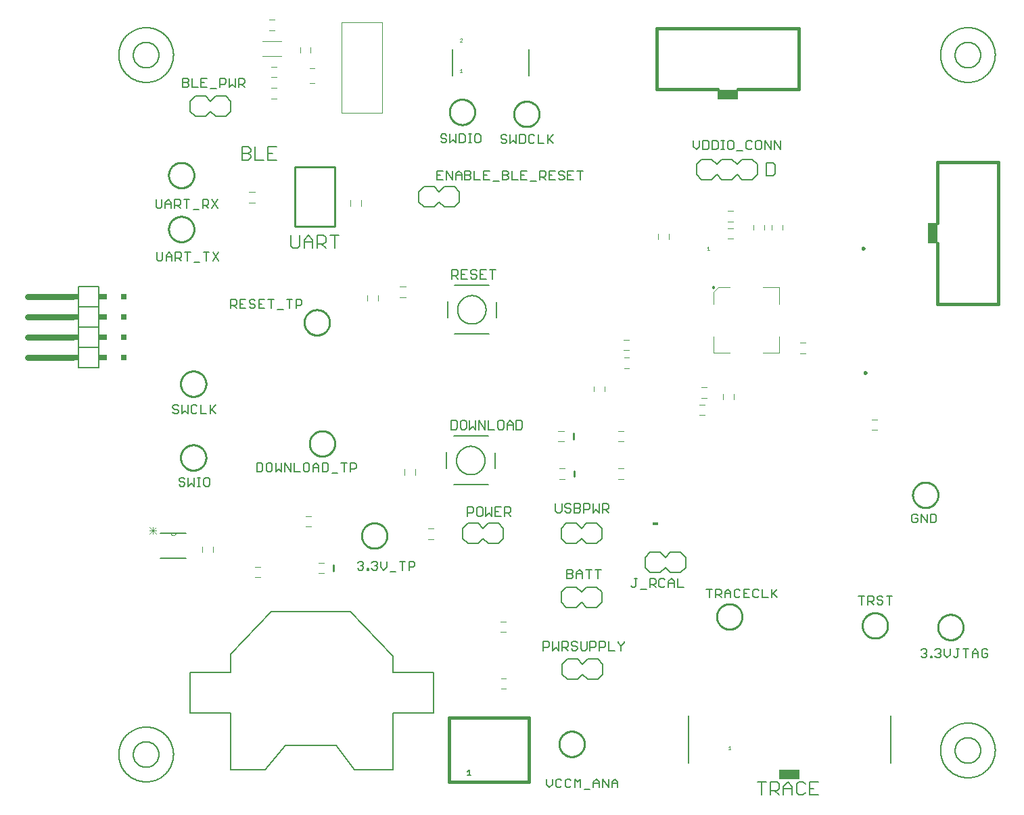
<source format=gto>
G75*
%MOIN*%
%OFA0B0*%
%FSLAX25Y25*%
%IPPOS*%
%LPD*%
%AMOC8*
5,1,8,0,0,1.08239X$1,22.5*
%
%ADD10C,0.00600*%
%ADD11C,0.01000*%
%ADD12C,0.00800*%
%ADD13C,0.00472*%
%ADD14C,0.00500*%
%ADD15C,0.03000*%
%ADD16R,0.02000X0.03000*%
%ADD17R,0.04000X0.03000*%
%ADD18R,0.03000X0.03000*%
%ADD19C,0.01600*%
%ADD20R,0.05000X0.10000*%
%ADD21R,0.03000X0.01500*%
%ADD22C,0.00100*%
%ADD23C,0.00787*%
%ADD24C,0.00000*%
%ADD25C,0.00300*%
%ADD26R,0.10000X0.05000*%
D10*
X0047484Y0026000D02*
X0047488Y0026331D01*
X0047500Y0026662D01*
X0047521Y0026993D01*
X0047549Y0027323D01*
X0047586Y0027653D01*
X0047630Y0027981D01*
X0047683Y0028308D01*
X0047743Y0028634D01*
X0047812Y0028958D01*
X0047889Y0029280D01*
X0047973Y0029601D01*
X0048065Y0029919D01*
X0048165Y0030235D01*
X0048273Y0030548D01*
X0048389Y0030859D01*
X0048512Y0031166D01*
X0048642Y0031471D01*
X0048780Y0031772D01*
X0048925Y0032070D01*
X0049078Y0032364D01*
X0049238Y0032654D01*
X0049405Y0032940D01*
X0049578Y0033222D01*
X0049759Y0033500D01*
X0049947Y0033773D01*
X0050141Y0034042D01*
X0050341Y0034306D01*
X0050548Y0034564D01*
X0050762Y0034818D01*
X0050981Y0035066D01*
X0051207Y0035309D01*
X0051438Y0035546D01*
X0051675Y0035777D01*
X0051918Y0036003D01*
X0052166Y0036222D01*
X0052420Y0036436D01*
X0052678Y0036643D01*
X0052942Y0036843D01*
X0053211Y0037037D01*
X0053484Y0037225D01*
X0053762Y0037406D01*
X0054044Y0037579D01*
X0054330Y0037746D01*
X0054620Y0037906D01*
X0054914Y0038059D01*
X0055212Y0038204D01*
X0055513Y0038342D01*
X0055818Y0038472D01*
X0056125Y0038595D01*
X0056436Y0038711D01*
X0056749Y0038819D01*
X0057065Y0038919D01*
X0057383Y0039011D01*
X0057704Y0039095D01*
X0058026Y0039172D01*
X0058350Y0039241D01*
X0058676Y0039301D01*
X0059003Y0039354D01*
X0059331Y0039398D01*
X0059661Y0039435D01*
X0059991Y0039463D01*
X0060322Y0039484D01*
X0060653Y0039496D01*
X0060984Y0039500D01*
X0061315Y0039496D01*
X0061646Y0039484D01*
X0061977Y0039463D01*
X0062307Y0039435D01*
X0062637Y0039398D01*
X0062965Y0039354D01*
X0063292Y0039301D01*
X0063618Y0039241D01*
X0063942Y0039172D01*
X0064264Y0039095D01*
X0064585Y0039011D01*
X0064903Y0038919D01*
X0065219Y0038819D01*
X0065532Y0038711D01*
X0065843Y0038595D01*
X0066150Y0038472D01*
X0066455Y0038342D01*
X0066756Y0038204D01*
X0067054Y0038059D01*
X0067348Y0037906D01*
X0067638Y0037746D01*
X0067924Y0037579D01*
X0068206Y0037406D01*
X0068484Y0037225D01*
X0068757Y0037037D01*
X0069026Y0036843D01*
X0069290Y0036643D01*
X0069548Y0036436D01*
X0069802Y0036222D01*
X0070050Y0036003D01*
X0070293Y0035777D01*
X0070530Y0035546D01*
X0070761Y0035309D01*
X0070987Y0035066D01*
X0071206Y0034818D01*
X0071420Y0034564D01*
X0071627Y0034306D01*
X0071827Y0034042D01*
X0072021Y0033773D01*
X0072209Y0033500D01*
X0072390Y0033222D01*
X0072563Y0032940D01*
X0072730Y0032654D01*
X0072890Y0032364D01*
X0073043Y0032070D01*
X0073188Y0031772D01*
X0073326Y0031471D01*
X0073456Y0031166D01*
X0073579Y0030859D01*
X0073695Y0030548D01*
X0073803Y0030235D01*
X0073903Y0029919D01*
X0073995Y0029601D01*
X0074079Y0029280D01*
X0074156Y0028958D01*
X0074225Y0028634D01*
X0074285Y0028308D01*
X0074338Y0027981D01*
X0074382Y0027653D01*
X0074419Y0027323D01*
X0074447Y0026993D01*
X0074468Y0026662D01*
X0074480Y0026331D01*
X0074484Y0026000D01*
X0074480Y0025669D01*
X0074468Y0025338D01*
X0074447Y0025007D01*
X0074419Y0024677D01*
X0074382Y0024347D01*
X0074338Y0024019D01*
X0074285Y0023692D01*
X0074225Y0023366D01*
X0074156Y0023042D01*
X0074079Y0022720D01*
X0073995Y0022399D01*
X0073903Y0022081D01*
X0073803Y0021765D01*
X0073695Y0021452D01*
X0073579Y0021141D01*
X0073456Y0020834D01*
X0073326Y0020529D01*
X0073188Y0020228D01*
X0073043Y0019930D01*
X0072890Y0019636D01*
X0072730Y0019346D01*
X0072563Y0019060D01*
X0072390Y0018778D01*
X0072209Y0018500D01*
X0072021Y0018227D01*
X0071827Y0017958D01*
X0071627Y0017694D01*
X0071420Y0017436D01*
X0071206Y0017182D01*
X0070987Y0016934D01*
X0070761Y0016691D01*
X0070530Y0016454D01*
X0070293Y0016223D01*
X0070050Y0015997D01*
X0069802Y0015778D01*
X0069548Y0015564D01*
X0069290Y0015357D01*
X0069026Y0015157D01*
X0068757Y0014963D01*
X0068484Y0014775D01*
X0068206Y0014594D01*
X0067924Y0014421D01*
X0067638Y0014254D01*
X0067348Y0014094D01*
X0067054Y0013941D01*
X0066756Y0013796D01*
X0066455Y0013658D01*
X0066150Y0013528D01*
X0065843Y0013405D01*
X0065532Y0013289D01*
X0065219Y0013181D01*
X0064903Y0013081D01*
X0064585Y0012989D01*
X0064264Y0012905D01*
X0063942Y0012828D01*
X0063618Y0012759D01*
X0063292Y0012699D01*
X0062965Y0012646D01*
X0062637Y0012602D01*
X0062307Y0012565D01*
X0061977Y0012537D01*
X0061646Y0012516D01*
X0061315Y0012504D01*
X0060984Y0012500D01*
X0060653Y0012504D01*
X0060322Y0012516D01*
X0059991Y0012537D01*
X0059661Y0012565D01*
X0059331Y0012602D01*
X0059003Y0012646D01*
X0058676Y0012699D01*
X0058350Y0012759D01*
X0058026Y0012828D01*
X0057704Y0012905D01*
X0057383Y0012989D01*
X0057065Y0013081D01*
X0056749Y0013181D01*
X0056436Y0013289D01*
X0056125Y0013405D01*
X0055818Y0013528D01*
X0055513Y0013658D01*
X0055212Y0013796D01*
X0054914Y0013941D01*
X0054620Y0014094D01*
X0054330Y0014254D01*
X0054044Y0014421D01*
X0053762Y0014594D01*
X0053484Y0014775D01*
X0053211Y0014963D01*
X0052942Y0015157D01*
X0052678Y0015357D01*
X0052420Y0015564D01*
X0052166Y0015778D01*
X0051918Y0015997D01*
X0051675Y0016223D01*
X0051438Y0016454D01*
X0051207Y0016691D01*
X0050981Y0016934D01*
X0050762Y0017182D01*
X0050548Y0017436D01*
X0050341Y0017694D01*
X0050141Y0017958D01*
X0049947Y0018227D01*
X0049759Y0018500D01*
X0049578Y0018778D01*
X0049405Y0019060D01*
X0049238Y0019346D01*
X0049078Y0019636D01*
X0048925Y0019930D01*
X0048780Y0020228D01*
X0048642Y0020529D01*
X0048512Y0020834D01*
X0048389Y0021141D01*
X0048273Y0021452D01*
X0048165Y0021765D01*
X0048065Y0022081D01*
X0047973Y0022399D01*
X0047889Y0022720D01*
X0047812Y0023042D01*
X0047743Y0023366D01*
X0047683Y0023692D01*
X0047630Y0024019D01*
X0047586Y0024347D01*
X0047549Y0024677D01*
X0047521Y0025007D01*
X0047500Y0025338D01*
X0047488Y0025669D01*
X0047484Y0026000D01*
X0068074Y0122653D02*
X0080674Y0122653D01*
X0080674Y0135253D02*
X0075574Y0135253D01*
X0073174Y0135253D01*
X0068074Y0135253D01*
X0037500Y0216748D02*
X0027500Y0216748D01*
X0027500Y0226748D01*
X0027500Y0236748D01*
X0027500Y0246748D01*
X0027500Y0256748D01*
X0037500Y0256748D01*
X0037500Y0246748D01*
X0027500Y0246748D01*
X0037500Y0246748D02*
X0037500Y0236748D01*
X0027500Y0236748D01*
X0027500Y0226748D02*
X0037500Y0226748D01*
X0037500Y0236748D01*
X0037500Y0226748D02*
X0037500Y0216748D01*
X0132371Y0276765D02*
X0133438Y0275698D01*
X0135574Y0275698D01*
X0136641Y0276765D01*
X0136641Y0282103D01*
X0138816Y0279968D02*
X0140952Y0282103D01*
X0143087Y0279968D01*
X0143087Y0275698D01*
X0145262Y0275698D02*
X0145262Y0282103D01*
X0148465Y0282103D01*
X0149532Y0281036D01*
X0149532Y0278900D01*
X0148465Y0277833D01*
X0145262Y0277833D01*
X0147397Y0277833D02*
X0149532Y0275698D01*
X0153843Y0275698D02*
X0153843Y0282103D01*
X0155978Y0282103D02*
X0151707Y0282103D01*
X0143087Y0278900D02*
X0138816Y0278900D01*
X0138816Y0279968D02*
X0138816Y0275698D01*
X0132371Y0276765D02*
X0132371Y0282103D01*
X0125408Y0319300D02*
X0121138Y0319300D01*
X0121138Y0325705D01*
X0125408Y0325705D01*
X0123273Y0322503D02*
X0121138Y0322503D01*
X0118963Y0319300D02*
X0114692Y0319300D01*
X0114692Y0325705D01*
X0112517Y0324638D02*
X0112517Y0323570D01*
X0111450Y0322503D01*
X0108247Y0322503D01*
X0108247Y0325705D02*
X0108247Y0319300D01*
X0111450Y0319300D01*
X0112517Y0320368D01*
X0112517Y0321435D01*
X0111450Y0322503D01*
X0112517Y0324638D02*
X0111450Y0325705D01*
X0108247Y0325705D01*
X0047484Y0371000D02*
X0047488Y0371331D01*
X0047500Y0371662D01*
X0047521Y0371993D01*
X0047549Y0372323D01*
X0047586Y0372653D01*
X0047630Y0372981D01*
X0047683Y0373308D01*
X0047743Y0373634D01*
X0047812Y0373958D01*
X0047889Y0374280D01*
X0047973Y0374601D01*
X0048065Y0374919D01*
X0048165Y0375235D01*
X0048273Y0375548D01*
X0048389Y0375859D01*
X0048512Y0376166D01*
X0048642Y0376471D01*
X0048780Y0376772D01*
X0048925Y0377070D01*
X0049078Y0377364D01*
X0049238Y0377654D01*
X0049405Y0377940D01*
X0049578Y0378222D01*
X0049759Y0378500D01*
X0049947Y0378773D01*
X0050141Y0379042D01*
X0050341Y0379306D01*
X0050548Y0379564D01*
X0050762Y0379818D01*
X0050981Y0380066D01*
X0051207Y0380309D01*
X0051438Y0380546D01*
X0051675Y0380777D01*
X0051918Y0381003D01*
X0052166Y0381222D01*
X0052420Y0381436D01*
X0052678Y0381643D01*
X0052942Y0381843D01*
X0053211Y0382037D01*
X0053484Y0382225D01*
X0053762Y0382406D01*
X0054044Y0382579D01*
X0054330Y0382746D01*
X0054620Y0382906D01*
X0054914Y0383059D01*
X0055212Y0383204D01*
X0055513Y0383342D01*
X0055818Y0383472D01*
X0056125Y0383595D01*
X0056436Y0383711D01*
X0056749Y0383819D01*
X0057065Y0383919D01*
X0057383Y0384011D01*
X0057704Y0384095D01*
X0058026Y0384172D01*
X0058350Y0384241D01*
X0058676Y0384301D01*
X0059003Y0384354D01*
X0059331Y0384398D01*
X0059661Y0384435D01*
X0059991Y0384463D01*
X0060322Y0384484D01*
X0060653Y0384496D01*
X0060984Y0384500D01*
X0061315Y0384496D01*
X0061646Y0384484D01*
X0061977Y0384463D01*
X0062307Y0384435D01*
X0062637Y0384398D01*
X0062965Y0384354D01*
X0063292Y0384301D01*
X0063618Y0384241D01*
X0063942Y0384172D01*
X0064264Y0384095D01*
X0064585Y0384011D01*
X0064903Y0383919D01*
X0065219Y0383819D01*
X0065532Y0383711D01*
X0065843Y0383595D01*
X0066150Y0383472D01*
X0066455Y0383342D01*
X0066756Y0383204D01*
X0067054Y0383059D01*
X0067348Y0382906D01*
X0067638Y0382746D01*
X0067924Y0382579D01*
X0068206Y0382406D01*
X0068484Y0382225D01*
X0068757Y0382037D01*
X0069026Y0381843D01*
X0069290Y0381643D01*
X0069548Y0381436D01*
X0069802Y0381222D01*
X0070050Y0381003D01*
X0070293Y0380777D01*
X0070530Y0380546D01*
X0070761Y0380309D01*
X0070987Y0380066D01*
X0071206Y0379818D01*
X0071420Y0379564D01*
X0071627Y0379306D01*
X0071827Y0379042D01*
X0072021Y0378773D01*
X0072209Y0378500D01*
X0072390Y0378222D01*
X0072563Y0377940D01*
X0072730Y0377654D01*
X0072890Y0377364D01*
X0073043Y0377070D01*
X0073188Y0376772D01*
X0073326Y0376471D01*
X0073456Y0376166D01*
X0073579Y0375859D01*
X0073695Y0375548D01*
X0073803Y0375235D01*
X0073903Y0374919D01*
X0073995Y0374601D01*
X0074079Y0374280D01*
X0074156Y0373958D01*
X0074225Y0373634D01*
X0074285Y0373308D01*
X0074338Y0372981D01*
X0074382Y0372653D01*
X0074419Y0372323D01*
X0074447Y0371993D01*
X0074468Y0371662D01*
X0074480Y0371331D01*
X0074484Y0371000D01*
X0074480Y0370669D01*
X0074468Y0370338D01*
X0074447Y0370007D01*
X0074419Y0369677D01*
X0074382Y0369347D01*
X0074338Y0369019D01*
X0074285Y0368692D01*
X0074225Y0368366D01*
X0074156Y0368042D01*
X0074079Y0367720D01*
X0073995Y0367399D01*
X0073903Y0367081D01*
X0073803Y0366765D01*
X0073695Y0366452D01*
X0073579Y0366141D01*
X0073456Y0365834D01*
X0073326Y0365529D01*
X0073188Y0365228D01*
X0073043Y0364930D01*
X0072890Y0364636D01*
X0072730Y0364346D01*
X0072563Y0364060D01*
X0072390Y0363778D01*
X0072209Y0363500D01*
X0072021Y0363227D01*
X0071827Y0362958D01*
X0071627Y0362694D01*
X0071420Y0362436D01*
X0071206Y0362182D01*
X0070987Y0361934D01*
X0070761Y0361691D01*
X0070530Y0361454D01*
X0070293Y0361223D01*
X0070050Y0360997D01*
X0069802Y0360778D01*
X0069548Y0360564D01*
X0069290Y0360357D01*
X0069026Y0360157D01*
X0068757Y0359963D01*
X0068484Y0359775D01*
X0068206Y0359594D01*
X0067924Y0359421D01*
X0067638Y0359254D01*
X0067348Y0359094D01*
X0067054Y0358941D01*
X0066756Y0358796D01*
X0066455Y0358658D01*
X0066150Y0358528D01*
X0065843Y0358405D01*
X0065532Y0358289D01*
X0065219Y0358181D01*
X0064903Y0358081D01*
X0064585Y0357989D01*
X0064264Y0357905D01*
X0063942Y0357828D01*
X0063618Y0357759D01*
X0063292Y0357699D01*
X0062965Y0357646D01*
X0062637Y0357602D01*
X0062307Y0357565D01*
X0061977Y0357537D01*
X0061646Y0357516D01*
X0061315Y0357504D01*
X0060984Y0357500D01*
X0060653Y0357504D01*
X0060322Y0357516D01*
X0059991Y0357537D01*
X0059661Y0357565D01*
X0059331Y0357602D01*
X0059003Y0357646D01*
X0058676Y0357699D01*
X0058350Y0357759D01*
X0058026Y0357828D01*
X0057704Y0357905D01*
X0057383Y0357989D01*
X0057065Y0358081D01*
X0056749Y0358181D01*
X0056436Y0358289D01*
X0056125Y0358405D01*
X0055818Y0358528D01*
X0055513Y0358658D01*
X0055212Y0358796D01*
X0054914Y0358941D01*
X0054620Y0359094D01*
X0054330Y0359254D01*
X0054044Y0359421D01*
X0053762Y0359594D01*
X0053484Y0359775D01*
X0053211Y0359963D01*
X0052942Y0360157D01*
X0052678Y0360357D01*
X0052420Y0360564D01*
X0052166Y0360778D01*
X0051918Y0360997D01*
X0051675Y0361223D01*
X0051438Y0361454D01*
X0051207Y0361691D01*
X0050981Y0361934D01*
X0050762Y0362182D01*
X0050548Y0362436D01*
X0050341Y0362694D01*
X0050141Y0362958D01*
X0049947Y0363227D01*
X0049759Y0363500D01*
X0049578Y0363778D01*
X0049405Y0364060D01*
X0049238Y0364346D01*
X0049078Y0364636D01*
X0048925Y0364930D01*
X0048780Y0365228D01*
X0048642Y0365529D01*
X0048512Y0365834D01*
X0048389Y0366141D01*
X0048273Y0366452D01*
X0048165Y0366765D01*
X0048065Y0367081D01*
X0047973Y0367399D01*
X0047889Y0367720D01*
X0047812Y0368042D01*
X0047743Y0368366D01*
X0047683Y0368692D01*
X0047630Y0369019D01*
X0047586Y0369347D01*
X0047549Y0369677D01*
X0047521Y0370007D01*
X0047500Y0370338D01*
X0047488Y0370669D01*
X0047484Y0371000D01*
X0366670Y0317743D02*
X0366670Y0311338D01*
X0369873Y0311338D01*
X0370941Y0312405D01*
X0370941Y0316676D01*
X0369873Y0317743D01*
X0366670Y0317743D01*
X0452484Y0371000D02*
X0452488Y0371331D01*
X0452500Y0371662D01*
X0452521Y0371993D01*
X0452549Y0372323D01*
X0452586Y0372653D01*
X0452630Y0372981D01*
X0452683Y0373308D01*
X0452743Y0373634D01*
X0452812Y0373958D01*
X0452889Y0374280D01*
X0452973Y0374601D01*
X0453065Y0374919D01*
X0453165Y0375235D01*
X0453273Y0375548D01*
X0453389Y0375859D01*
X0453512Y0376166D01*
X0453642Y0376471D01*
X0453780Y0376772D01*
X0453925Y0377070D01*
X0454078Y0377364D01*
X0454238Y0377654D01*
X0454405Y0377940D01*
X0454578Y0378222D01*
X0454759Y0378500D01*
X0454947Y0378773D01*
X0455141Y0379042D01*
X0455341Y0379306D01*
X0455548Y0379564D01*
X0455762Y0379818D01*
X0455981Y0380066D01*
X0456207Y0380309D01*
X0456438Y0380546D01*
X0456675Y0380777D01*
X0456918Y0381003D01*
X0457166Y0381222D01*
X0457420Y0381436D01*
X0457678Y0381643D01*
X0457942Y0381843D01*
X0458211Y0382037D01*
X0458484Y0382225D01*
X0458762Y0382406D01*
X0459044Y0382579D01*
X0459330Y0382746D01*
X0459620Y0382906D01*
X0459914Y0383059D01*
X0460212Y0383204D01*
X0460513Y0383342D01*
X0460818Y0383472D01*
X0461125Y0383595D01*
X0461436Y0383711D01*
X0461749Y0383819D01*
X0462065Y0383919D01*
X0462383Y0384011D01*
X0462704Y0384095D01*
X0463026Y0384172D01*
X0463350Y0384241D01*
X0463676Y0384301D01*
X0464003Y0384354D01*
X0464331Y0384398D01*
X0464661Y0384435D01*
X0464991Y0384463D01*
X0465322Y0384484D01*
X0465653Y0384496D01*
X0465984Y0384500D01*
X0466315Y0384496D01*
X0466646Y0384484D01*
X0466977Y0384463D01*
X0467307Y0384435D01*
X0467637Y0384398D01*
X0467965Y0384354D01*
X0468292Y0384301D01*
X0468618Y0384241D01*
X0468942Y0384172D01*
X0469264Y0384095D01*
X0469585Y0384011D01*
X0469903Y0383919D01*
X0470219Y0383819D01*
X0470532Y0383711D01*
X0470843Y0383595D01*
X0471150Y0383472D01*
X0471455Y0383342D01*
X0471756Y0383204D01*
X0472054Y0383059D01*
X0472348Y0382906D01*
X0472638Y0382746D01*
X0472924Y0382579D01*
X0473206Y0382406D01*
X0473484Y0382225D01*
X0473757Y0382037D01*
X0474026Y0381843D01*
X0474290Y0381643D01*
X0474548Y0381436D01*
X0474802Y0381222D01*
X0475050Y0381003D01*
X0475293Y0380777D01*
X0475530Y0380546D01*
X0475761Y0380309D01*
X0475987Y0380066D01*
X0476206Y0379818D01*
X0476420Y0379564D01*
X0476627Y0379306D01*
X0476827Y0379042D01*
X0477021Y0378773D01*
X0477209Y0378500D01*
X0477390Y0378222D01*
X0477563Y0377940D01*
X0477730Y0377654D01*
X0477890Y0377364D01*
X0478043Y0377070D01*
X0478188Y0376772D01*
X0478326Y0376471D01*
X0478456Y0376166D01*
X0478579Y0375859D01*
X0478695Y0375548D01*
X0478803Y0375235D01*
X0478903Y0374919D01*
X0478995Y0374601D01*
X0479079Y0374280D01*
X0479156Y0373958D01*
X0479225Y0373634D01*
X0479285Y0373308D01*
X0479338Y0372981D01*
X0479382Y0372653D01*
X0479419Y0372323D01*
X0479447Y0371993D01*
X0479468Y0371662D01*
X0479480Y0371331D01*
X0479484Y0371000D01*
X0479480Y0370669D01*
X0479468Y0370338D01*
X0479447Y0370007D01*
X0479419Y0369677D01*
X0479382Y0369347D01*
X0479338Y0369019D01*
X0479285Y0368692D01*
X0479225Y0368366D01*
X0479156Y0368042D01*
X0479079Y0367720D01*
X0478995Y0367399D01*
X0478903Y0367081D01*
X0478803Y0366765D01*
X0478695Y0366452D01*
X0478579Y0366141D01*
X0478456Y0365834D01*
X0478326Y0365529D01*
X0478188Y0365228D01*
X0478043Y0364930D01*
X0477890Y0364636D01*
X0477730Y0364346D01*
X0477563Y0364060D01*
X0477390Y0363778D01*
X0477209Y0363500D01*
X0477021Y0363227D01*
X0476827Y0362958D01*
X0476627Y0362694D01*
X0476420Y0362436D01*
X0476206Y0362182D01*
X0475987Y0361934D01*
X0475761Y0361691D01*
X0475530Y0361454D01*
X0475293Y0361223D01*
X0475050Y0360997D01*
X0474802Y0360778D01*
X0474548Y0360564D01*
X0474290Y0360357D01*
X0474026Y0360157D01*
X0473757Y0359963D01*
X0473484Y0359775D01*
X0473206Y0359594D01*
X0472924Y0359421D01*
X0472638Y0359254D01*
X0472348Y0359094D01*
X0472054Y0358941D01*
X0471756Y0358796D01*
X0471455Y0358658D01*
X0471150Y0358528D01*
X0470843Y0358405D01*
X0470532Y0358289D01*
X0470219Y0358181D01*
X0469903Y0358081D01*
X0469585Y0357989D01*
X0469264Y0357905D01*
X0468942Y0357828D01*
X0468618Y0357759D01*
X0468292Y0357699D01*
X0467965Y0357646D01*
X0467637Y0357602D01*
X0467307Y0357565D01*
X0466977Y0357537D01*
X0466646Y0357516D01*
X0466315Y0357504D01*
X0465984Y0357500D01*
X0465653Y0357504D01*
X0465322Y0357516D01*
X0464991Y0357537D01*
X0464661Y0357565D01*
X0464331Y0357602D01*
X0464003Y0357646D01*
X0463676Y0357699D01*
X0463350Y0357759D01*
X0463026Y0357828D01*
X0462704Y0357905D01*
X0462383Y0357989D01*
X0462065Y0358081D01*
X0461749Y0358181D01*
X0461436Y0358289D01*
X0461125Y0358405D01*
X0460818Y0358528D01*
X0460513Y0358658D01*
X0460212Y0358796D01*
X0459914Y0358941D01*
X0459620Y0359094D01*
X0459330Y0359254D01*
X0459044Y0359421D01*
X0458762Y0359594D01*
X0458484Y0359775D01*
X0458211Y0359963D01*
X0457942Y0360157D01*
X0457678Y0360357D01*
X0457420Y0360564D01*
X0457166Y0360778D01*
X0456918Y0360997D01*
X0456675Y0361223D01*
X0456438Y0361454D01*
X0456207Y0361691D01*
X0455981Y0361934D01*
X0455762Y0362182D01*
X0455548Y0362436D01*
X0455341Y0362694D01*
X0455141Y0362958D01*
X0454947Y0363227D01*
X0454759Y0363500D01*
X0454578Y0363778D01*
X0454405Y0364060D01*
X0454238Y0364346D01*
X0454078Y0364636D01*
X0453925Y0364930D01*
X0453780Y0365228D01*
X0453642Y0365529D01*
X0453512Y0365834D01*
X0453389Y0366141D01*
X0453273Y0366452D01*
X0453165Y0366765D01*
X0453065Y0367081D01*
X0452973Y0367399D01*
X0452889Y0367720D01*
X0452812Y0368042D01*
X0452743Y0368366D01*
X0452683Y0368692D01*
X0452630Y0369019D01*
X0452586Y0369347D01*
X0452549Y0369677D01*
X0452521Y0370007D01*
X0452500Y0370338D01*
X0452488Y0370669D01*
X0452484Y0371000D01*
X0452484Y0028000D02*
X0452488Y0028331D01*
X0452500Y0028662D01*
X0452521Y0028993D01*
X0452549Y0029323D01*
X0452586Y0029653D01*
X0452630Y0029981D01*
X0452683Y0030308D01*
X0452743Y0030634D01*
X0452812Y0030958D01*
X0452889Y0031280D01*
X0452973Y0031601D01*
X0453065Y0031919D01*
X0453165Y0032235D01*
X0453273Y0032548D01*
X0453389Y0032859D01*
X0453512Y0033166D01*
X0453642Y0033471D01*
X0453780Y0033772D01*
X0453925Y0034070D01*
X0454078Y0034364D01*
X0454238Y0034654D01*
X0454405Y0034940D01*
X0454578Y0035222D01*
X0454759Y0035500D01*
X0454947Y0035773D01*
X0455141Y0036042D01*
X0455341Y0036306D01*
X0455548Y0036564D01*
X0455762Y0036818D01*
X0455981Y0037066D01*
X0456207Y0037309D01*
X0456438Y0037546D01*
X0456675Y0037777D01*
X0456918Y0038003D01*
X0457166Y0038222D01*
X0457420Y0038436D01*
X0457678Y0038643D01*
X0457942Y0038843D01*
X0458211Y0039037D01*
X0458484Y0039225D01*
X0458762Y0039406D01*
X0459044Y0039579D01*
X0459330Y0039746D01*
X0459620Y0039906D01*
X0459914Y0040059D01*
X0460212Y0040204D01*
X0460513Y0040342D01*
X0460818Y0040472D01*
X0461125Y0040595D01*
X0461436Y0040711D01*
X0461749Y0040819D01*
X0462065Y0040919D01*
X0462383Y0041011D01*
X0462704Y0041095D01*
X0463026Y0041172D01*
X0463350Y0041241D01*
X0463676Y0041301D01*
X0464003Y0041354D01*
X0464331Y0041398D01*
X0464661Y0041435D01*
X0464991Y0041463D01*
X0465322Y0041484D01*
X0465653Y0041496D01*
X0465984Y0041500D01*
X0466315Y0041496D01*
X0466646Y0041484D01*
X0466977Y0041463D01*
X0467307Y0041435D01*
X0467637Y0041398D01*
X0467965Y0041354D01*
X0468292Y0041301D01*
X0468618Y0041241D01*
X0468942Y0041172D01*
X0469264Y0041095D01*
X0469585Y0041011D01*
X0469903Y0040919D01*
X0470219Y0040819D01*
X0470532Y0040711D01*
X0470843Y0040595D01*
X0471150Y0040472D01*
X0471455Y0040342D01*
X0471756Y0040204D01*
X0472054Y0040059D01*
X0472348Y0039906D01*
X0472638Y0039746D01*
X0472924Y0039579D01*
X0473206Y0039406D01*
X0473484Y0039225D01*
X0473757Y0039037D01*
X0474026Y0038843D01*
X0474290Y0038643D01*
X0474548Y0038436D01*
X0474802Y0038222D01*
X0475050Y0038003D01*
X0475293Y0037777D01*
X0475530Y0037546D01*
X0475761Y0037309D01*
X0475987Y0037066D01*
X0476206Y0036818D01*
X0476420Y0036564D01*
X0476627Y0036306D01*
X0476827Y0036042D01*
X0477021Y0035773D01*
X0477209Y0035500D01*
X0477390Y0035222D01*
X0477563Y0034940D01*
X0477730Y0034654D01*
X0477890Y0034364D01*
X0478043Y0034070D01*
X0478188Y0033772D01*
X0478326Y0033471D01*
X0478456Y0033166D01*
X0478579Y0032859D01*
X0478695Y0032548D01*
X0478803Y0032235D01*
X0478903Y0031919D01*
X0478995Y0031601D01*
X0479079Y0031280D01*
X0479156Y0030958D01*
X0479225Y0030634D01*
X0479285Y0030308D01*
X0479338Y0029981D01*
X0479382Y0029653D01*
X0479419Y0029323D01*
X0479447Y0028993D01*
X0479468Y0028662D01*
X0479480Y0028331D01*
X0479484Y0028000D01*
X0479480Y0027669D01*
X0479468Y0027338D01*
X0479447Y0027007D01*
X0479419Y0026677D01*
X0479382Y0026347D01*
X0479338Y0026019D01*
X0479285Y0025692D01*
X0479225Y0025366D01*
X0479156Y0025042D01*
X0479079Y0024720D01*
X0478995Y0024399D01*
X0478903Y0024081D01*
X0478803Y0023765D01*
X0478695Y0023452D01*
X0478579Y0023141D01*
X0478456Y0022834D01*
X0478326Y0022529D01*
X0478188Y0022228D01*
X0478043Y0021930D01*
X0477890Y0021636D01*
X0477730Y0021346D01*
X0477563Y0021060D01*
X0477390Y0020778D01*
X0477209Y0020500D01*
X0477021Y0020227D01*
X0476827Y0019958D01*
X0476627Y0019694D01*
X0476420Y0019436D01*
X0476206Y0019182D01*
X0475987Y0018934D01*
X0475761Y0018691D01*
X0475530Y0018454D01*
X0475293Y0018223D01*
X0475050Y0017997D01*
X0474802Y0017778D01*
X0474548Y0017564D01*
X0474290Y0017357D01*
X0474026Y0017157D01*
X0473757Y0016963D01*
X0473484Y0016775D01*
X0473206Y0016594D01*
X0472924Y0016421D01*
X0472638Y0016254D01*
X0472348Y0016094D01*
X0472054Y0015941D01*
X0471756Y0015796D01*
X0471455Y0015658D01*
X0471150Y0015528D01*
X0470843Y0015405D01*
X0470532Y0015289D01*
X0470219Y0015181D01*
X0469903Y0015081D01*
X0469585Y0014989D01*
X0469264Y0014905D01*
X0468942Y0014828D01*
X0468618Y0014759D01*
X0468292Y0014699D01*
X0467965Y0014646D01*
X0467637Y0014602D01*
X0467307Y0014565D01*
X0466977Y0014537D01*
X0466646Y0014516D01*
X0466315Y0014504D01*
X0465984Y0014500D01*
X0465653Y0014504D01*
X0465322Y0014516D01*
X0464991Y0014537D01*
X0464661Y0014565D01*
X0464331Y0014602D01*
X0464003Y0014646D01*
X0463676Y0014699D01*
X0463350Y0014759D01*
X0463026Y0014828D01*
X0462704Y0014905D01*
X0462383Y0014989D01*
X0462065Y0015081D01*
X0461749Y0015181D01*
X0461436Y0015289D01*
X0461125Y0015405D01*
X0460818Y0015528D01*
X0460513Y0015658D01*
X0460212Y0015796D01*
X0459914Y0015941D01*
X0459620Y0016094D01*
X0459330Y0016254D01*
X0459044Y0016421D01*
X0458762Y0016594D01*
X0458484Y0016775D01*
X0458211Y0016963D01*
X0457942Y0017157D01*
X0457678Y0017357D01*
X0457420Y0017564D01*
X0457166Y0017778D01*
X0456918Y0017997D01*
X0456675Y0018223D01*
X0456438Y0018454D01*
X0456207Y0018691D01*
X0455981Y0018934D01*
X0455762Y0019182D01*
X0455548Y0019436D01*
X0455341Y0019694D01*
X0455141Y0019958D01*
X0454947Y0020227D01*
X0454759Y0020500D01*
X0454578Y0020778D01*
X0454405Y0021060D01*
X0454238Y0021346D01*
X0454078Y0021636D01*
X0453925Y0021930D01*
X0453780Y0022228D01*
X0453642Y0022529D01*
X0453512Y0022834D01*
X0453389Y0023141D01*
X0453273Y0023452D01*
X0453165Y0023765D01*
X0453065Y0024081D01*
X0452973Y0024399D01*
X0452889Y0024720D01*
X0452812Y0025042D01*
X0452743Y0025366D01*
X0452683Y0025692D01*
X0452630Y0026019D01*
X0452586Y0026347D01*
X0452549Y0026677D01*
X0452521Y0027007D01*
X0452500Y0027338D01*
X0452488Y0027669D01*
X0452484Y0028000D01*
X0392266Y0012419D02*
X0387996Y0012419D01*
X0387996Y0006014D01*
X0392266Y0006014D01*
X0390131Y0009216D02*
X0387996Y0009216D01*
X0385821Y0007081D02*
X0384753Y0006014D01*
X0382618Y0006014D01*
X0381551Y0007081D01*
X0381551Y0011351D01*
X0382618Y0012419D01*
X0384753Y0012419D01*
X0385821Y0011351D01*
X0379375Y0010284D02*
X0379375Y0006014D01*
X0379375Y0009216D02*
X0375105Y0009216D01*
X0375105Y0010284D02*
X0377240Y0012419D01*
X0379375Y0010284D01*
X0375105Y0010284D02*
X0375105Y0006014D01*
X0372930Y0006014D02*
X0370795Y0008149D01*
X0371862Y0008149D02*
X0368660Y0008149D01*
X0368660Y0006014D02*
X0368660Y0012419D01*
X0371862Y0012419D01*
X0372930Y0011351D01*
X0372930Y0009216D01*
X0371862Y0008149D01*
X0366484Y0012419D02*
X0362214Y0012419D01*
X0364349Y0012419D02*
X0364349Y0006014D01*
D11*
X0264533Y0031142D02*
X0264535Y0031300D01*
X0264541Y0031457D01*
X0264551Y0031615D01*
X0264565Y0031772D01*
X0264583Y0031928D01*
X0264604Y0032085D01*
X0264630Y0032240D01*
X0264660Y0032395D01*
X0264693Y0032549D01*
X0264731Y0032702D01*
X0264772Y0032855D01*
X0264817Y0033006D01*
X0264866Y0033156D01*
X0264919Y0033304D01*
X0264975Y0033452D01*
X0265036Y0033597D01*
X0265099Y0033742D01*
X0265167Y0033884D01*
X0265238Y0034025D01*
X0265312Y0034164D01*
X0265390Y0034301D01*
X0265472Y0034436D01*
X0265556Y0034569D01*
X0265645Y0034700D01*
X0265736Y0034828D01*
X0265831Y0034955D01*
X0265928Y0035078D01*
X0266029Y0035200D01*
X0266133Y0035318D01*
X0266240Y0035434D01*
X0266350Y0035547D01*
X0266462Y0035658D01*
X0266578Y0035765D01*
X0266696Y0035870D01*
X0266816Y0035972D01*
X0266939Y0036070D01*
X0267065Y0036166D01*
X0267193Y0036258D01*
X0267323Y0036347D01*
X0267455Y0036433D01*
X0267590Y0036515D01*
X0267727Y0036594D01*
X0267865Y0036669D01*
X0268005Y0036741D01*
X0268148Y0036809D01*
X0268291Y0036874D01*
X0268437Y0036935D01*
X0268584Y0036992D01*
X0268732Y0037046D01*
X0268882Y0037096D01*
X0269032Y0037142D01*
X0269184Y0037184D01*
X0269337Y0037223D01*
X0269491Y0037257D01*
X0269646Y0037288D01*
X0269801Y0037314D01*
X0269957Y0037337D01*
X0270114Y0037356D01*
X0270271Y0037371D01*
X0270428Y0037382D01*
X0270586Y0037389D01*
X0270744Y0037392D01*
X0270901Y0037391D01*
X0271059Y0037386D01*
X0271216Y0037377D01*
X0271374Y0037364D01*
X0271530Y0037347D01*
X0271687Y0037326D01*
X0271842Y0037302D01*
X0271997Y0037273D01*
X0272152Y0037240D01*
X0272305Y0037204D01*
X0272458Y0037163D01*
X0272609Y0037119D01*
X0272759Y0037071D01*
X0272908Y0037020D01*
X0273056Y0036964D01*
X0273202Y0036905D01*
X0273347Y0036842D01*
X0273490Y0036775D01*
X0273631Y0036705D01*
X0273770Y0036632D01*
X0273908Y0036555D01*
X0274044Y0036474D01*
X0274177Y0036390D01*
X0274308Y0036303D01*
X0274437Y0036212D01*
X0274564Y0036118D01*
X0274689Y0036021D01*
X0274810Y0035921D01*
X0274930Y0035818D01*
X0275046Y0035712D01*
X0275160Y0035603D01*
X0275272Y0035491D01*
X0275380Y0035377D01*
X0275485Y0035259D01*
X0275588Y0035139D01*
X0275687Y0035017D01*
X0275783Y0034892D01*
X0275876Y0034764D01*
X0275966Y0034635D01*
X0276052Y0034503D01*
X0276136Y0034369D01*
X0276215Y0034233D01*
X0276292Y0034095D01*
X0276364Y0033955D01*
X0276433Y0033813D01*
X0276499Y0033670D01*
X0276561Y0033525D01*
X0276619Y0033378D01*
X0276674Y0033230D01*
X0276725Y0033081D01*
X0276772Y0032930D01*
X0276815Y0032779D01*
X0276854Y0032626D01*
X0276890Y0032472D01*
X0276921Y0032318D01*
X0276949Y0032163D01*
X0276973Y0032007D01*
X0276993Y0031850D01*
X0277009Y0031693D01*
X0277021Y0031536D01*
X0277029Y0031379D01*
X0277033Y0031221D01*
X0277033Y0031063D01*
X0277029Y0030905D01*
X0277021Y0030748D01*
X0277009Y0030591D01*
X0276993Y0030434D01*
X0276973Y0030277D01*
X0276949Y0030121D01*
X0276921Y0029966D01*
X0276890Y0029812D01*
X0276854Y0029658D01*
X0276815Y0029505D01*
X0276772Y0029354D01*
X0276725Y0029203D01*
X0276674Y0029054D01*
X0276619Y0028906D01*
X0276561Y0028759D01*
X0276499Y0028614D01*
X0276433Y0028471D01*
X0276364Y0028329D01*
X0276292Y0028189D01*
X0276215Y0028051D01*
X0276136Y0027915D01*
X0276052Y0027781D01*
X0275966Y0027649D01*
X0275876Y0027520D01*
X0275783Y0027392D01*
X0275687Y0027267D01*
X0275588Y0027145D01*
X0275485Y0027025D01*
X0275380Y0026907D01*
X0275272Y0026793D01*
X0275160Y0026681D01*
X0275046Y0026572D01*
X0274930Y0026466D01*
X0274810Y0026363D01*
X0274689Y0026263D01*
X0274564Y0026166D01*
X0274437Y0026072D01*
X0274308Y0025981D01*
X0274177Y0025894D01*
X0274044Y0025810D01*
X0273908Y0025729D01*
X0273770Y0025652D01*
X0273631Y0025579D01*
X0273490Y0025509D01*
X0273347Y0025442D01*
X0273202Y0025379D01*
X0273056Y0025320D01*
X0272908Y0025264D01*
X0272759Y0025213D01*
X0272609Y0025165D01*
X0272458Y0025121D01*
X0272305Y0025080D01*
X0272152Y0025044D01*
X0271997Y0025011D01*
X0271842Y0024982D01*
X0271687Y0024958D01*
X0271530Y0024937D01*
X0271374Y0024920D01*
X0271216Y0024907D01*
X0271059Y0024898D01*
X0270901Y0024893D01*
X0270744Y0024892D01*
X0270586Y0024895D01*
X0270428Y0024902D01*
X0270271Y0024913D01*
X0270114Y0024928D01*
X0269957Y0024947D01*
X0269801Y0024970D01*
X0269646Y0024996D01*
X0269491Y0025027D01*
X0269337Y0025061D01*
X0269184Y0025100D01*
X0269032Y0025142D01*
X0268882Y0025188D01*
X0268732Y0025238D01*
X0268584Y0025292D01*
X0268437Y0025349D01*
X0268291Y0025410D01*
X0268148Y0025475D01*
X0268005Y0025543D01*
X0267865Y0025615D01*
X0267727Y0025690D01*
X0267590Y0025769D01*
X0267455Y0025851D01*
X0267323Y0025937D01*
X0267193Y0026026D01*
X0267065Y0026118D01*
X0266939Y0026214D01*
X0266816Y0026312D01*
X0266696Y0026414D01*
X0266578Y0026519D01*
X0266462Y0026626D01*
X0266350Y0026737D01*
X0266240Y0026850D01*
X0266133Y0026966D01*
X0266029Y0027084D01*
X0265928Y0027206D01*
X0265831Y0027329D01*
X0265736Y0027456D01*
X0265645Y0027584D01*
X0265556Y0027715D01*
X0265472Y0027848D01*
X0265390Y0027983D01*
X0265312Y0028120D01*
X0265238Y0028259D01*
X0265167Y0028400D01*
X0265099Y0028542D01*
X0265036Y0028687D01*
X0264975Y0028832D01*
X0264919Y0028980D01*
X0264866Y0029128D01*
X0264817Y0029278D01*
X0264772Y0029429D01*
X0264731Y0029582D01*
X0264693Y0029735D01*
X0264660Y0029889D01*
X0264630Y0030044D01*
X0264604Y0030199D01*
X0264583Y0030356D01*
X0264565Y0030512D01*
X0264551Y0030669D01*
X0264541Y0030827D01*
X0264535Y0030984D01*
X0264533Y0031142D01*
X0342234Y0094000D02*
X0342236Y0094158D01*
X0342242Y0094315D01*
X0342252Y0094473D01*
X0342266Y0094630D01*
X0342284Y0094786D01*
X0342305Y0094943D01*
X0342331Y0095098D01*
X0342361Y0095253D01*
X0342394Y0095407D01*
X0342432Y0095560D01*
X0342473Y0095713D01*
X0342518Y0095864D01*
X0342567Y0096014D01*
X0342620Y0096162D01*
X0342676Y0096310D01*
X0342737Y0096455D01*
X0342800Y0096600D01*
X0342868Y0096742D01*
X0342939Y0096883D01*
X0343013Y0097022D01*
X0343091Y0097159D01*
X0343173Y0097294D01*
X0343257Y0097427D01*
X0343346Y0097558D01*
X0343437Y0097686D01*
X0343532Y0097813D01*
X0343629Y0097936D01*
X0343730Y0098058D01*
X0343834Y0098176D01*
X0343941Y0098292D01*
X0344051Y0098405D01*
X0344163Y0098516D01*
X0344279Y0098623D01*
X0344397Y0098728D01*
X0344517Y0098830D01*
X0344640Y0098928D01*
X0344766Y0099024D01*
X0344894Y0099116D01*
X0345024Y0099205D01*
X0345156Y0099291D01*
X0345291Y0099373D01*
X0345428Y0099452D01*
X0345566Y0099527D01*
X0345706Y0099599D01*
X0345849Y0099667D01*
X0345992Y0099732D01*
X0346138Y0099793D01*
X0346285Y0099850D01*
X0346433Y0099904D01*
X0346583Y0099954D01*
X0346733Y0100000D01*
X0346885Y0100042D01*
X0347038Y0100081D01*
X0347192Y0100115D01*
X0347347Y0100146D01*
X0347502Y0100172D01*
X0347658Y0100195D01*
X0347815Y0100214D01*
X0347972Y0100229D01*
X0348129Y0100240D01*
X0348287Y0100247D01*
X0348445Y0100250D01*
X0348602Y0100249D01*
X0348760Y0100244D01*
X0348917Y0100235D01*
X0349075Y0100222D01*
X0349231Y0100205D01*
X0349388Y0100184D01*
X0349543Y0100160D01*
X0349698Y0100131D01*
X0349853Y0100098D01*
X0350006Y0100062D01*
X0350159Y0100021D01*
X0350310Y0099977D01*
X0350460Y0099929D01*
X0350609Y0099878D01*
X0350757Y0099822D01*
X0350903Y0099763D01*
X0351048Y0099700D01*
X0351191Y0099633D01*
X0351332Y0099563D01*
X0351471Y0099490D01*
X0351609Y0099413D01*
X0351745Y0099332D01*
X0351878Y0099248D01*
X0352009Y0099161D01*
X0352138Y0099070D01*
X0352265Y0098976D01*
X0352390Y0098879D01*
X0352511Y0098779D01*
X0352631Y0098676D01*
X0352747Y0098570D01*
X0352861Y0098461D01*
X0352973Y0098349D01*
X0353081Y0098235D01*
X0353186Y0098117D01*
X0353289Y0097997D01*
X0353388Y0097875D01*
X0353484Y0097750D01*
X0353577Y0097622D01*
X0353667Y0097493D01*
X0353753Y0097361D01*
X0353837Y0097227D01*
X0353916Y0097091D01*
X0353993Y0096953D01*
X0354065Y0096813D01*
X0354134Y0096671D01*
X0354200Y0096528D01*
X0354262Y0096383D01*
X0354320Y0096236D01*
X0354375Y0096088D01*
X0354426Y0095939D01*
X0354473Y0095788D01*
X0354516Y0095637D01*
X0354555Y0095484D01*
X0354591Y0095330D01*
X0354622Y0095176D01*
X0354650Y0095021D01*
X0354674Y0094865D01*
X0354694Y0094708D01*
X0354710Y0094551D01*
X0354722Y0094394D01*
X0354730Y0094237D01*
X0354734Y0094079D01*
X0354734Y0093921D01*
X0354730Y0093763D01*
X0354722Y0093606D01*
X0354710Y0093449D01*
X0354694Y0093292D01*
X0354674Y0093135D01*
X0354650Y0092979D01*
X0354622Y0092824D01*
X0354591Y0092670D01*
X0354555Y0092516D01*
X0354516Y0092363D01*
X0354473Y0092212D01*
X0354426Y0092061D01*
X0354375Y0091912D01*
X0354320Y0091764D01*
X0354262Y0091617D01*
X0354200Y0091472D01*
X0354134Y0091329D01*
X0354065Y0091187D01*
X0353993Y0091047D01*
X0353916Y0090909D01*
X0353837Y0090773D01*
X0353753Y0090639D01*
X0353667Y0090507D01*
X0353577Y0090378D01*
X0353484Y0090250D01*
X0353388Y0090125D01*
X0353289Y0090003D01*
X0353186Y0089883D01*
X0353081Y0089765D01*
X0352973Y0089651D01*
X0352861Y0089539D01*
X0352747Y0089430D01*
X0352631Y0089324D01*
X0352511Y0089221D01*
X0352390Y0089121D01*
X0352265Y0089024D01*
X0352138Y0088930D01*
X0352009Y0088839D01*
X0351878Y0088752D01*
X0351745Y0088668D01*
X0351609Y0088587D01*
X0351471Y0088510D01*
X0351332Y0088437D01*
X0351191Y0088367D01*
X0351048Y0088300D01*
X0350903Y0088237D01*
X0350757Y0088178D01*
X0350609Y0088122D01*
X0350460Y0088071D01*
X0350310Y0088023D01*
X0350159Y0087979D01*
X0350006Y0087938D01*
X0349853Y0087902D01*
X0349698Y0087869D01*
X0349543Y0087840D01*
X0349388Y0087816D01*
X0349231Y0087795D01*
X0349075Y0087778D01*
X0348917Y0087765D01*
X0348760Y0087756D01*
X0348602Y0087751D01*
X0348445Y0087750D01*
X0348287Y0087753D01*
X0348129Y0087760D01*
X0347972Y0087771D01*
X0347815Y0087786D01*
X0347658Y0087805D01*
X0347502Y0087828D01*
X0347347Y0087854D01*
X0347192Y0087885D01*
X0347038Y0087919D01*
X0346885Y0087958D01*
X0346733Y0088000D01*
X0346583Y0088046D01*
X0346433Y0088096D01*
X0346285Y0088150D01*
X0346138Y0088207D01*
X0345992Y0088268D01*
X0345849Y0088333D01*
X0345706Y0088401D01*
X0345566Y0088473D01*
X0345428Y0088548D01*
X0345291Y0088627D01*
X0345156Y0088709D01*
X0345024Y0088795D01*
X0344894Y0088884D01*
X0344766Y0088976D01*
X0344640Y0089072D01*
X0344517Y0089170D01*
X0344397Y0089272D01*
X0344279Y0089377D01*
X0344163Y0089484D01*
X0344051Y0089595D01*
X0343941Y0089708D01*
X0343834Y0089824D01*
X0343730Y0089942D01*
X0343629Y0090064D01*
X0343532Y0090187D01*
X0343437Y0090314D01*
X0343346Y0090442D01*
X0343257Y0090573D01*
X0343173Y0090706D01*
X0343091Y0090841D01*
X0343013Y0090978D01*
X0342939Y0091117D01*
X0342868Y0091258D01*
X0342800Y0091400D01*
X0342737Y0091545D01*
X0342676Y0091690D01*
X0342620Y0091838D01*
X0342567Y0091986D01*
X0342518Y0092136D01*
X0342473Y0092287D01*
X0342432Y0092440D01*
X0342394Y0092593D01*
X0342361Y0092747D01*
X0342331Y0092902D01*
X0342305Y0093057D01*
X0342284Y0093214D01*
X0342266Y0093370D01*
X0342252Y0093527D01*
X0342242Y0093685D01*
X0342236Y0093842D01*
X0342234Y0094000D01*
X0413967Y0089563D02*
X0413969Y0089721D01*
X0413975Y0089878D01*
X0413985Y0090036D01*
X0413999Y0090193D01*
X0414017Y0090349D01*
X0414038Y0090506D01*
X0414064Y0090661D01*
X0414094Y0090816D01*
X0414127Y0090970D01*
X0414165Y0091123D01*
X0414206Y0091276D01*
X0414251Y0091427D01*
X0414300Y0091577D01*
X0414353Y0091725D01*
X0414409Y0091873D01*
X0414470Y0092018D01*
X0414533Y0092163D01*
X0414601Y0092305D01*
X0414672Y0092446D01*
X0414746Y0092585D01*
X0414824Y0092722D01*
X0414906Y0092857D01*
X0414990Y0092990D01*
X0415079Y0093121D01*
X0415170Y0093249D01*
X0415265Y0093376D01*
X0415362Y0093499D01*
X0415463Y0093621D01*
X0415567Y0093739D01*
X0415674Y0093855D01*
X0415784Y0093968D01*
X0415896Y0094079D01*
X0416012Y0094186D01*
X0416130Y0094291D01*
X0416250Y0094393D01*
X0416373Y0094491D01*
X0416499Y0094587D01*
X0416627Y0094679D01*
X0416757Y0094768D01*
X0416889Y0094854D01*
X0417024Y0094936D01*
X0417161Y0095015D01*
X0417299Y0095090D01*
X0417439Y0095162D01*
X0417582Y0095230D01*
X0417725Y0095295D01*
X0417871Y0095356D01*
X0418018Y0095413D01*
X0418166Y0095467D01*
X0418316Y0095517D01*
X0418466Y0095563D01*
X0418618Y0095605D01*
X0418771Y0095644D01*
X0418925Y0095678D01*
X0419080Y0095709D01*
X0419235Y0095735D01*
X0419391Y0095758D01*
X0419548Y0095777D01*
X0419705Y0095792D01*
X0419862Y0095803D01*
X0420020Y0095810D01*
X0420178Y0095813D01*
X0420335Y0095812D01*
X0420493Y0095807D01*
X0420650Y0095798D01*
X0420808Y0095785D01*
X0420964Y0095768D01*
X0421121Y0095747D01*
X0421276Y0095723D01*
X0421431Y0095694D01*
X0421586Y0095661D01*
X0421739Y0095625D01*
X0421892Y0095584D01*
X0422043Y0095540D01*
X0422193Y0095492D01*
X0422342Y0095441D01*
X0422490Y0095385D01*
X0422636Y0095326D01*
X0422781Y0095263D01*
X0422924Y0095196D01*
X0423065Y0095126D01*
X0423204Y0095053D01*
X0423342Y0094976D01*
X0423478Y0094895D01*
X0423611Y0094811D01*
X0423742Y0094724D01*
X0423871Y0094633D01*
X0423998Y0094539D01*
X0424123Y0094442D01*
X0424244Y0094342D01*
X0424364Y0094239D01*
X0424480Y0094133D01*
X0424594Y0094024D01*
X0424706Y0093912D01*
X0424814Y0093798D01*
X0424919Y0093680D01*
X0425022Y0093560D01*
X0425121Y0093438D01*
X0425217Y0093313D01*
X0425310Y0093185D01*
X0425400Y0093056D01*
X0425486Y0092924D01*
X0425570Y0092790D01*
X0425649Y0092654D01*
X0425726Y0092516D01*
X0425798Y0092376D01*
X0425867Y0092234D01*
X0425933Y0092091D01*
X0425995Y0091946D01*
X0426053Y0091799D01*
X0426108Y0091651D01*
X0426159Y0091502D01*
X0426206Y0091351D01*
X0426249Y0091200D01*
X0426288Y0091047D01*
X0426324Y0090893D01*
X0426355Y0090739D01*
X0426383Y0090584D01*
X0426407Y0090428D01*
X0426427Y0090271D01*
X0426443Y0090114D01*
X0426455Y0089957D01*
X0426463Y0089800D01*
X0426467Y0089642D01*
X0426467Y0089484D01*
X0426463Y0089326D01*
X0426455Y0089169D01*
X0426443Y0089012D01*
X0426427Y0088855D01*
X0426407Y0088698D01*
X0426383Y0088542D01*
X0426355Y0088387D01*
X0426324Y0088233D01*
X0426288Y0088079D01*
X0426249Y0087926D01*
X0426206Y0087775D01*
X0426159Y0087624D01*
X0426108Y0087475D01*
X0426053Y0087327D01*
X0425995Y0087180D01*
X0425933Y0087035D01*
X0425867Y0086892D01*
X0425798Y0086750D01*
X0425726Y0086610D01*
X0425649Y0086472D01*
X0425570Y0086336D01*
X0425486Y0086202D01*
X0425400Y0086070D01*
X0425310Y0085941D01*
X0425217Y0085813D01*
X0425121Y0085688D01*
X0425022Y0085566D01*
X0424919Y0085446D01*
X0424814Y0085328D01*
X0424706Y0085214D01*
X0424594Y0085102D01*
X0424480Y0084993D01*
X0424364Y0084887D01*
X0424244Y0084784D01*
X0424123Y0084684D01*
X0423998Y0084587D01*
X0423871Y0084493D01*
X0423742Y0084402D01*
X0423611Y0084315D01*
X0423478Y0084231D01*
X0423342Y0084150D01*
X0423204Y0084073D01*
X0423065Y0084000D01*
X0422924Y0083930D01*
X0422781Y0083863D01*
X0422636Y0083800D01*
X0422490Y0083741D01*
X0422342Y0083685D01*
X0422193Y0083634D01*
X0422043Y0083586D01*
X0421892Y0083542D01*
X0421739Y0083501D01*
X0421586Y0083465D01*
X0421431Y0083432D01*
X0421276Y0083403D01*
X0421121Y0083379D01*
X0420964Y0083358D01*
X0420808Y0083341D01*
X0420650Y0083328D01*
X0420493Y0083319D01*
X0420335Y0083314D01*
X0420178Y0083313D01*
X0420020Y0083316D01*
X0419862Y0083323D01*
X0419705Y0083334D01*
X0419548Y0083349D01*
X0419391Y0083368D01*
X0419235Y0083391D01*
X0419080Y0083417D01*
X0418925Y0083448D01*
X0418771Y0083482D01*
X0418618Y0083521D01*
X0418466Y0083563D01*
X0418316Y0083609D01*
X0418166Y0083659D01*
X0418018Y0083713D01*
X0417871Y0083770D01*
X0417725Y0083831D01*
X0417582Y0083896D01*
X0417439Y0083964D01*
X0417299Y0084036D01*
X0417161Y0084111D01*
X0417024Y0084190D01*
X0416889Y0084272D01*
X0416757Y0084358D01*
X0416627Y0084447D01*
X0416499Y0084539D01*
X0416373Y0084635D01*
X0416250Y0084733D01*
X0416130Y0084835D01*
X0416012Y0084940D01*
X0415896Y0085047D01*
X0415784Y0085158D01*
X0415674Y0085271D01*
X0415567Y0085387D01*
X0415463Y0085505D01*
X0415362Y0085627D01*
X0415265Y0085750D01*
X0415170Y0085877D01*
X0415079Y0086005D01*
X0414990Y0086136D01*
X0414906Y0086269D01*
X0414824Y0086404D01*
X0414746Y0086541D01*
X0414672Y0086680D01*
X0414601Y0086821D01*
X0414533Y0086963D01*
X0414470Y0087108D01*
X0414409Y0087253D01*
X0414353Y0087401D01*
X0414300Y0087549D01*
X0414251Y0087699D01*
X0414206Y0087850D01*
X0414165Y0088003D01*
X0414127Y0088156D01*
X0414094Y0088310D01*
X0414064Y0088465D01*
X0414038Y0088620D01*
X0414017Y0088777D01*
X0413999Y0088933D01*
X0413985Y0089090D01*
X0413975Y0089248D01*
X0413969Y0089405D01*
X0413967Y0089563D01*
X0451193Y0088761D02*
X0451195Y0088919D01*
X0451201Y0089076D01*
X0451211Y0089234D01*
X0451225Y0089391D01*
X0451243Y0089547D01*
X0451264Y0089704D01*
X0451290Y0089859D01*
X0451320Y0090014D01*
X0451353Y0090168D01*
X0451391Y0090321D01*
X0451432Y0090474D01*
X0451477Y0090625D01*
X0451526Y0090775D01*
X0451579Y0090923D01*
X0451635Y0091071D01*
X0451696Y0091216D01*
X0451759Y0091361D01*
X0451827Y0091503D01*
X0451898Y0091644D01*
X0451972Y0091783D01*
X0452050Y0091920D01*
X0452132Y0092055D01*
X0452216Y0092188D01*
X0452305Y0092319D01*
X0452396Y0092447D01*
X0452491Y0092574D01*
X0452588Y0092697D01*
X0452689Y0092819D01*
X0452793Y0092937D01*
X0452900Y0093053D01*
X0453010Y0093166D01*
X0453122Y0093277D01*
X0453238Y0093384D01*
X0453356Y0093489D01*
X0453476Y0093591D01*
X0453599Y0093689D01*
X0453725Y0093785D01*
X0453853Y0093877D01*
X0453983Y0093966D01*
X0454115Y0094052D01*
X0454250Y0094134D01*
X0454387Y0094213D01*
X0454525Y0094288D01*
X0454665Y0094360D01*
X0454808Y0094428D01*
X0454951Y0094493D01*
X0455097Y0094554D01*
X0455244Y0094611D01*
X0455392Y0094665D01*
X0455542Y0094715D01*
X0455692Y0094761D01*
X0455844Y0094803D01*
X0455997Y0094842D01*
X0456151Y0094876D01*
X0456306Y0094907D01*
X0456461Y0094933D01*
X0456617Y0094956D01*
X0456774Y0094975D01*
X0456931Y0094990D01*
X0457088Y0095001D01*
X0457246Y0095008D01*
X0457404Y0095011D01*
X0457561Y0095010D01*
X0457719Y0095005D01*
X0457876Y0094996D01*
X0458034Y0094983D01*
X0458190Y0094966D01*
X0458347Y0094945D01*
X0458502Y0094921D01*
X0458657Y0094892D01*
X0458812Y0094859D01*
X0458965Y0094823D01*
X0459118Y0094782D01*
X0459269Y0094738D01*
X0459419Y0094690D01*
X0459568Y0094639D01*
X0459716Y0094583D01*
X0459862Y0094524D01*
X0460007Y0094461D01*
X0460150Y0094394D01*
X0460291Y0094324D01*
X0460430Y0094251D01*
X0460568Y0094174D01*
X0460704Y0094093D01*
X0460837Y0094009D01*
X0460968Y0093922D01*
X0461097Y0093831D01*
X0461224Y0093737D01*
X0461349Y0093640D01*
X0461470Y0093540D01*
X0461590Y0093437D01*
X0461706Y0093331D01*
X0461820Y0093222D01*
X0461932Y0093110D01*
X0462040Y0092996D01*
X0462145Y0092878D01*
X0462248Y0092758D01*
X0462347Y0092636D01*
X0462443Y0092511D01*
X0462536Y0092383D01*
X0462626Y0092254D01*
X0462712Y0092122D01*
X0462796Y0091988D01*
X0462875Y0091852D01*
X0462952Y0091714D01*
X0463024Y0091574D01*
X0463093Y0091432D01*
X0463159Y0091289D01*
X0463221Y0091144D01*
X0463279Y0090997D01*
X0463334Y0090849D01*
X0463385Y0090700D01*
X0463432Y0090549D01*
X0463475Y0090398D01*
X0463514Y0090245D01*
X0463550Y0090091D01*
X0463581Y0089937D01*
X0463609Y0089782D01*
X0463633Y0089626D01*
X0463653Y0089469D01*
X0463669Y0089312D01*
X0463681Y0089155D01*
X0463689Y0088998D01*
X0463693Y0088840D01*
X0463693Y0088682D01*
X0463689Y0088524D01*
X0463681Y0088367D01*
X0463669Y0088210D01*
X0463653Y0088053D01*
X0463633Y0087896D01*
X0463609Y0087740D01*
X0463581Y0087585D01*
X0463550Y0087431D01*
X0463514Y0087277D01*
X0463475Y0087124D01*
X0463432Y0086973D01*
X0463385Y0086822D01*
X0463334Y0086673D01*
X0463279Y0086525D01*
X0463221Y0086378D01*
X0463159Y0086233D01*
X0463093Y0086090D01*
X0463024Y0085948D01*
X0462952Y0085808D01*
X0462875Y0085670D01*
X0462796Y0085534D01*
X0462712Y0085400D01*
X0462626Y0085268D01*
X0462536Y0085139D01*
X0462443Y0085011D01*
X0462347Y0084886D01*
X0462248Y0084764D01*
X0462145Y0084644D01*
X0462040Y0084526D01*
X0461932Y0084412D01*
X0461820Y0084300D01*
X0461706Y0084191D01*
X0461590Y0084085D01*
X0461470Y0083982D01*
X0461349Y0083882D01*
X0461224Y0083785D01*
X0461097Y0083691D01*
X0460968Y0083600D01*
X0460837Y0083513D01*
X0460704Y0083429D01*
X0460568Y0083348D01*
X0460430Y0083271D01*
X0460291Y0083198D01*
X0460150Y0083128D01*
X0460007Y0083061D01*
X0459862Y0082998D01*
X0459716Y0082939D01*
X0459568Y0082883D01*
X0459419Y0082832D01*
X0459269Y0082784D01*
X0459118Y0082740D01*
X0458965Y0082699D01*
X0458812Y0082663D01*
X0458657Y0082630D01*
X0458502Y0082601D01*
X0458347Y0082577D01*
X0458190Y0082556D01*
X0458034Y0082539D01*
X0457876Y0082526D01*
X0457719Y0082517D01*
X0457561Y0082512D01*
X0457404Y0082511D01*
X0457246Y0082514D01*
X0457088Y0082521D01*
X0456931Y0082532D01*
X0456774Y0082547D01*
X0456617Y0082566D01*
X0456461Y0082589D01*
X0456306Y0082615D01*
X0456151Y0082646D01*
X0455997Y0082680D01*
X0455844Y0082719D01*
X0455692Y0082761D01*
X0455542Y0082807D01*
X0455392Y0082857D01*
X0455244Y0082911D01*
X0455097Y0082968D01*
X0454951Y0083029D01*
X0454808Y0083094D01*
X0454665Y0083162D01*
X0454525Y0083234D01*
X0454387Y0083309D01*
X0454250Y0083388D01*
X0454115Y0083470D01*
X0453983Y0083556D01*
X0453853Y0083645D01*
X0453725Y0083737D01*
X0453599Y0083833D01*
X0453476Y0083931D01*
X0453356Y0084033D01*
X0453238Y0084138D01*
X0453122Y0084245D01*
X0453010Y0084356D01*
X0452900Y0084469D01*
X0452793Y0084585D01*
X0452689Y0084703D01*
X0452588Y0084825D01*
X0452491Y0084948D01*
X0452396Y0085075D01*
X0452305Y0085203D01*
X0452216Y0085334D01*
X0452132Y0085467D01*
X0452050Y0085602D01*
X0451972Y0085739D01*
X0451898Y0085878D01*
X0451827Y0086019D01*
X0451759Y0086161D01*
X0451696Y0086306D01*
X0451635Y0086451D01*
X0451579Y0086599D01*
X0451526Y0086747D01*
X0451477Y0086897D01*
X0451432Y0087048D01*
X0451391Y0087201D01*
X0451353Y0087354D01*
X0451320Y0087508D01*
X0451290Y0087663D01*
X0451264Y0087818D01*
X0451243Y0087975D01*
X0451225Y0088131D01*
X0451211Y0088288D01*
X0451201Y0088446D01*
X0451195Y0088603D01*
X0451193Y0088761D01*
X0438789Y0153992D02*
X0438791Y0154150D01*
X0438797Y0154307D01*
X0438807Y0154465D01*
X0438821Y0154622D01*
X0438839Y0154778D01*
X0438860Y0154935D01*
X0438886Y0155090D01*
X0438916Y0155245D01*
X0438949Y0155399D01*
X0438987Y0155552D01*
X0439028Y0155705D01*
X0439073Y0155856D01*
X0439122Y0156006D01*
X0439175Y0156154D01*
X0439231Y0156302D01*
X0439292Y0156447D01*
X0439355Y0156592D01*
X0439423Y0156734D01*
X0439494Y0156875D01*
X0439568Y0157014D01*
X0439646Y0157151D01*
X0439728Y0157286D01*
X0439812Y0157419D01*
X0439901Y0157550D01*
X0439992Y0157678D01*
X0440087Y0157805D01*
X0440184Y0157928D01*
X0440285Y0158050D01*
X0440389Y0158168D01*
X0440496Y0158284D01*
X0440606Y0158397D01*
X0440718Y0158508D01*
X0440834Y0158615D01*
X0440952Y0158720D01*
X0441072Y0158822D01*
X0441195Y0158920D01*
X0441321Y0159016D01*
X0441449Y0159108D01*
X0441579Y0159197D01*
X0441711Y0159283D01*
X0441846Y0159365D01*
X0441983Y0159444D01*
X0442121Y0159519D01*
X0442261Y0159591D01*
X0442404Y0159659D01*
X0442547Y0159724D01*
X0442693Y0159785D01*
X0442840Y0159842D01*
X0442988Y0159896D01*
X0443138Y0159946D01*
X0443288Y0159992D01*
X0443440Y0160034D01*
X0443593Y0160073D01*
X0443747Y0160107D01*
X0443902Y0160138D01*
X0444057Y0160164D01*
X0444213Y0160187D01*
X0444370Y0160206D01*
X0444527Y0160221D01*
X0444684Y0160232D01*
X0444842Y0160239D01*
X0445000Y0160242D01*
X0445157Y0160241D01*
X0445315Y0160236D01*
X0445472Y0160227D01*
X0445630Y0160214D01*
X0445786Y0160197D01*
X0445943Y0160176D01*
X0446098Y0160152D01*
X0446253Y0160123D01*
X0446408Y0160090D01*
X0446561Y0160054D01*
X0446714Y0160013D01*
X0446865Y0159969D01*
X0447015Y0159921D01*
X0447164Y0159870D01*
X0447312Y0159814D01*
X0447458Y0159755D01*
X0447603Y0159692D01*
X0447746Y0159625D01*
X0447887Y0159555D01*
X0448026Y0159482D01*
X0448164Y0159405D01*
X0448300Y0159324D01*
X0448433Y0159240D01*
X0448564Y0159153D01*
X0448693Y0159062D01*
X0448820Y0158968D01*
X0448945Y0158871D01*
X0449066Y0158771D01*
X0449186Y0158668D01*
X0449302Y0158562D01*
X0449416Y0158453D01*
X0449528Y0158341D01*
X0449636Y0158227D01*
X0449741Y0158109D01*
X0449844Y0157989D01*
X0449943Y0157867D01*
X0450039Y0157742D01*
X0450132Y0157614D01*
X0450222Y0157485D01*
X0450308Y0157353D01*
X0450392Y0157219D01*
X0450471Y0157083D01*
X0450548Y0156945D01*
X0450620Y0156805D01*
X0450689Y0156663D01*
X0450755Y0156520D01*
X0450817Y0156375D01*
X0450875Y0156228D01*
X0450930Y0156080D01*
X0450981Y0155931D01*
X0451028Y0155780D01*
X0451071Y0155629D01*
X0451110Y0155476D01*
X0451146Y0155322D01*
X0451177Y0155168D01*
X0451205Y0155013D01*
X0451229Y0154857D01*
X0451249Y0154700D01*
X0451265Y0154543D01*
X0451277Y0154386D01*
X0451285Y0154229D01*
X0451289Y0154071D01*
X0451289Y0153913D01*
X0451285Y0153755D01*
X0451277Y0153598D01*
X0451265Y0153441D01*
X0451249Y0153284D01*
X0451229Y0153127D01*
X0451205Y0152971D01*
X0451177Y0152816D01*
X0451146Y0152662D01*
X0451110Y0152508D01*
X0451071Y0152355D01*
X0451028Y0152204D01*
X0450981Y0152053D01*
X0450930Y0151904D01*
X0450875Y0151756D01*
X0450817Y0151609D01*
X0450755Y0151464D01*
X0450689Y0151321D01*
X0450620Y0151179D01*
X0450548Y0151039D01*
X0450471Y0150901D01*
X0450392Y0150765D01*
X0450308Y0150631D01*
X0450222Y0150499D01*
X0450132Y0150370D01*
X0450039Y0150242D01*
X0449943Y0150117D01*
X0449844Y0149995D01*
X0449741Y0149875D01*
X0449636Y0149757D01*
X0449528Y0149643D01*
X0449416Y0149531D01*
X0449302Y0149422D01*
X0449186Y0149316D01*
X0449066Y0149213D01*
X0448945Y0149113D01*
X0448820Y0149016D01*
X0448693Y0148922D01*
X0448564Y0148831D01*
X0448433Y0148744D01*
X0448300Y0148660D01*
X0448164Y0148579D01*
X0448026Y0148502D01*
X0447887Y0148429D01*
X0447746Y0148359D01*
X0447603Y0148292D01*
X0447458Y0148229D01*
X0447312Y0148170D01*
X0447164Y0148114D01*
X0447015Y0148063D01*
X0446865Y0148015D01*
X0446714Y0147971D01*
X0446561Y0147930D01*
X0446408Y0147894D01*
X0446253Y0147861D01*
X0446098Y0147832D01*
X0445943Y0147808D01*
X0445786Y0147787D01*
X0445630Y0147770D01*
X0445472Y0147757D01*
X0445315Y0147748D01*
X0445157Y0147743D01*
X0445000Y0147742D01*
X0444842Y0147745D01*
X0444684Y0147752D01*
X0444527Y0147763D01*
X0444370Y0147778D01*
X0444213Y0147797D01*
X0444057Y0147820D01*
X0443902Y0147846D01*
X0443747Y0147877D01*
X0443593Y0147911D01*
X0443440Y0147950D01*
X0443288Y0147992D01*
X0443138Y0148038D01*
X0442988Y0148088D01*
X0442840Y0148142D01*
X0442693Y0148199D01*
X0442547Y0148260D01*
X0442404Y0148325D01*
X0442261Y0148393D01*
X0442121Y0148465D01*
X0441983Y0148540D01*
X0441846Y0148619D01*
X0441711Y0148701D01*
X0441579Y0148787D01*
X0441449Y0148876D01*
X0441321Y0148968D01*
X0441195Y0149064D01*
X0441072Y0149162D01*
X0440952Y0149264D01*
X0440834Y0149369D01*
X0440718Y0149476D01*
X0440606Y0149587D01*
X0440496Y0149700D01*
X0440389Y0149816D01*
X0440285Y0149934D01*
X0440184Y0150056D01*
X0440087Y0150179D01*
X0439992Y0150306D01*
X0439901Y0150434D01*
X0439812Y0150565D01*
X0439728Y0150698D01*
X0439646Y0150833D01*
X0439568Y0150970D01*
X0439494Y0151109D01*
X0439423Y0151250D01*
X0439355Y0151392D01*
X0439292Y0151537D01*
X0439231Y0151682D01*
X0439175Y0151830D01*
X0439122Y0151978D01*
X0439073Y0152128D01*
X0439028Y0152279D01*
X0438987Y0152432D01*
X0438949Y0152585D01*
X0438916Y0152739D01*
X0438886Y0152894D01*
X0438860Y0153049D01*
X0438839Y0153206D01*
X0438821Y0153362D01*
X0438807Y0153519D01*
X0438797Y0153677D01*
X0438791Y0153834D01*
X0438789Y0153992D01*
X0414835Y0214197D02*
X0414837Y0214241D01*
X0414843Y0214285D01*
X0414853Y0214328D01*
X0414866Y0214370D01*
X0414883Y0214411D01*
X0414904Y0214450D01*
X0414928Y0214487D01*
X0414955Y0214522D01*
X0414985Y0214554D01*
X0415018Y0214584D01*
X0415054Y0214610D01*
X0415091Y0214634D01*
X0415131Y0214653D01*
X0415172Y0214670D01*
X0415215Y0214682D01*
X0415258Y0214691D01*
X0415302Y0214696D01*
X0415346Y0214697D01*
X0415390Y0214694D01*
X0415434Y0214687D01*
X0415477Y0214676D01*
X0415519Y0214662D01*
X0415559Y0214644D01*
X0415598Y0214622D01*
X0415634Y0214598D01*
X0415668Y0214570D01*
X0415700Y0214539D01*
X0415729Y0214505D01*
X0415755Y0214469D01*
X0415777Y0214431D01*
X0415796Y0214391D01*
X0415811Y0214349D01*
X0415823Y0214307D01*
X0415831Y0214263D01*
X0415835Y0214219D01*
X0415835Y0214175D01*
X0415831Y0214131D01*
X0415823Y0214087D01*
X0415811Y0214045D01*
X0415796Y0214003D01*
X0415777Y0213963D01*
X0415755Y0213925D01*
X0415729Y0213889D01*
X0415700Y0213855D01*
X0415668Y0213824D01*
X0415634Y0213796D01*
X0415598Y0213772D01*
X0415559Y0213750D01*
X0415519Y0213732D01*
X0415477Y0213718D01*
X0415434Y0213707D01*
X0415390Y0213700D01*
X0415346Y0213697D01*
X0415302Y0213698D01*
X0415258Y0213703D01*
X0415215Y0213712D01*
X0415172Y0213724D01*
X0415131Y0213741D01*
X0415091Y0213760D01*
X0415054Y0213784D01*
X0415018Y0213810D01*
X0414985Y0213840D01*
X0414955Y0213872D01*
X0414928Y0213907D01*
X0414904Y0213944D01*
X0414883Y0213983D01*
X0414866Y0214024D01*
X0414853Y0214066D01*
X0414843Y0214109D01*
X0414837Y0214153D01*
X0414835Y0214197D01*
X0413850Y0275630D02*
X0413852Y0275674D01*
X0413858Y0275718D01*
X0413868Y0275761D01*
X0413881Y0275803D01*
X0413898Y0275844D01*
X0413919Y0275883D01*
X0413943Y0275920D01*
X0413970Y0275955D01*
X0414000Y0275987D01*
X0414033Y0276017D01*
X0414069Y0276043D01*
X0414106Y0276067D01*
X0414146Y0276086D01*
X0414187Y0276103D01*
X0414230Y0276115D01*
X0414273Y0276124D01*
X0414317Y0276129D01*
X0414361Y0276130D01*
X0414405Y0276127D01*
X0414449Y0276120D01*
X0414492Y0276109D01*
X0414534Y0276095D01*
X0414574Y0276077D01*
X0414613Y0276055D01*
X0414649Y0276031D01*
X0414683Y0276003D01*
X0414715Y0275972D01*
X0414744Y0275938D01*
X0414770Y0275902D01*
X0414792Y0275864D01*
X0414811Y0275824D01*
X0414826Y0275782D01*
X0414838Y0275740D01*
X0414846Y0275696D01*
X0414850Y0275652D01*
X0414850Y0275608D01*
X0414846Y0275564D01*
X0414838Y0275520D01*
X0414826Y0275478D01*
X0414811Y0275436D01*
X0414792Y0275396D01*
X0414770Y0275358D01*
X0414744Y0275322D01*
X0414715Y0275288D01*
X0414683Y0275257D01*
X0414649Y0275229D01*
X0414613Y0275205D01*
X0414574Y0275183D01*
X0414534Y0275165D01*
X0414492Y0275151D01*
X0414449Y0275140D01*
X0414405Y0275133D01*
X0414361Y0275130D01*
X0414317Y0275131D01*
X0414273Y0275136D01*
X0414230Y0275145D01*
X0414187Y0275157D01*
X0414146Y0275174D01*
X0414106Y0275193D01*
X0414069Y0275217D01*
X0414033Y0275243D01*
X0414000Y0275273D01*
X0413970Y0275305D01*
X0413943Y0275340D01*
X0413919Y0275377D01*
X0413898Y0275416D01*
X0413881Y0275457D01*
X0413868Y0275499D01*
X0413858Y0275542D01*
X0413852Y0275586D01*
X0413850Y0275630D01*
X0271557Y0184457D02*
X0271557Y0181543D01*
X0272057Y0165957D02*
X0272057Y0163043D01*
X0167219Y0133921D02*
X0167221Y0134079D01*
X0167227Y0134236D01*
X0167237Y0134394D01*
X0167251Y0134551D01*
X0167269Y0134707D01*
X0167290Y0134864D01*
X0167316Y0135019D01*
X0167346Y0135174D01*
X0167379Y0135328D01*
X0167417Y0135481D01*
X0167458Y0135634D01*
X0167503Y0135785D01*
X0167552Y0135935D01*
X0167605Y0136083D01*
X0167661Y0136231D01*
X0167722Y0136376D01*
X0167785Y0136521D01*
X0167853Y0136663D01*
X0167924Y0136804D01*
X0167998Y0136943D01*
X0168076Y0137080D01*
X0168158Y0137215D01*
X0168242Y0137348D01*
X0168331Y0137479D01*
X0168422Y0137607D01*
X0168517Y0137734D01*
X0168614Y0137857D01*
X0168715Y0137979D01*
X0168819Y0138097D01*
X0168926Y0138213D01*
X0169036Y0138326D01*
X0169148Y0138437D01*
X0169264Y0138544D01*
X0169382Y0138649D01*
X0169502Y0138751D01*
X0169625Y0138849D01*
X0169751Y0138945D01*
X0169879Y0139037D01*
X0170009Y0139126D01*
X0170141Y0139212D01*
X0170276Y0139294D01*
X0170413Y0139373D01*
X0170551Y0139448D01*
X0170691Y0139520D01*
X0170834Y0139588D01*
X0170977Y0139653D01*
X0171123Y0139714D01*
X0171270Y0139771D01*
X0171418Y0139825D01*
X0171568Y0139875D01*
X0171718Y0139921D01*
X0171870Y0139963D01*
X0172023Y0140002D01*
X0172177Y0140036D01*
X0172332Y0140067D01*
X0172487Y0140093D01*
X0172643Y0140116D01*
X0172800Y0140135D01*
X0172957Y0140150D01*
X0173114Y0140161D01*
X0173272Y0140168D01*
X0173430Y0140171D01*
X0173587Y0140170D01*
X0173745Y0140165D01*
X0173902Y0140156D01*
X0174060Y0140143D01*
X0174216Y0140126D01*
X0174373Y0140105D01*
X0174528Y0140081D01*
X0174683Y0140052D01*
X0174838Y0140019D01*
X0174991Y0139983D01*
X0175144Y0139942D01*
X0175295Y0139898D01*
X0175445Y0139850D01*
X0175594Y0139799D01*
X0175742Y0139743D01*
X0175888Y0139684D01*
X0176033Y0139621D01*
X0176176Y0139554D01*
X0176317Y0139484D01*
X0176456Y0139411D01*
X0176594Y0139334D01*
X0176730Y0139253D01*
X0176863Y0139169D01*
X0176994Y0139082D01*
X0177123Y0138991D01*
X0177250Y0138897D01*
X0177375Y0138800D01*
X0177496Y0138700D01*
X0177616Y0138597D01*
X0177732Y0138491D01*
X0177846Y0138382D01*
X0177958Y0138270D01*
X0178066Y0138156D01*
X0178171Y0138038D01*
X0178274Y0137918D01*
X0178373Y0137796D01*
X0178469Y0137671D01*
X0178562Y0137543D01*
X0178652Y0137414D01*
X0178738Y0137282D01*
X0178822Y0137148D01*
X0178901Y0137012D01*
X0178978Y0136874D01*
X0179050Y0136734D01*
X0179119Y0136592D01*
X0179185Y0136449D01*
X0179247Y0136304D01*
X0179305Y0136157D01*
X0179360Y0136009D01*
X0179411Y0135860D01*
X0179458Y0135709D01*
X0179501Y0135558D01*
X0179540Y0135405D01*
X0179576Y0135251D01*
X0179607Y0135097D01*
X0179635Y0134942D01*
X0179659Y0134786D01*
X0179679Y0134629D01*
X0179695Y0134472D01*
X0179707Y0134315D01*
X0179715Y0134158D01*
X0179719Y0134000D01*
X0179719Y0133842D01*
X0179715Y0133684D01*
X0179707Y0133527D01*
X0179695Y0133370D01*
X0179679Y0133213D01*
X0179659Y0133056D01*
X0179635Y0132900D01*
X0179607Y0132745D01*
X0179576Y0132591D01*
X0179540Y0132437D01*
X0179501Y0132284D01*
X0179458Y0132133D01*
X0179411Y0131982D01*
X0179360Y0131833D01*
X0179305Y0131685D01*
X0179247Y0131538D01*
X0179185Y0131393D01*
X0179119Y0131250D01*
X0179050Y0131108D01*
X0178978Y0130968D01*
X0178901Y0130830D01*
X0178822Y0130694D01*
X0178738Y0130560D01*
X0178652Y0130428D01*
X0178562Y0130299D01*
X0178469Y0130171D01*
X0178373Y0130046D01*
X0178274Y0129924D01*
X0178171Y0129804D01*
X0178066Y0129686D01*
X0177958Y0129572D01*
X0177846Y0129460D01*
X0177732Y0129351D01*
X0177616Y0129245D01*
X0177496Y0129142D01*
X0177375Y0129042D01*
X0177250Y0128945D01*
X0177123Y0128851D01*
X0176994Y0128760D01*
X0176863Y0128673D01*
X0176730Y0128589D01*
X0176594Y0128508D01*
X0176456Y0128431D01*
X0176317Y0128358D01*
X0176176Y0128288D01*
X0176033Y0128221D01*
X0175888Y0128158D01*
X0175742Y0128099D01*
X0175594Y0128043D01*
X0175445Y0127992D01*
X0175295Y0127944D01*
X0175144Y0127900D01*
X0174991Y0127859D01*
X0174838Y0127823D01*
X0174683Y0127790D01*
X0174528Y0127761D01*
X0174373Y0127737D01*
X0174216Y0127716D01*
X0174060Y0127699D01*
X0173902Y0127686D01*
X0173745Y0127677D01*
X0173587Y0127672D01*
X0173430Y0127671D01*
X0173272Y0127674D01*
X0173114Y0127681D01*
X0172957Y0127692D01*
X0172800Y0127707D01*
X0172643Y0127726D01*
X0172487Y0127749D01*
X0172332Y0127775D01*
X0172177Y0127806D01*
X0172023Y0127840D01*
X0171870Y0127879D01*
X0171718Y0127921D01*
X0171568Y0127967D01*
X0171418Y0128017D01*
X0171270Y0128071D01*
X0171123Y0128128D01*
X0170977Y0128189D01*
X0170834Y0128254D01*
X0170691Y0128322D01*
X0170551Y0128394D01*
X0170413Y0128469D01*
X0170276Y0128548D01*
X0170141Y0128630D01*
X0170009Y0128716D01*
X0169879Y0128805D01*
X0169751Y0128897D01*
X0169625Y0128993D01*
X0169502Y0129091D01*
X0169382Y0129193D01*
X0169264Y0129298D01*
X0169148Y0129405D01*
X0169036Y0129516D01*
X0168926Y0129629D01*
X0168819Y0129745D01*
X0168715Y0129863D01*
X0168614Y0129985D01*
X0168517Y0130108D01*
X0168422Y0130235D01*
X0168331Y0130363D01*
X0168242Y0130494D01*
X0168158Y0130627D01*
X0168076Y0130762D01*
X0167998Y0130899D01*
X0167924Y0131038D01*
X0167853Y0131179D01*
X0167785Y0131321D01*
X0167722Y0131466D01*
X0167661Y0131611D01*
X0167605Y0131759D01*
X0167552Y0131907D01*
X0167503Y0132057D01*
X0167458Y0132208D01*
X0167417Y0132361D01*
X0167379Y0132514D01*
X0167346Y0132668D01*
X0167316Y0132823D01*
X0167290Y0132978D01*
X0167269Y0133135D01*
X0167251Y0133291D01*
X0167237Y0133448D01*
X0167227Y0133606D01*
X0167221Y0133763D01*
X0167219Y0133921D01*
X0153356Y0119425D02*
X0153356Y0116512D01*
X0078002Y0172417D02*
X0078004Y0172575D01*
X0078010Y0172732D01*
X0078020Y0172890D01*
X0078034Y0173047D01*
X0078052Y0173203D01*
X0078073Y0173360D01*
X0078099Y0173515D01*
X0078129Y0173670D01*
X0078162Y0173824D01*
X0078200Y0173977D01*
X0078241Y0174130D01*
X0078286Y0174281D01*
X0078335Y0174431D01*
X0078388Y0174579D01*
X0078444Y0174727D01*
X0078505Y0174872D01*
X0078568Y0175017D01*
X0078636Y0175159D01*
X0078707Y0175300D01*
X0078781Y0175439D01*
X0078859Y0175576D01*
X0078941Y0175711D01*
X0079025Y0175844D01*
X0079114Y0175975D01*
X0079205Y0176103D01*
X0079300Y0176230D01*
X0079397Y0176353D01*
X0079498Y0176475D01*
X0079602Y0176593D01*
X0079709Y0176709D01*
X0079819Y0176822D01*
X0079931Y0176933D01*
X0080047Y0177040D01*
X0080165Y0177145D01*
X0080285Y0177247D01*
X0080408Y0177345D01*
X0080534Y0177441D01*
X0080662Y0177533D01*
X0080792Y0177622D01*
X0080924Y0177708D01*
X0081059Y0177790D01*
X0081196Y0177869D01*
X0081334Y0177944D01*
X0081474Y0178016D01*
X0081617Y0178084D01*
X0081760Y0178149D01*
X0081906Y0178210D01*
X0082053Y0178267D01*
X0082201Y0178321D01*
X0082351Y0178371D01*
X0082501Y0178417D01*
X0082653Y0178459D01*
X0082806Y0178498D01*
X0082960Y0178532D01*
X0083115Y0178563D01*
X0083270Y0178589D01*
X0083426Y0178612D01*
X0083583Y0178631D01*
X0083740Y0178646D01*
X0083897Y0178657D01*
X0084055Y0178664D01*
X0084213Y0178667D01*
X0084370Y0178666D01*
X0084528Y0178661D01*
X0084685Y0178652D01*
X0084843Y0178639D01*
X0084999Y0178622D01*
X0085156Y0178601D01*
X0085311Y0178577D01*
X0085466Y0178548D01*
X0085621Y0178515D01*
X0085774Y0178479D01*
X0085927Y0178438D01*
X0086078Y0178394D01*
X0086228Y0178346D01*
X0086377Y0178295D01*
X0086525Y0178239D01*
X0086671Y0178180D01*
X0086816Y0178117D01*
X0086959Y0178050D01*
X0087100Y0177980D01*
X0087239Y0177907D01*
X0087377Y0177830D01*
X0087513Y0177749D01*
X0087646Y0177665D01*
X0087777Y0177578D01*
X0087906Y0177487D01*
X0088033Y0177393D01*
X0088158Y0177296D01*
X0088279Y0177196D01*
X0088399Y0177093D01*
X0088515Y0176987D01*
X0088629Y0176878D01*
X0088741Y0176766D01*
X0088849Y0176652D01*
X0088954Y0176534D01*
X0089057Y0176414D01*
X0089156Y0176292D01*
X0089252Y0176167D01*
X0089345Y0176039D01*
X0089435Y0175910D01*
X0089521Y0175778D01*
X0089605Y0175644D01*
X0089684Y0175508D01*
X0089761Y0175370D01*
X0089833Y0175230D01*
X0089902Y0175088D01*
X0089968Y0174945D01*
X0090030Y0174800D01*
X0090088Y0174653D01*
X0090143Y0174505D01*
X0090194Y0174356D01*
X0090241Y0174205D01*
X0090284Y0174054D01*
X0090323Y0173901D01*
X0090359Y0173747D01*
X0090390Y0173593D01*
X0090418Y0173438D01*
X0090442Y0173282D01*
X0090462Y0173125D01*
X0090478Y0172968D01*
X0090490Y0172811D01*
X0090498Y0172654D01*
X0090502Y0172496D01*
X0090502Y0172338D01*
X0090498Y0172180D01*
X0090490Y0172023D01*
X0090478Y0171866D01*
X0090462Y0171709D01*
X0090442Y0171552D01*
X0090418Y0171396D01*
X0090390Y0171241D01*
X0090359Y0171087D01*
X0090323Y0170933D01*
X0090284Y0170780D01*
X0090241Y0170629D01*
X0090194Y0170478D01*
X0090143Y0170329D01*
X0090088Y0170181D01*
X0090030Y0170034D01*
X0089968Y0169889D01*
X0089902Y0169746D01*
X0089833Y0169604D01*
X0089761Y0169464D01*
X0089684Y0169326D01*
X0089605Y0169190D01*
X0089521Y0169056D01*
X0089435Y0168924D01*
X0089345Y0168795D01*
X0089252Y0168667D01*
X0089156Y0168542D01*
X0089057Y0168420D01*
X0088954Y0168300D01*
X0088849Y0168182D01*
X0088741Y0168068D01*
X0088629Y0167956D01*
X0088515Y0167847D01*
X0088399Y0167741D01*
X0088279Y0167638D01*
X0088158Y0167538D01*
X0088033Y0167441D01*
X0087906Y0167347D01*
X0087777Y0167256D01*
X0087646Y0167169D01*
X0087513Y0167085D01*
X0087377Y0167004D01*
X0087239Y0166927D01*
X0087100Y0166854D01*
X0086959Y0166784D01*
X0086816Y0166717D01*
X0086671Y0166654D01*
X0086525Y0166595D01*
X0086377Y0166539D01*
X0086228Y0166488D01*
X0086078Y0166440D01*
X0085927Y0166396D01*
X0085774Y0166355D01*
X0085621Y0166319D01*
X0085466Y0166286D01*
X0085311Y0166257D01*
X0085156Y0166233D01*
X0084999Y0166212D01*
X0084843Y0166195D01*
X0084685Y0166182D01*
X0084528Y0166173D01*
X0084370Y0166168D01*
X0084213Y0166167D01*
X0084055Y0166170D01*
X0083897Y0166177D01*
X0083740Y0166188D01*
X0083583Y0166203D01*
X0083426Y0166222D01*
X0083270Y0166245D01*
X0083115Y0166271D01*
X0082960Y0166302D01*
X0082806Y0166336D01*
X0082653Y0166375D01*
X0082501Y0166417D01*
X0082351Y0166463D01*
X0082201Y0166513D01*
X0082053Y0166567D01*
X0081906Y0166624D01*
X0081760Y0166685D01*
X0081617Y0166750D01*
X0081474Y0166818D01*
X0081334Y0166890D01*
X0081196Y0166965D01*
X0081059Y0167044D01*
X0080924Y0167126D01*
X0080792Y0167212D01*
X0080662Y0167301D01*
X0080534Y0167393D01*
X0080408Y0167489D01*
X0080285Y0167587D01*
X0080165Y0167689D01*
X0080047Y0167794D01*
X0079931Y0167901D01*
X0079819Y0168012D01*
X0079709Y0168125D01*
X0079602Y0168241D01*
X0079498Y0168359D01*
X0079397Y0168481D01*
X0079300Y0168604D01*
X0079205Y0168731D01*
X0079114Y0168859D01*
X0079025Y0168990D01*
X0078941Y0169123D01*
X0078859Y0169258D01*
X0078781Y0169395D01*
X0078707Y0169534D01*
X0078636Y0169675D01*
X0078568Y0169817D01*
X0078505Y0169962D01*
X0078444Y0170107D01*
X0078388Y0170255D01*
X0078335Y0170403D01*
X0078286Y0170553D01*
X0078241Y0170704D01*
X0078200Y0170857D01*
X0078162Y0171010D01*
X0078129Y0171164D01*
X0078099Y0171319D01*
X0078073Y0171474D01*
X0078052Y0171631D01*
X0078034Y0171787D01*
X0078020Y0171944D01*
X0078010Y0172102D01*
X0078004Y0172259D01*
X0078002Y0172417D01*
X0078002Y0208795D02*
X0078004Y0208953D01*
X0078010Y0209110D01*
X0078020Y0209268D01*
X0078034Y0209425D01*
X0078052Y0209581D01*
X0078073Y0209738D01*
X0078099Y0209893D01*
X0078129Y0210048D01*
X0078162Y0210202D01*
X0078200Y0210355D01*
X0078241Y0210508D01*
X0078286Y0210659D01*
X0078335Y0210809D01*
X0078388Y0210957D01*
X0078444Y0211105D01*
X0078505Y0211250D01*
X0078568Y0211395D01*
X0078636Y0211537D01*
X0078707Y0211678D01*
X0078781Y0211817D01*
X0078859Y0211954D01*
X0078941Y0212089D01*
X0079025Y0212222D01*
X0079114Y0212353D01*
X0079205Y0212481D01*
X0079300Y0212608D01*
X0079397Y0212731D01*
X0079498Y0212853D01*
X0079602Y0212971D01*
X0079709Y0213087D01*
X0079819Y0213200D01*
X0079931Y0213311D01*
X0080047Y0213418D01*
X0080165Y0213523D01*
X0080285Y0213625D01*
X0080408Y0213723D01*
X0080534Y0213819D01*
X0080662Y0213911D01*
X0080792Y0214000D01*
X0080924Y0214086D01*
X0081059Y0214168D01*
X0081196Y0214247D01*
X0081334Y0214322D01*
X0081474Y0214394D01*
X0081617Y0214462D01*
X0081760Y0214527D01*
X0081906Y0214588D01*
X0082053Y0214645D01*
X0082201Y0214699D01*
X0082351Y0214749D01*
X0082501Y0214795D01*
X0082653Y0214837D01*
X0082806Y0214876D01*
X0082960Y0214910D01*
X0083115Y0214941D01*
X0083270Y0214967D01*
X0083426Y0214990D01*
X0083583Y0215009D01*
X0083740Y0215024D01*
X0083897Y0215035D01*
X0084055Y0215042D01*
X0084213Y0215045D01*
X0084370Y0215044D01*
X0084528Y0215039D01*
X0084685Y0215030D01*
X0084843Y0215017D01*
X0084999Y0215000D01*
X0085156Y0214979D01*
X0085311Y0214955D01*
X0085466Y0214926D01*
X0085621Y0214893D01*
X0085774Y0214857D01*
X0085927Y0214816D01*
X0086078Y0214772D01*
X0086228Y0214724D01*
X0086377Y0214673D01*
X0086525Y0214617D01*
X0086671Y0214558D01*
X0086816Y0214495D01*
X0086959Y0214428D01*
X0087100Y0214358D01*
X0087239Y0214285D01*
X0087377Y0214208D01*
X0087513Y0214127D01*
X0087646Y0214043D01*
X0087777Y0213956D01*
X0087906Y0213865D01*
X0088033Y0213771D01*
X0088158Y0213674D01*
X0088279Y0213574D01*
X0088399Y0213471D01*
X0088515Y0213365D01*
X0088629Y0213256D01*
X0088741Y0213144D01*
X0088849Y0213030D01*
X0088954Y0212912D01*
X0089057Y0212792D01*
X0089156Y0212670D01*
X0089252Y0212545D01*
X0089345Y0212417D01*
X0089435Y0212288D01*
X0089521Y0212156D01*
X0089605Y0212022D01*
X0089684Y0211886D01*
X0089761Y0211748D01*
X0089833Y0211608D01*
X0089902Y0211466D01*
X0089968Y0211323D01*
X0090030Y0211178D01*
X0090088Y0211031D01*
X0090143Y0210883D01*
X0090194Y0210734D01*
X0090241Y0210583D01*
X0090284Y0210432D01*
X0090323Y0210279D01*
X0090359Y0210125D01*
X0090390Y0209971D01*
X0090418Y0209816D01*
X0090442Y0209660D01*
X0090462Y0209503D01*
X0090478Y0209346D01*
X0090490Y0209189D01*
X0090498Y0209032D01*
X0090502Y0208874D01*
X0090502Y0208716D01*
X0090498Y0208558D01*
X0090490Y0208401D01*
X0090478Y0208244D01*
X0090462Y0208087D01*
X0090442Y0207930D01*
X0090418Y0207774D01*
X0090390Y0207619D01*
X0090359Y0207465D01*
X0090323Y0207311D01*
X0090284Y0207158D01*
X0090241Y0207007D01*
X0090194Y0206856D01*
X0090143Y0206707D01*
X0090088Y0206559D01*
X0090030Y0206412D01*
X0089968Y0206267D01*
X0089902Y0206124D01*
X0089833Y0205982D01*
X0089761Y0205842D01*
X0089684Y0205704D01*
X0089605Y0205568D01*
X0089521Y0205434D01*
X0089435Y0205302D01*
X0089345Y0205173D01*
X0089252Y0205045D01*
X0089156Y0204920D01*
X0089057Y0204798D01*
X0088954Y0204678D01*
X0088849Y0204560D01*
X0088741Y0204446D01*
X0088629Y0204334D01*
X0088515Y0204225D01*
X0088399Y0204119D01*
X0088279Y0204016D01*
X0088158Y0203916D01*
X0088033Y0203819D01*
X0087906Y0203725D01*
X0087777Y0203634D01*
X0087646Y0203547D01*
X0087513Y0203463D01*
X0087377Y0203382D01*
X0087239Y0203305D01*
X0087100Y0203232D01*
X0086959Y0203162D01*
X0086816Y0203095D01*
X0086671Y0203032D01*
X0086525Y0202973D01*
X0086377Y0202917D01*
X0086228Y0202866D01*
X0086078Y0202818D01*
X0085927Y0202774D01*
X0085774Y0202733D01*
X0085621Y0202697D01*
X0085466Y0202664D01*
X0085311Y0202635D01*
X0085156Y0202611D01*
X0084999Y0202590D01*
X0084843Y0202573D01*
X0084685Y0202560D01*
X0084528Y0202551D01*
X0084370Y0202546D01*
X0084213Y0202545D01*
X0084055Y0202548D01*
X0083897Y0202555D01*
X0083740Y0202566D01*
X0083583Y0202581D01*
X0083426Y0202600D01*
X0083270Y0202623D01*
X0083115Y0202649D01*
X0082960Y0202680D01*
X0082806Y0202714D01*
X0082653Y0202753D01*
X0082501Y0202795D01*
X0082351Y0202841D01*
X0082201Y0202891D01*
X0082053Y0202945D01*
X0081906Y0203002D01*
X0081760Y0203063D01*
X0081617Y0203128D01*
X0081474Y0203196D01*
X0081334Y0203268D01*
X0081196Y0203343D01*
X0081059Y0203422D01*
X0080924Y0203504D01*
X0080792Y0203590D01*
X0080662Y0203679D01*
X0080534Y0203771D01*
X0080408Y0203867D01*
X0080285Y0203965D01*
X0080165Y0204067D01*
X0080047Y0204172D01*
X0079931Y0204279D01*
X0079819Y0204390D01*
X0079709Y0204503D01*
X0079602Y0204619D01*
X0079498Y0204737D01*
X0079397Y0204859D01*
X0079300Y0204982D01*
X0079205Y0205109D01*
X0079114Y0205237D01*
X0079025Y0205368D01*
X0078941Y0205501D01*
X0078859Y0205636D01*
X0078781Y0205773D01*
X0078707Y0205912D01*
X0078636Y0206053D01*
X0078568Y0206195D01*
X0078505Y0206340D01*
X0078444Y0206485D01*
X0078388Y0206633D01*
X0078335Y0206781D01*
X0078286Y0206931D01*
X0078241Y0207082D01*
X0078200Y0207235D01*
X0078162Y0207388D01*
X0078129Y0207542D01*
X0078099Y0207697D01*
X0078073Y0207852D01*
X0078052Y0208009D01*
X0078034Y0208165D01*
X0078020Y0208322D01*
X0078010Y0208480D01*
X0078004Y0208637D01*
X0078002Y0208795D01*
X0138943Y0239083D02*
X0138945Y0239241D01*
X0138951Y0239398D01*
X0138961Y0239556D01*
X0138975Y0239713D01*
X0138993Y0239869D01*
X0139014Y0240026D01*
X0139040Y0240181D01*
X0139070Y0240336D01*
X0139103Y0240490D01*
X0139141Y0240643D01*
X0139182Y0240796D01*
X0139227Y0240947D01*
X0139276Y0241097D01*
X0139329Y0241245D01*
X0139385Y0241393D01*
X0139446Y0241538D01*
X0139509Y0241683D01*
X0139577Y0241825D01*
X0139648Y0241966D01*
X0139722Y0242105D01*
X0139800Y0242242D01*
X0139882Y0242377D01*
X0139966Y0242510D01*
X0140055Y0242641D01*
X0140146Y0242769D01*
X0140241Y0242896D01*
X0140338Y0243019D01*
X0140439Y0243141D01*
X0140543Y0243259D01*
X0140650Y0243375D01*
X0140760Y0243488D01*
X0140872Y0243599D01*
X0140988Y0243706D01*
X0141106Y0243811D01*
X0141226Y0243913D01*
X0141349Y0244011D01*
X0141475Y0244107D01*
X0141603Y0244199D01*
X0141733Y0244288D01*
X0141865Y0244374D01*
X0142000Y0244456D01*
X0142137Y0244535D01*
X0142275Y0244610D01*
X0142415Y0244682D01*
X0142558Y0244750D01*
X0142701Y0244815D01*
X0142847Y0244876D01*
X0142994Y0244933D01*
X0143142Y0244987D01*
X0143292Y0245037D01*
X0143442Y0245083D01*
X0143594Y0245125D01*
X0143747Y0245164D01*
X0143901Y0245198D01*
X0144056Y0245229D01*
X0144211Y0245255D01*
X0144367Y0245278D01*
X0144524Y0245297D01*
X0144681Y0245312D01*
X0144838Y0245323D01*
X0144996Y0245330D01*
X0145154Y0245333D01*
X0145311Y0245332D01*
X0145469Y0245327D01*
X0145626Y0245318D01*
X0145784Y0245305D01*
X0145940Y0245288D01*
X0146097Y0245267D01*
X0146252Y0245243D01*
X0146407Y0245214D01*
X0146562Y0245181D01*
X0146715Y0245145D01*
X0146868Y0245104D01*
X0147019Y0245060D01*
X0147169Y0245012D01*
X0147318Y0244961D01*
X0147466Y0244905D01*
X0147612Y0244846D01*
X0147757Y0244783D01*
X0147900Y0244716D01*
X0148041Y0244646D01*
X0148180Y0244573D01*
X0148318Y0244496D01*
X0148454Y0244415D01*
X0148587Y0244331D01*
X0148718Y0244244D01*
X0148847Y0244153D01*
X0148974Y0244059D01*
X0149099Y0243962D01*
X0149220Y0243862D01*
X0149340Y0243759D01*
X0149456Y0243653D01*
X0149570Y0243544D01*
X0149682Y0243432D01*
X0149790Y0243318D01*
X0149895Y0243200D01*
X0149998Y0243080D01*
X0150097Y0242958D01*
X0150193Y0242833D01*
X0150286Y0242705D01*
X0150376Y0242576D01*
X0150462Y0242444D01*
X0150546Y0242310D01*
X0150625Y0242174D01*
X0150702Y0242036D01*
X0150774Y0241896D01*
X0150843Y0241754D01*
X0150909Y0241611D01*
X0150971Y0241466D01*
X0151029Y0241319D01*
X0151084Y0241171D01*
X0151135Y0241022D01*
X0151182Y0240871D01*
X0151225Y0240720D01*
X0151264Y0240567D01*
X0151300Y0240413D01*
X0151331Y0240259D01*
X0151359Y0240104D01*
X0151383Y0239948D01*
X0151403Y0239791D01*
X0151419Y0239634D01*
X0151431Y0239477D01*
X0151439Y0239320D01*
X0151443Y0239162D01*
X0151443Y0239004D01*
X0151439Y0238846D01*
X0151431Y0238689D01*
X0151419Y0238532D01*
X0151403Y0238375D01*
X0151383Y0238218D01*
X0151359Y0238062D01*
X0151331Y0237907D01*
X0151300Y0237753D01*
X0151264Y0237599D01*
X0151225Y0237446D01*
X0151182Y0237295D01*
X0151135Y0237144D01*
X0151084Y0236995D01*
X0151029Y0236847D01*
X0150971Y0236700D01*
X0150909Y0236555D01*
X0150843Y0236412D01*
X0150774Y0236270D01*
X0150702Y0236130D01*
X0150625Y0235992D01*
X0150546Y0235856D01*
X0150462Y0235722D01*
X0150376Y0235590D01*
X0150286Y0235461D01*
X0150193Y0235333D01*
X0150097Y0235208D01*
X0149998Y0235086D01*
X0149895Y0234966D01*
X0149790Y0234848D01*
X0149682Y0234734D01*
X0149570Y0234622D01*
X0149456Y0234513D01*
X0149340Y0234407D01*
X0149220Y0234304D01*
X0149099Y0234204D01*
X0148974Y0234107D01*
X0148847Y0234013D01*
X0148718Y0233922D01*
X0148587Y0233835D01*
X0148454Y0233751D01*
X0148318Y0233670D01*
X0148180Y0233593D01*
X0148041Y0233520D01*
X0147900Y0233450D01*
X0147757Y0233383D01*
X0147612Y0233320D01*
X0147466Y0233261D01*
X0147318Y0233205D01*
X0147169Y0233154D01*
X0147019Y0233106D01*
X0146868Y0233062D01*
X0146715Y0233021D01*
X0146562Y0232985D01*
X0146407Y0232952D01*
X0146252Y0232923D01*
X0146097Y0232899D01*
X0145940Y0232878D01*
X0145784Y0232861D01*
X0145626Y0232848D01*
X0145469Y0232839D01*
X0145311Y0232834D01*
X0145154Y0232833D01*
X0144996Y0232836D01*
X0144838Y0232843D01*
X0144681Y0232854D01*
X0144524Y0232869D01*
X0144367Y0232888D01*
X0144211Y0232911D01*
X0144056Y0232937D01*
X0143901Y0232968D01*
X0143747Y0233002D01*
X0143594Y0233041D01*
X0143442Y0233083D01*
X0143292Y0233129D01*
X0143142Y0233179D01*
X0142994Y0233233D01*
X0142847Y0233290D01*
X0142701Y0233351D01*
X0142558Y0233416D01*
X0142415Y0233484D01*
X0142275Y0233556D01*
X0142137Y0233631D01*
X0142000Y0233710D01*
X0141865Y0233792D01*
X0141733Y0233878D01*
X0141603Y0233967D01*
X0141475Y0234059D01*
X0141349Y0234155D01*
X0141226Y0234253D01*
X0141106Y0234355D01*
X0140988Y0234460D01*
X0140872Y0234567D01*
X0140760Y0234678D01*
X0140650Y0234791D01*
X0140543Y0234907D01*
X0140439Y0235025D01*
X0140338Y0235147D01*
X0140241Y0235270D01*
X0140146Y0235397D01*
X0140055Y0235525D01*
X0139966Y0235656D01*
X0139882Y0235789D01*
X0139800Y0235924D01*
X0139722Y0236061D01*
X0139648Y0236200D01*
X0139577Y0236341D01*
X0139509Y0236483D01*
X0139446Y0236628D01*
X0139385Y0236773D01*
X0139329Y0236921D01*
X0139276Y0237069D01*
X0139227Y0237219D01*
X0139182Y0237370D01*
X0139141Y0237523D01*
X0139103Y0237676D01*
X0139070Y0237830D01*
X0139040Y0237985D01*
X0139014Y0238140D01*
X0138993Y0238297D01*
X0138975Y0238453D01*
X0138961Y0238610D01*
X0138951Y0238768D01*
X0138945Y0238925D01*
X0138943Y0239083D01*
X0134409Y0286315D02*
X0134409Y0315843D01*
X0154094Y0315843D01*
X0154094Y0286315D01*
X0134409Y0286315D01*
X0072096Y0285094D02*
X0072098Y0285252D01*
X0072104Y0285409D01*
X0072114Y0285567D01*
X0072128Y0285724D01*
X0072146Y0285880D01*
X0072167Y0286037D01*
X0072193Y0286192D01*
X0072223Y0286347D01*
X0072256Y0286501D01*
X0072294Y0286654D01*
X0072335Y0286807D01*
X0072380Y0286958D01*
X0072429Y0287108D01*
X0072482Y0287256D01*
X0072538Y0287404D01*
X0072599Y0287549D01*
X0072662Y0287694D01*
X0072730Y0287836D01*
X0072801Y0287977D01*
X0072875Y0288116D01*
X0072953Y0288253D01*
X0073035Y0288388D01*
X0073119Y0288521D01*
X0073208Y0288652D01*
X0073299Y0288780D01*
X0073394Y0288907D01*
X0073491Y0289030D01*
X0073592Y0289152D01*
X0073696Y0289270D01*
X0073803Y0289386D01*
X0073913Y0289499D01*
X0074025Y0289610D01*
X0074141Y0289717D01*
X0074259Y0289822D01*
X0074379Y0289924D01*
X0074502Y0290022D01*
X0074628Y0290118D01*
X0074756Y0290210D01*
X0074886Y0290299D01*
X0075018Y0290385D01*
X0075153Y0290467D01*
X0075290Y0290546D01*
X0075428Y0290621D01*
X0075568Y0290693D01*
X0075711Y0290761D01*
X0075854Y0290826D01*
X0076000Y0290887D01*
X0076147Y0290944D01*
X0076295Y0290998D01*
X0076445Y0291048D01*
X0076595Y0291094D01*
X0076747Y0291136D01*
X0076900Y0291175D01*
X0077054Y0291209D01*
X0077209Y0291240D01*
X0077364Y0291266D01*
X0077520Y0291289D01*
X0077677Y0291308D01*
X0077834Y0291323D01*
X0077991Y0291334D01*
X0078149Y0291341D01*
X0078307Y0291344D01*
X0078464Y0291343D01*
X0078622Y0291338D01*
X0078779Y0291329D01*
X0078937Y0291316D01*
X0079093Y0291299D01*
X0079250Y0291278D01*
X0079405Y0291254D01*
X0079560Y0291225D01*
X0079715Y0291192D01*
X0079868Y0291156D01*
X0080021Y0291115D01*
X0080172Y0291071D01*
X0080322Y0291023D01*
X0080471Y0290972D01*
X0080619Y0290916D01*
X0080765Y0290857D01*
X0080910Y0290794D01*
X0081053Y0290727D01*
X0081194Y0290657D01*
X0081333Y0290584D01*
X0081471Y0290507D01*
X0081607Y0290426D01*
X0081740Y0290342D01*
X0081871Y0290255D01*
X0082000Y0290164D01*
X0082127Y0290070D01*
X0082252Y0289973D01*
X0082373Y0289873D01*
X0082493Y0289770D01*
X0082609Y0289664D01*
X0082723Y0289555D01*
X0082835Y0289443D01*
X0082943Y0289329D01*
X0083048Y0289211D01*
X0083151Y0289091D01*
X0083250Y0288969D01*
X0083346Y0288844D01*
X0083439Y0288716D01*
X0083529Y0288587D01*
X0083615Y0288455D01*
X0083699Y0288321D01*
X0083778Y0288185D01*
X0083855Y0288047D01*
X0083927Y0287907D01*
X0083996Y0287765D01*
X0084062Y0287622D01*
X0084124Y0287477D01*
X0084182Y0287330D01*
X0084237Y0287182D01*
X0084288Y0287033D01*
X0084335Y0286882D01*
X0084378Y0286731D01*
X0084417Y0286578D01*
X0084453Y0286424D01*
X0084484Y0286270D01*
X0084512Y0286115D01*
X0084536Y0285959D01*
X0084556Y0285802D01*
X0084572Y0285645D01*
X0084584Y0285488D01*
X0084592Y0285331D01*
X0084596Y0285173D01*
X0084596Y0285015D01*
X0084592Y0284857D01*
X0084584Y0284700D01*
X0084572Y0284543D01*
X0084556Y0284386D01*
X0084536Y0284229D01*
X0084512Y0284073D01*
X0084484Y0283918D01*
X0084453Y0283764D01*
X0084417Y0283610D01*
X0084378Y0283457D01*
X0084335Y0283306D01*
X0084288Y0283155D01*
X0084237Y0283006D01*
X0084182Y0282858D01*
X0084124Y0282711D01*
X0084062Y0282566D01*
X0083996Y0282423D01*
X0083927Y0282281D01*
X0083855Y0282141D01*
X0083778Y0282003D01*
X0083699Y0281867D01*
X0083615Y0281733D01*
X0083529Y0281601D01*
X0083439Y0281472D01*
X0083346Y0281344D01*
X0083250Y0281219D01*
X0083151Y0281097D01*
X0083048Y0280977D01*
X0082943Y0280859D01*
X0082835Y0280745D01*
X0082723Y0280633D01*
X0082609Y0280524D01*
X0082493Y0280418D01*
X0082373Y0280315D01*
X0082252Y0280215D01*
X0082127Y0280118D01*
X0082000Y0280024D01*
X0081871Y0279933D01*
X0081740Y0279846D01*
X0081607Y0279762D01*
X0081471Y0279681D01*
X0081333Y0279604D01*
X0081194Y0279531D01*
X0081053Y0279461D01*
X0080910Y0279394D01*
X0080765Y0279331D01*
X0080619Y0279272D01*
X0080471Y0279216D01*
X0080322Y0279165D01*
X0080172Y0279117D01*
X0080021Y0279073D01*
X0079868Y0279032D01*
X0079715Y0278996D01*
X0079560Y0278963D01*
X0079405Y0278934D01*
X0079250Y0278910D01*
X0079093Y0278889D01*
X0078937Y0278872D01*
X0078779Y0278859D01*
X0078622Y0278850D01*
X0078464Y0278845D01*
X0078307Y0278844D01*
X0078149Y0278847D01*
X0077991Y0278854D01*
X0077834Y0278865D01*
X0077677Y0278880D01*
X0077520Y0278899D01*
X0077364Y0278922D01*
X0077209Y0278948D01*
X0077054Y0278979D01*
X0076900Y0279013D01*
X0076747Y0279052D01*
X0076595Y0279094D01*
X0076445Y0279140D01*
X0076295Y0279190D01*
X0076147Y0279244D01*
X0076000Y0279301D01*
X0075854Y0279362D01*
X0075711Y0279427D01*
X0075568Y0279495D01*
X0075428Y0279567D01*
X0075290Y0279642D01*
X0075153Y0279721D01*
X0075018Y0279803D01*
X0074886Y0279889D01*
X0074756Y0279978D01*
X0074628Y0280070D01*
X0074502Y0280166D01*
X0074379Y0280264D01*
X0074259Y0280366D01*
X0074141Y0280471D01*
X0074025Y0280578D01*
X0073913Y0280689D01*
X0073803Y0280802D01*
X0073696Y0280918D01*
X0073592Y0281036D01*
X0073491Y0281158D01*
X0073394Y0281281D01*
X0073299Y0281408D01*
X0073208Y0281536D01*
X0073119Y0281667D01*
X0073035Y0281800D01*
X0072953Y0281935D01*
X0072875Y0282072D01*
X0072801Y0282211D01*
X0072730Y0282352D01*
X0072662Y0282494D01*
X0072599Y0282639D01*
X0072538Y0282784D01*
X0072482Y0282932D01*
X0072429Y0283080D01*
X0072380Y0283230D01*
X0072335Y0283381D01*
X0072294Y0283534D01*
X0072256Y0283687D01*
X0072223Y0283841D01*
X0072193Y0283996D01*
X0072167Y0284151D01*
X0072146Y0284308D01*
X0072128Y0284464D01*
X0072114Y0284621D01*
X0072104Y0284779D01*
X0072098Y0284936D01*
X0072096Y0285094D01*
X0072096Y0311709D02*
X0072098Y0311867D01*
X0072104Y0312024D01*
X0072114Y0312182D01*
X0072128Y0312339D01*
X0072146Y0312495D01*
X0072167Y0312652D01*
X0072193Y0312807D01*
X0072223Y0312962D01*
X0072256Y0313116D01*
X0072294Y0313269D01*
X0072335Y0313422D01*
X0072380Y0313573D01*
X0072429Y0313723D01*
X0072482Y0313871D01*
X0072538Y0314019D01*
X0072599Y0314164D01*
X0072662Y0314309D01*
X0072730Y0314451D01*
X0072801Y0314592D01*
X0072875Y0314731D01*
X0072953Y0314868D01*
X0073035Y0315003D01*
X0073119Y0315136D01*
X0073208Y0315267D01*
X0073299Y0315395D01*
X0073394Y0315522D01*
X0073491Y0315645D01*
X0073592Y0315767D01*
X0073696Y0315885D01*
X0073803Y0316001D01*
X0073913Y0316114D01*
X0074025Y0316225D01*
X0074141Y0316332D01*
X0074259Y0316437D01*
X0074379Y0316539D01*
X0074502Y0316637D01*
X0074628Y0316733D01*
X0074756Y0316825D01*
X0074886Y0316914D01*
X0075018Y0317000D01*
X0075153Y0317082D01*
X0075290Y0317161D01*
X0075428Y0317236D01*
X0075568Y0317308D01*
X0075711Y0317376D01*
X0075854Y0317441D01*
X0076000Y0317502D01*
X0076147Y0317559D01*
X0076295Y0317613D01*
X0076445Y0317663D01*
X0076595Y0317709D01*
X0076747Y0317751D01*
X0076900Y0317790D01*
X0077054Y0317824D01*
X0077209Y0317855D01*
X0077364Y0317881D01*
X0077520Y0317904D01*
X0077677Y0317923D01*
X0077834Y0317938D01*
X0077991Y0317949D01*
X0078149Y0317956D01*
X0078307Y0317959D01*
X0078464Y0317958D01*
X0078622Y0317953D01*
X0078779Y0317944D01*
X0078937Y0317931D01*
X0079093Y0317914D01*
X0079250Y0317893D01*
X0079405Y0317869D01*
X0079560Y0317840D01*
X0079715Y0317807D01*
X0079868Y0317771D01*
X0080021Y0317730D01*
X0080172Y0317686D01*
X0080322Y0317638D01*
X0080471Y0317587D01*
X0080619Y0317531D01*
X0080765Y0317472D01*
X0080910Y0317409D01*
X0081053Y0317342D01*
X0081194Y0317272D01*
X0081333Y0317199D01*
X0081471Y0317122D01*
X0081607Y0317041D01*
X0081740Y0316957D01*
X0081871Y0316870D01*
X0082000Y0316779D01*
X0082127Y0316685D01*
X0082252Y0316588D01*
X0082373Y0316488D01*
X0082493Y0316385D01*
X0082609Y0316279D01*
X0082723Y0316170D01*
X0082835Y0316058D01*
X0082943Y0315944D01*
X0083048Y0315826D01*
X0083151Y0315706D01*
X0083250Y0315584D01*
X0083346Y0315459D01*
X0083439Y0315331D01*
X0083529Y0315202D01*
X0083615Y0315070D01*
X0083699Y0314936D01*
X0083778Y0314800D01*
X0083855Y0314662D01*
X0083927Y0314522D01*
X0083996Y0314380D01*
X0084062Y0314237D01*
X0084124Y0314092D01*
X0084182Y0313945D01*
X0084237Y0313797D01*
X0084288Y0313648D01*
X0084335Y0313497D01*
X0084378Y0313346D01*
X0084417Y0313193D01*
X0084453Y0313039D01*
X0084484Y0312885D01*
X0084512Y0312730D01*
X0084536Y0312574D01*
X0084556Y0312417D01*
X0084572Y0312260D01*
X0084584Y0312103D01*
X0084592Y0311946D01*
X0084596Y0311788D01*
X0084596Y0311630D01*
X0084592Y0311472D01*
X0084584Y0311315D01*
X0084572Y0311158D01*
X0084556Y0311001D01*
X0084536Y0310844D01*
X0084512Y0310688D01*
X0084484Y0310533D01*
X0084453Y0310379D01*
X0084417Y0310225D01*
X0084378Y0310072D01*
X0084335Y0309921D01*
X0084288Y0309770D01*
X0084237Y0309621D01*
X0084182Y0309473D01*
X0084124Y0309326D01*
X0084062Y0309181D01*
X0083996Y0309038D01*
X0083927Y0308896D01*
X0083855Y0308756D01*
X0083778Y0308618D01*
X0083699Y0308482D01*
X0083615Y0308348D01*
X0083529Y0308216D01*
X0083439Y0308087D01*
X0083346Y0307959D01*
X0083250Y0307834D01*
X0083151Y0307712D01*
X0083048Y0307592D01*
X0082943Y0307474D01*
X0082835Y0307360D01*
X0082723Y0307248D01*
X0082609Y0307139D01*
X0082493Y0307033D01*
X0082373Y0306930D01*
X0082252Y0306830D01*
X0082127Y0306733D01*
X0082000Y0306639D01*
X0081871Y0306548D01*
X0081740Y0306461D01*
X0081607Y0306377D01*
X0081471Y0306296D01*
X0081333Y0306219D01*
X0081194Y0306146D01*
X0081053Y0306076D01*
X0080910Y0306009D01*
X0080765Y0305946D01*
X0080619Y0305887D01*
X0080471Y0305831D01*
X0080322Y0305780D01*
X0080172Y0305732D01*
X0080021Y0305688D01*
X0079868Y0305647D01*
X0079715Y0305611D01*
X0079560Y0305578D01*
X0079405Y0305549D01*
X0079250Y0305525D01*
X0079093Y0305504D01*
X0078937Y0305487D01*
X0078779Y0305474D01*
X0078622Y0305465D01*
X0078464Y0305460D01*
X0078307Y0305459D01*
X0078149Y0305462D01*
X0077991Y0305469D01*
X0077834Y0305480D01*
X0077677Y0305495D01*
X0077520Y0305514D01*
X0077364Y0305537D01*
X0077209Y0305563D01*
X0077054Y0305594D01*
X0076900Y0305628D01*
X0076747Y0305667D01*
X0076595Y0305709D01*
X0076445Y0305755D01*
X0076295Y0305805D01*
X0076147Y0305859D01*
X0076000Y0305916D01*
X0075854Y0305977D01*
X0075711Y0306042D01*
X0075568Y0306110D01*
X0075428Y0306182D01*
X0075290Y0306257D01*
X0075153Y0306336D01*
X0075018Y0306418D01*
X0074886Y0306504D01*
X0074756Y0306593D01*
X0074628Y0306685D01*
X0074502Y0306781D01*
X0074379Y0306879D01*
X0074259Y0306981D01*
X0074141Y0307086D01*
X0074025Y0307193D01*
X0073913Y0307304D01*
X0073803Y0307417D01*
X0073696Y0307533D01*
X0073592Y0307651D01*
X0073491Y0307773D01*
X0073394Y0307896D01*
X0073299Y0308023D01*
X0073208Y0308151D01*
X0073119Y0308282D01*
X0073035Y0308415D01*
X0072953Y0308550D01*
X0072875Y0308687D01*
X0072801Y0308826D01*
X0072730Y0308967D01*
X0072662Y0309109D01*
X0072599Y0309254D01*
X0072538Y0309399D01*
X0072482Y0309547D01*
X0072429Y0309695D01*
X0072380Y0309845D01*
X0072335Y0309996D01*
X0072294Y0310149D01*
X0072256Y0310302D01*
X0072223Y0310456D01*
X0072193Y0310611D01*
X0072167Y0310766D01*
X0072146Y0310923D01*
X0072128Y0311079D01*
X0072114Y0311236D01*
X0072104Y0311394D01*
X0072098Y0311551D01*
X0072096Y0311709D01*
X0210495Y0342869D02*
X0210497Y0343027D01*
X0210503Y0343184D01*
X0210513Y0343342D01*
X0210527Y0343499D01*
X0210545Y0343655D01*
X0210566Y0343812D01*
X0210592Y0343967D01*
X0210622Y0344122D01*
X0210655Y0344276D01*
X0210693Y0344429D01*
X0210734Y0344582D01*
X0210779Y0344733D01*
X0210828Y0344883D01*
X0210881Y0345031D01*
X0210937Y0345179D01*
X0210998Y0345324D01*
X0211061Y0345469D01*
X0211129Y0345611D01*
X0211200Y0345752D01*
X0211274Y0345891D01*
X0211352Y0346028D01*
X0211434Y0346163D01*
X0211518Y0346296D01*
X0211607Y0346427D01*
X0211698Y0346555D01*
X0211793Y0346682D01*
X0211890Y0346805D01*
X0211991Y0346927D01*
X0212095Y0347045D01*
X0212202Y0347161D01*
X0212312Y0347274D01*
X0212424Y0347385D01*
X0212540Y0347492D01*
X0212658Y0347597D01*
X0212778Y0347699D01*
X0212901Y0347797D01*
X0213027Y0347893D01*
X0213155Y0347985D01*
X0213285Y0348074D01*
X0213417Y0348160D01*
X0213552Y0348242D01*
X0213689Y0348321D01*
X0213827Y0348396D01*
X0213967Y0348468D01*
X0214110Y0348536D01*
X0214253Y0348601D01*
X0214399Y0348662D01*
X0214546Y0348719D01*
X0214694Y0348773D01*
X0214844Y0348823D01*
X0214994Y0348869D01*
X0215146Y0348911D01*
X0215299Y0348950D01*
X0215453Y0348984D01*
X0215608Y0349015D01*
X0215763Y0349041D01*
X0215919Y0349064D01*
X0216076Y0349083D01*
X0216233Y0349098D01*
X0216390Y0349109D01*
X0216548Y0349116D01*
X0216706Y0349119D01*
X0216863Y0349118D01*
X0217021Y0349113D01*
X0217178Y0349104D01*
X0217336Y0349091D01*
X0217492Y0349074D01*
X0217649Y0349053D01*
X0217804Y0349029D01*
X0217959Y0349000D01*
X0218114Y0348967D01*
X0218267Y0348931D01*
X0218420Y0348890D01*
X0218571Y0348846D01*
X0218721Y0348798D01*
X0218870Y0348747D01*
X0219018Y0348691D01*
X0219164Y0348632D01*
X0219309Y0348569D01*
X0219452Y0348502D01*
X0219593Y0348432D01*
X0219732Y0348359D01*
X0219870Y0348282D01*
X0220006Y0348201D01*
X0220139Y0348117D01*
X0220270Y0348030D01*
X0220399Y0347939D01*
X0220526Y0347845D01*
X0220651Y0347748D01*
X0220772Y0347648D01*
X0220892Y0347545D01*
X0221008Y0347439D01*
X0221122Y0347330D01*
X0221234Y0347218D01*
X0221342Y0347104D01*
X0221447Y0346986D01*
X0221550Y0346866D01*
X0221649Y0346744D01*
X0221745Y0346619D01*
X0221838Y0346491D01*
X0221928Y0346362D01*
X0222014Y0346230D01*
X0222098Y0346096D01*
X0222177Y0345960D01*
X0222254Y0345822D01*
X0222326Y0345682D01*
X0222395Y0345540D01*
X0222461Y0345397D01*
X0222523Y0345252D01*
X0222581Y0345105D01*
X0222636Y0344957D01*
X0222687Y0344808D01*
X0222734Y0344657D01*
X0222777Y0344506D01*
X0222816Y0344353D01*
X0222852Y0344199D01*
X0222883Y0344045D01*
X0222911Y0343890D01*
X0222935Y0343734D01*
X0222955Y0343577D01*
X0222971Y0343420D01*
X0222983Y0343263D01*
X0222991Y0343106D01*
X0222995Y0342948D01*
X0222995Y0342790D01*
X0222991Y0342632D01*
X0222983Y0342475D01*
X0222971Y0342318D01*
X0222955Y0342161D01*
X0222935Y0342004D01*
X0222911Y0341848D01*
X0222883Y0341693D01*
X0222852Y0341539D01*
X0222816Y0341385D01*
X0222777Y0341232D01*
X0222734Y0341081D01*
X0222687Y0340930D01*
X0222636Y0340781D01*
X0222581Y0340633D01*
X0222523Y0340486D01*
X0222461Y0340341D01*
X0222395Y0340198D01*
X0222326Y0340056D01*
X0222254Y0339916D01*
X0222177Y0339778D01*
X0222098Y0339642D01*
X0222014Y0339508D01*
X0221928Y0339376D01*
X0221838Y0339247D01*
X0221745Y0339119D01*
X0221649Y0338994D01*
X0221550Y0338872D01*
X0221447Y0338752D01*
X0221342Y0338634D01*
X0221234Y0338520D01*
X0221122Y0338408D01*
X0221008Y0338299D01*
X0220892Y0338193D01*
X0220772Y0338090D01*
X0220651Y0337990D01*
X0220526Y0337893D01*
X0220399Y0337799D01*
X0220270Y0337708D01*
X0220139Y0337621D01*
X0220006Y0337537D01*
X0219870Y0337456D01*
X0219732Y0337379D01*
X0219593Y0337306D01*
X0219452Y0337236D01*
X0219309Y0337169D01*
X0219164Y0337106D01*
X0219018Y0337047D01*
X0218870Y0336991D01*
X0218721Y0336940D01*
X0218571Y0336892D01*
X0218420Y0336848D01*
X0218267Y0336807D01*
X0218114Y0336771D01*
X0217959Y0336738D01*
X0217804Y0336709D01*
X0217649Y0336685D01*
X0217492Y0336664D01*
X0217336Y0336647D01*
X0217178Y0336634D01*
X0217021Y0336625D01*
X0216863Y0336620D01*
X0216706Y0336619D01*
X0216548Y0336622D01*
X0216390Y0336629D01*
X0216233Y0336640D01*
X0216076Y0336655D01*
X0215919Y0336674D01*
X0215763Y0336697D01*
X0215608Y0336723D01*
X0215453Y0336754D01*
X0215299Y0336788D01*
X0215146Y0336827D01*
X0214994Y0336869D01*
X0214844Y0336915D01*
X0214694Y0336965D01*
X0214546Y0337019D01*
X0214399Y0337076D01*
X0214253Y0337137D01*
X0214110Y0337202D01*
X0213967Y0337270D01*
X0213827Y0337342D01*
X0213689Y0337417D01*
X0213552Y0337496D01*
X0213417Y0337578D01*
X0213285Y0337664D01*
X0213155Y0337753D01*
X0213027Y0337845D01*
X0212901Y0337941D01*
X0212778Y0338039D01*
X0212658Y0338141D01*
X0212540Y0338246D01*
X0212424Y0338353D01*
X0212312Y0338464D01*
X0212202Y0338577D01*
X0212095Y0338693D01*
X0211991Y0338811D01*
X0211890Y0338933D01*
X0211793Y0339056D01*
X0211698Y0339183D01*
X0211607Y0339311D01*
X0211518Y0339442D01*
X0211434Y0339575D01*
X0211352Y0339710D01*
X0211274Y0339847D01*
X0211200Y0339986D01*
X0211129Y0340127D01*
X0211061Y0340269D01*
X0210998Y0340414D01*
X0210937Y0340559D01*
X0210881Y0340707D01*
X0210828Y0340855D01*
X0210779Y0341005D01*
X0210734Y0341156D01*
X0210693Y0341309D01*
X0210655Y0341462D01*
X0210622Y0341616D01*
X0210592Y0341771D01*
X0210566Y0341926D01*
X0210545Y0342083D01*
X0210527Y0342239D01*
X0210513Y0342396D01*
X0210503Y0342554D01*
X0210497Y0342711D01*
X0210495Y0342869D01*
X0242234Y0341890D02*
X0242236Y0342048D01*
X0242242Y0342205D01*
X0242252Y0342363D01*
X0242266Y0342520D01*
X0242284Y0342676D01*
X0242305Y0342833D01*
X0242331Y0342988D01*
X0242361Y0343143D01*
X0242394Y0343297D01*
X0242432Y0343450D01*
X0242473Y0343603D01*
X0242518Y0343754D01*
X0242567Y0343904D01*
X0242620Y0344052D01*
X0242676Y0344200D01*
X0242737Y0344345D01*
X0242800Y0344490D01*
X0242868Y0344632D01*
X0242939Y0344773D01*
X0243013Y0344912D01*
X0243091Y0345049D01*
X0243173Y0345184D01*
X0243257Y0345317D01*
X0243346Y0345448D01*
X0243437Y0345576D01*
X0243532Y0345703D01*
X0243629Y0345826D01*
X0243730Y0345948D01*
X0243834Y0346066D01*
X0243941Y0346182D01*
X0244051Y0346295D01*
X0244163Y0346406D01*
X0244279Y0346513D01*
X0244397Y0346618D01*
X0244517Y0346720D01*
X0244640Y0346818D01*
X0244766Y0346914D01*
X0244894Y0347006D01*
X0245024Y0347095D01*
X0245156Y0347181D01*
X0245291Y0347263D01*
X0245428Y0347342D01*
X0245566Y0347417D01*
X0245706Y0347489D01*
X0245849Y0347557D01*
X0245992Y0347622D01*
X0246138Y0347683D01*
X0246285Y0347740D01*
X0246433Y0347794D01*
X0246583Y0347844D01*
X0246733Y0347890D01*
X0246885Y0347932D01*
X0247038Y0347971D01*
X0247192Y0348005D01*
X0247347Y0348036D01*
X0247502Y0348062D01*
X0247658Y0348085D01*
X0247815Y0348104D01*
X0247972Y0348119D01*
X0248129Y0348130D01*
X0248287Y0348137D01*
X0248445Y0348140D01*
X0248602Y0348139D01*
X0248760Y0348134D01*
X0248917Y0348125D01*
X0249075Y0348112D01*
X0249231Y0348095D01*
X0249388Y0348074D01*
X0249543Y0348050D01*
X0249698Y0348021D01*
X0249853Y0347988D01*
X0250006Y0347952D01*
X0250159Y0347911D01*
X0250310Y0347867D01*
X0250460Y0347819D01*
X0250609Y0347768D01*
X0250757Y0347712D01*
X0250903Y0347653D01*
X0251048Y0347590D01*
X0251191Y0347523D01*
X0251332Y0347453D01*
X0251471Y0347380D01*
X0251609Y0347303D01*
X0251745Y0347222D01*
X0251878Y0347138D01*
X0252009Y0347051D01*
X0252138Y0346960D01*
X0252265Y0346866D01*
X0252390Y0346769D01*
X0252511Y0346669D01*
X0252631Y0346566D01*
X0252747Y0346460D01*
X0252861Y0346351D01*
X0252973Y0346239D01*
X0253081Y0346125D01*
X0253186Y0346007D01*
X0253289Y0345887D01*
X0253388Y0345765D01*
X0253484Y0345640D01*
X0253577Y0345512D01*
X0253667Y0345383D01*
X0253753Y0345251D01*
X0253837Y0345117D01*
X0253916Y0344981D01*
X0253993Y0344843D01*
X0254065Y0344703D01*
X0254134Y0344561D01*
X0254200Y0344418D01*
X0254262Y0344273D01*
X0254320Y0344126D01*
X0254375Y0343978D01*
X0254426Y0343829D01*
X0254473Y0343678D01*
X0254516Y0343527D01*
X0254555Y0343374D01*
X0254591Y0343220D01*
X0254622Y0343066D01*
X0254650Y0342911D01*
X0254674Y0342755D01*
X0254694Y0342598D01*
X0254710Y0342441D01*
X0254722Y0342284D01*
X0254730Y0342127D01*
X0254734Y0341969D01*
X0254734Y0341811D01*
X0254730Y0341653D01*
X0254722Y0341496D01*
X0254710Y0341339D01*
X0254694Y0341182D01*
X0254674Y0341025D01*
X0254650Y0340869D01*
X0254622Y0340714D01*
X0254591Y0340560D01*
X0254555Y0340406D01*
X0254516Y0340253D01*
X0254473Y0340102D01*
X0254426Y0339951D01*
X0254375Y0339802D01*
X0254320Y0339654D01*
X0254262Y0339507D01*
X0254200Y0339362D01*
X0254134Y0339219D01*
X0254065Y0339077D01*
X0253993Y0338937D01*
X0253916Y0338799D01*
X0253837Y0338663D01*
X0253753Y0338529D01*
X0253667Y0338397D01*
X0253577Y0338268D01*
X0253484Y0338140D01*
X0253388Y0338015D01*
X0253289Y0337893D01*
X0253186Y0337773D01*
X0253081Y0337655D01*
X0252973Y0337541D01*
X0252861Y0337429D01*
X0252747Y0337320D01*
X0252631Y0337214D01*
X0252511Y0337111D01*
X0252390Y0337011D01*
X0252265Y0336914D01*
X0252138Y0336820D01*
X0252009Y0336729D01*
X0251878Y0336642D01*
X0251745Y0336558D01*
X0251609Y0336477D01*
X0251471Y0336400D01*
X0251332Y0336327D01*
X0251191Y0336257D01*
X0251048Y0336190D01*
X0250903Y0336127D01*
X0250757Y0336068D01*
X0250609Y0336012D01*
X0250460Y0335961D01*
X0250310Y0335913D01*
X0250159Y0335869D01*
X0250006Y0335828D01*
X0249853Y0335792D01*
X0249698Y0335759D01*
X0249543Y0335730D01*
X0249388Y0335706D01*
X0249231Y0335685D01*
X0249075Y0335668D01*
X0248917Y0335655D01*
X0248760Y0335646D01*
X0248602Y0335641D01*
X0248445Y0335640D01*
X0248287Y0335643D01*
X0248129Y0335650D01*
X0247972Y0335661D01*
X0247815Y0335676D01*
X0247658Y0335695D01*
X0247502Y0335718D01*
X0247347Y0335744D01*
X0247192Y0335775D01*
X0247038Y0335809D01*
X0246885Y0335848D01*
X0246733Y0335890D01*
X0246583Y0335936D01*
X0246433Y0335986D01*
X0246285Y0336040D01*
X0246138Y0336097D01*
X0245992Y0336158D01*
X0245849Y0336223D01*
X0245706Y0336291D01*
X0245566Y0336363D01*
X0245428Y0336438D01*
X0245291Y0336517D01*
X0245156Y0336599D01*
X0245024Y0336685D01*
X0244894Y0336774D01*
X0244766Y0336866D01*
X0244640Y0336962D01*
X0244517Y0337060D01*
X0244397Y0337162D01*
X0244279Y0337267D01*
X0244163Y0337374D01*
X0244051Y0337485D01*
X0243941Y0337598D01*
X0243834Y0337714D01*
X0243730Y0337832D01*
X0243629Y0337954D01*
X0243532Y0338077D01*
X0243437Y0338204D01*
X0243346Y0338332D01*
X0243257Y0338463D01*
X0243173Y0338596D01*
X0243091Y0338731D01*
X0243013Y0338868D01*
X0242939Y0339007D01*
X0242868Y0339148D01*
X0242800Y0339290D01*
X0242737Y0339435D01*
X0242676Y0339580D01*
X0242620Y0339728D01*
X0242567Y0339876D01*
X0242518Y0340026D01*
X0242473Y0340177D01*
X0242432Y0340330D01*
X0242394Y0340483D01*
X0242361Y0340637D01*
X0242331Y0340792D01*
X0242305Y0340947D01*
X0242284Y0341104D01*
X0242266Y0341260D01*
X0242252Y0341417D01*
X0242242Y0341575D01*
X0242236Y0341732D01*
X0242234Y0341890D01*
X0141506Y0179346D02*
X0141508Y0179504D01*
X0141514Y0179661D01*
X0141524Y0179819D01*
X0141538Y0179976D01*
X0141556Y0180132D01*
X0141577Y0180289D01*
X0141603Y0180444D01*
X0141633Y0180599D01*
X0141666Y0180753D01*
X0141704Y0180906D01*
X0141745Y0181059D01*
X0141790Y0181210D01*
X0141839Y0181360D01*
X0141892Y0181508D01*
X0141948Y0181656D01*
X0142009Y0181801D01*
X0142072Y0181946D01*
X0142140Y0182088D01*
X0142211Y0182229D01*
X0142285Y0182368D01*
X0142363Y0182505D01*
X0142445Y0182640D01*
X0142529Y0182773D01*
X0142618Y0182904D01*
X0142709Y0183032D01*
X0142804Y0183159D01*
X0142901Y0183282D01*
X0143002Y0183404D01*
X0143106Y0183522D01*
X0143213Y0183638D01*
X0143323Y0183751D01*
X0143435Y0183862D01*
X0143551Y0183969D01*
X0143669Y0184074D01*
X0143789Y0184176D01*
X0143912Y0184274D01*
X0144038Y0184370D01*
X0144166Y0184462D01*
X0144296Y0184551D01*
X0144428Y0184637D01*
X0144563Y0184719D01*
X0144700Y0184798D01*
X0144838Y0184873D01*
X0144978Y0184945D01*
X0145121Y0185013D01*
X0145264Y0185078D01*
X0145410Y0185139D01*
X0145557Y0185196D01*
X0145705Y0185250D01*
X0145855Y0185300D01*
X0146005Y0185346D01*
X0146157Y0185388D01*
X0146310Y0185427D01*
X0146464Y0185461D01*
X0146619Y0185492D01*
X0146774Y0185518D01*
X0146930Y0185541D01*
X0147087Y0185560D01*
X0147244Y0185575D01*
X0147401Y0185586D01*
X0147559Y0185593D01*
X0147717Y0185596D01*
X0147874Y0185595D01*
X0148032Y0185590D01*
X0148189Y0185581D01*
X0148347Y0185568D01*
X0148503Y0185551D01*
X0148660Y0185530D01*
X0148815Y0185506D01*
X0148970Y0185477D01*
X0149125Y0185444D01*
X0149278Y0185408D01*
X0149431Y0185367D01*
X0149582Y0185323D01*
X0149732Y0185275D01*
X0149881Y0185224D01*
X0150029Y0185168D01*
X0150175Y0185109D01*
X0150320Y0185046D01*
X0150463Y0184979D01*
X0150604Y0184909D01*
X0150743Y0184836D01*
X0150881Y0184759D01*
X0151017Y0184678D01*
X0151150Y0184594D01*
X0151281Y0184507D01*
X0151410Y0184416D01*
X0151537Y0184322D01*
X0151662Y0184225D01*
X0151783Y0184125D01*
X0151903Y0184022D01*
X0152019Y0183916D01*
X0152133Y0183807D01*
X0152245Y0183695D01*
X0152353Y0183581D01*
X0152458Y0183463D01*
X0152561Y0183343D01*
X0152660Y0183221D01*
X0152756Y0183096D01*
X0152849Y0182968D01*
X0152939Y0182839D01*
X0153025Y0182707D01*
X0153109Y0182573D01*
X0153188Y0182437D01*
X0153265Y0182299D01*
X0153337Y0182159D01*
X0153406Y0182017D01*
X0153472Y0181874D01*
X0153534Y0181729D01*
X0153592Y0181582D01*
X0153647Y0181434D01*
X0153698Y0181285D01*
X0153745Y0181134D01*
X0153788Y0180983D01*
X0153827Y0180830D01*
X0153863Y0180676D01*
X0153894Y0180522D01*
X0153922Y0180367D01*
X0153946Y0180211D01*
X0153966Y0180054D01*
X0153982Y0179897D01*
X0153994Y0179740D01*
X0154002Y0179583D01*
X0154006Y0179425D01*
X0154006Y0179267D01*
X0154002Y0179109D01*
X0153994Y0178952D01*
X0153982Y0178795D01*
X0153966Y0178638D01*
X0153946Y0178481D01*
X0153922Y0178325D01*
X0153894Y0178170D01*
X0153863Y0178016D01*
X0153827Y0177862D01*
X0153788Y0177709D01*
X0153745Y0177558D01*
X0153698Y0177407D01*
X0153647Y0177258D01*
X0153592Y0177110D01*
X0153534Y0176963D01*
X0153472Y0176818D01*
X0153406Y0176675D01*
X0153337Y0176533D01*
X0153265Y0176393D01*
X0153188Y0176255D01*
X0153109Y0176119D01*
X0153025Y0175985D01*
X0152939Y0175853D01*
X0152849Y0175724D01*
X0152756Y0175596D01*
X0152660Y0175471D01*
X0152561Y0175349D01*
X0152458Y0175229D01*
X0152353Y0175111D01*
X0152245Y0174997D01*
X0152133Y0174885D01*
X0152019Y0174776D01*
X0151903Y0174670D01*
X0151783Y0174567D01*
X0151662Y0174467D01*
X0151537Y0174370D01*
X0151410Y0174276D01*
X0151281Y0174185D01*
X0151150Y0174098D01*
X0151017Y0174014D01*
X0150881Y0173933D01*
X0150743Y0173856D01*
X0150604Y0173783D01*
X0150463Y0173713D01*
X0150320Y0173646D01*
X0150175Y0173583D01*
X0150029Y0173524D01*
X0149881Y0173468D01*
X0149732Y0173417D01*
X0149582Y0173369D01*
X0149431Y0173325D01*
X0149278Y0173284D01*
X0149125Y0173248D01*
X0148970Y0173215D01*
X0148815Y0173186D01*
X0148660Y0173162D01*
X0148503Y0173141D01*
X0148347Y0173124D01*
X0148189Y0173111D01*
X0148032Y0173102D01*
X0147874Y0173097D01*
X0147717Y0173096D01*
X0147559Y0173099D01*
X0147401Y0173106D01*
X0147244Y0173117D01*
X0147087Y0173132D01*
X0146930Y0173151D01*
X0146774Y0173174D01*
X0146619Y0173200D01*
X0146464Y0173231D01*
X0146310Y0173265D01*
X0146157Y0173304D01*
X0146005Y0173346D01*
X0145855Y0173392D01*
X0145705Y0173442D01*
X0145557Y0173496D01*
X0145410Y0173553D01*
X0145264Y0173614D01*
X0145121Y0173679D01*
X0144978Y0173747D01*
X0144838Y0173819D01*
X0144700Y0173894D01*
X0144563Y0173973D01*
X0144428Y0174055D01*
X0144296Y0174141D01*
X0144166Y0174230D01*
X0144038Y0174322D01*
X0143912Y0174418D01*
X0143789Y0174516D01*
X0143669Y0174618D01*
X0143551Y0174723D01*
X0143435Y0174830D01*
X0143323Y0174941D01*
X0143213Y0175054D01*
X0143106Y0175170D01*
X0143002Y0175288D01*
X0142901Y0175410D01*
X0142804Y0175533D01*
X0142709Y0175660D01*
X0142618Y0175788D01*
X0142529Y0175919D01*
X0142445Y0176052D01*
X0142363Y0176187D01*
X0142285Y0176324D01*
X0142211Y0176463D01*
X0142140Y0176604D01*
X0142072Y0176746D01*
X0142009Y0176891D01*
X0141948Y0177036D01*
X0141892Y0177184D01*
X0141839Y0177332D01*
X0141790Y0177482D01*
X0141745Y0177633D01*
X0141704Y0177786D01*
X0141666Y0177939D01*
X0141633Y0178093D01*
X0141603Y0178248D01*
X0141577Y0178403D01*
X0141556Y0178560D01*
X0141538Y0178716D01*
X0141524Y0178873D01*
X0141514Y0179031D01*
X0141508Y0179188D01*
X0141506Y0179346D01*
D12*
X0054685Y0026000D02*
X0054687Y0026158D01*
X0054693Y0026316D01*
X0054703Y0026474D01*
X0054717Y0026632D01*
X0054735Y0026789D01*
X0054756Y0026946D01*
X0054782Y0027102D01*
X0054812Y0027258D01*
X0054845Y0027413D01*
X0054883Y0027566D01*
X0054924Y0027719D01*
X0054969Y0027871D01*
X0055018Y0028022D01*
X0055071Y0028171D01*
X0055127Y0028319D01*
X0055187Y0028465D01*
X0055251Y0028610D01*
X0055319Y0028753D01*
X0055390Y0028895D01*
X0055464Y0029035D01*
X0055542Y0029172D01*
X0055624Y0029308D01*
X0055708Y0029442D01*
X0055797Y0029573D01*
X0055888Y0029702D01*
X0055983Y0029829D01*
X0056080Y0029954D01*
X0056181Y0030076D01*
X0056285Y0030195D01*
X0056392Y0030312D01*
X0056502Y0030426D01*
X0056615Y0030537D01*
X0056730Y0030646D01*
X0056848Y0030751D01*
X0056969Y0030853D01*
X0057092Y0030953D01*
X0057218Y0031049D01*
X0057346Y0031142D01*
X0057476Y0031232D01*
X0057609Y0031318D01*
X0057744Y0031402D01*
X0057880Y0031481D01*
X0058019Y0031558D01*
X0058160Y0031630D01*
X0058302Y0031700D01*
X0058446Y0031765D01*
X0058592Y0031827D01*
X0058739Y0031885D01*
X0058888Y0031940D01*
X0059038Y0031991D01*
X0059189Y0032038D01*
X0059341Y0032081D01*
X0059494Y0032120D01*
X0059649Y0032156D01*
X0059804Y0032187D01*
X0059960Y0032215D01*
X0060116Y0032239D01*
X0060273Y0032259D01*
X0060431Y0032275D01*
X0060588Y0032287D01*
X0060747Y0032295D01*
X0060905Y0032299D01*
X0061063Y0032299D01*
X0061221Y0032295D01*
X0061380Y0032287D01*
X0061537Y0032275D01*
X0061695Y0032259D01*
X0061852Y0032239D01*
X0062008Y0032215D01*
X0062164Y0032187D01*
X0062319Y0032156D01*
X0062474Y0032120D01*
X0062627Y0032081D01*
X0062779Y0032038D01*
X0062930Y0031991D01*
X0063080Y0031940D01*
X0063229Y0031885D01*
X0063376Y0031827D01*
X0063522Y0031765D01*
X0063666Y0031700D01*
X0063808Y0031630D01*
X0063949Y0031558D01*
X0064088Y0031481D01*
X0064224Y0031402D01*
X0064359Y0031318D01*
X0064492Y0031232D01*
X0064622Y0031142D01*
X0064750Y0031049D01*
X0064876Y0030953D01*
X0064999Y0030853D01*
X0065120Y0030751D01*
X0065238Y0030646D01*
X0065353Y0030537D01*
X0065466Y0030426D01*
X0065576Y0030312D01*
X0065683Y0030195D01*
X0065787Y0030076D01*
X0065888Y0029954D01*
X0065985Y0029829D01*
X0066080Y0029702D01*
X0066171Y0029573D01*
X0066260Y0029442D01*
X0066344Y0029308D01*
X0066426Y0029172D01*
X0066504Y0029035D01*
X0066578Y0028895D01*
X0066649Y0028753D01*
X0066717Y0028610D01*
X0066781Y0028465D01*
X0066841Y0028319D01*
X0066897Y0028171D01*
X0066950Y0028022D01*
X0066999Y0027871D01*
X0067044Y0027719D01*
X0067085Y0027566D01*
X0067123Y0027413D01*
X0067156Y0027258D01*
X0067186Y0027102D01*
X0067212Y0026946D01*
X0067233Y0026789D01*
X0067251Y0026632D01*
X0067265Y0026474D01*
X0067275Y0026316D01*
X0067281Y0026158D01*
X0067283Y0026000D01*
X0067281Y0025842D01*
X0067275Y0025684D01*
X0067265Y0025526D01*
X0067251Y0025368D01*
X0067233Y0025211D01*
X0067212Y0025054D01*
X0067186Y0024898D01*
X0067156Y0024742D01*
X0067123Y0024587D01*
X0067085Y0024434D01*
X0067044Y0024281D01*
X0066999Y0024129D01*
X0066950Y0023978D01*
X0066897Y0023829D01*
X0066841Y0023681D01*
X0066781Y0023535D01*
X0066717Y0023390D01*
X0066649Y0023247D01*
X0066578Y0023105D01*
X0066504Y0022965D01*
X0066426Y0022828D01*
X0066344Y0022692D01*
X0066260Y0022558D01*
X0066171Y0022427D01*
X0066080Y0022298D01*
X0065985Y0022171D01*
X0065888Y0022046D01*
X0065787Y0021924D01*
X0065683Y0021805D01*
X0065576Y0021688D01*
X0065466Y0021574D01*
X0065353Y0021463D01*
X0065238Y0021354D01*
X0065120Y0021249D01*
X0064999Y0021147D01*
X0064876Y0021047D01*
X0064750Y0020951D01*
X0064622Y0020858D01*
X0064492Y0020768D01*
X0064359Y0020682D01*
X0064224Y0020598D01*
X0064088Y0020519D01*
X0063949Y0020442D01*
X0063808Y0020370D01*
X0063666Y0020300D01*
X0063522Y0020235D01*
X0063376Y0020173D01*
X0063229Y0020115D01*
X0063080Y0020060D01*
X0062930Y0020009D01*
X0062779Y0019962D01*
X0062627Y0019919D01*
X0062474Y0019880D01*
X0062319Y0019844D01*
X0062164Y0019813D01*
X0062008Y0019785D01*
X0061852Y0019761D01*
X0061695Y0019741D01*
X0061537Y0019725D01*
X0061380Y0019713D01*
X0061221Y0019705D01*
X0061063Y0019701D01*
X0060905Y0019701D01*
X0060747Y0019705D01*
X0060588Y0019713D01*
X0060431Y0019725D01*
X0060273Y0019741D01*
X0060116Y0019761D01*
X0059960Y0019785D01*
X0059804Y0019813D01*
X0059649Y0019844D01*
X0059494Y0019880D01*
X0059341Y0019919D01*
X0059189Y0019962D01*
X0059038Y0020009D01*
X0058888Y0020060D01*
X0058739Y0020115D01*
X0058592Y0020173D01*
X0058446Y0020235D01*
X0058302Y0020300D01*
X0058160Y0020370D01*
X0058019Y0020442D01*
X0057880Y0020519D01*
X0057744Y0020598D01*
X0057609Y0020682D01*
X0057476Y0020768D01*
X0057346Y0020858D01*
X0057218Y0020951D01*
X0057092Y0021047D01*
X0056969Y0021147D01*
X0056848Y0021249D01*
X0056730Y0021354D01*
X0056615Y0021463D01*
X0056502Y0021574D01*
X0056392Y0021688D01*
X0056285Y0021805D01*
X0056181Y0021924D01*
X0056080Y0022046D01*
X0055983Y0022171D01*
X0055888Y0022298D01*
X0055797Y0022427D01*
X0055708Y0022558D01*
X0055624Y0022692D01*
X0055542Y0022828D01*
X0055464Y0022965D01*
X0055390Y0023105D01*
X0055319Y0023247D01*
X0055251Y0023390D01*
X0055187Y0023535D01*
X0055127Y0023681D01*
X0055071Y0023829D01*
X0055018Y0023978D01*
X0054969Y0024129D01*
X0054924Y0024281D01*
X0054883Y0024434D01*
X0054845Y0024587D01*
X0054812Y0024742D01*
X0054782Y0024898D01*
X0054756Y0025054D01*
X0054735Y0025211D01*
X0054717Y0025368D01*
X0054703Y0025526D01*
X0054693Y0025684D01*
X0054687Y0025842D01*
X0054685Y0026000D01*
X0165215Y0117644D02*
X0165916Y0116943D01*
X0167317Y0116943D01*
X0168017Y0117644D01*
X0168017Y0118345D01*
X0167317Y0119045D01*
X0166616Y0119045D01*
X0167317Y0119045D02*
X0168017Y0119746D01*
X0168017Y0120446D01*
X0167317Y0121147D01*
X0165916Y0121147D01*
X0165215Y0120446D01*
X0169819Y0117644D02*
X0170519Y0117644D01*
X0170519Y0116943D01*
X0169819Y0116943D01*
X0169819Y0117644D01*
X0172121Y0117644D02*
X0172821Y0116943D01*
X0174223Y0116943D01*
X0174923Y0117644D01*
X0174923Y0118345D01*
X0174223Y0119045D01*
X0173522Y0119045D01*
X0174223Y0119045D02*
X0174923Y0119746D01*
X0174923Y0120446D01*
X0174223Y0121147D01*
X0172821Y0121147D01*
X0172121Y0120446D01*
X0176725Y0121147D02*
X0176725Y0118345D01*
X0178126Y0116943D01*
X0179527Y0118345D01*
X0179527Y0121147D01*
X0181329Y0116243D02*
X0184131Y0116243D01*
X0187334Y0116943D02*
X0187334Y0121147D01*
X0185933Y0121147D02*
X0188735Y0121147D01*
X0190537Y0121147D02*
X0192638Y0121147D01*
X0193339Y0120446D01*
X0193339Y0119045D01*
X0192638Y0118345D01*
X0190537Y0118345D01*
X0190537Y0116943D02*
X0190537Y0121147D01*
X0216984Y0132500D02*
X0219484Y0130000D01*
X0224484Y0130000D01*
X0226984Y0132500D01*
X0229484Y0130000D01*
X0234484Y0130000D01*
X0236984Y0132500D01*
X0236984Y0137500D01*
X0234484Y0140000D01*
X0229484Y0140000D01*
X0226984Y0137500D01*
X0224484Y0140000D01*
X0219484Y0140000D01*
X0216984Y0137500D01*
X0216984Y0132500D01*
X0212484Y0159000D02*
X0229484Y0159000D01*
X0232984Y0167000D02*
X0232984Y0174929D01*
X0229484Y0183000D02*
X0212484Y0183000D01*
X0208984Y0175047D02*
X0208984Y0167000D01*
X0213984Y0171000D02*
X0213986Y0171172D01*
X0213992Y0171343D01*
X0214003Y0171515D01*
X0214018Y0171686D01*
X0214037Y0171857D01*
X0214060Y0172027D01*
X0214087Y0172197D01*
X0214119Y0172366D01*
X0214154Y0172534D01*
X0214194Y0172701D01*
X0214238Y0172867D01*
X0214285Y0173032D01*
X0214337Y0173196D01*
X0214393Y0173358D01*
X0214453Y0173519D01*
X0214517Y0173679D01*
X0214585Y0173837D01*
X0214656Y0173993D01*
X0214731Y0174147D01*
X0214811Y0174300D01*
X0214893Y0174450D01*
X0214980Y0174599D01*
X0215070Y0174745D01*
X0215164Y0174889D01*
X0215261Y0175031D01*
X0215362Y0175170D01*
X0215466Y0175307D01*
X0215573Y0175441D01*
X0215684Y0175572D01*
X0215797Y0175701D01*
X0215914Y0175827D01*
X0216034Y0175950D01*
X0216157Y0176070D01*
X0216283Y0176187D01*
X0216412Y0176300D01*
X0216543Y0176411D01*
X0216677Y0176518D01*
X0216814Y0176622D01*
X0216953Y0176723D01*
X0217095Y0176820D01*
X0217239Y0176914D01*
X0217385Y0177004D01*
X0217534Y0177091D01*
X0217684Y0177173D01*
X0217837Y0177253D01*
X0217991Y0177328D01*
X0218147Y0177399D01*
X0218305Y0177467D01*
X0218465Y0177531D01*
X0218626Y0177591D01*
X0218788Y0177647D01*
X0218952Y0177699D01*
X0219117Y0177746D01*
X0219283Y0177790D01*
X0219450Y0177830D01*
X0219618Y0177865D01*
X0219787Y0177897D01*
X0219957Y0177924D01*
X0220127Y0177947D01*
X0220298Y0177966D01*
X0220469Y0177981D01*
X0220641Y0177992D01*
X0220812Y0177998D01*
X0220984Y0178000D01*
X0221156Y0177998D01*
X0221327Y0177992D01*
X0221499Y0177981D01*
X0221670Y0177966D01*
X0221841Y0177947D01*
X0222011Y0177924D01*
X0222181Y0177897D01*
X0222350Y0177865D01*
X0222518Y0177830D01*
X0222685Y0177790D01*
X0222851Y0177746D01*
X0223016Y0177699D01*
X0223180Y0177647D01*
X0223342Y0177591D01*
X0223503Y0177531D01*
X0223663Y0177467D01*
X0223821Y0177399D01*
X0223977Y0177328D01*
X0224131Y0177253D01*
X0224284Y0177173D01*
X0224434Y0177091D01*
X0224583Y0177004D01*
X0224729Y0176914D01*
X0224873Y0176820D01*
X0225015Y0176723D01*
X0225154Y0176622D01*
X0225291Y0176518D01*
X0225425Y0176411D01*
X0225556Y0176300D01*
X0225685Y0176187D01*
X0225811Y0176070D01*
X0225934Y0175950D01*
X0226054Y0175827D01*
X0226171Y0175701D01*
X0226284Y0175572D01*
X0226395Y0175441D01*
X0226502Y0175307D01*
X0226606Y0175170D01*
X0226707Y0175031D01*
X0226804Y0174889D01*
X0226898Y0174745D01*
X0226988Y0174599D01*
X0227075Y0174450D01*
X0227157Y0174300D01*
X0227237Y0174147D01*
X0227312Y0173993D01*
X0227383Y0173837D01*
X0227451Y0173679D01*
X0227515Y0173519D01*
X0227575Y0173358D01*
X0227631Y0173196D01*
X0227683Y0173032D01*
X0227730Y0172867D01*
X0227774Y0172701D01*
X0227814Y0172534D01*
X0227849Y0172366D01*
X0227881Y0172197D01*
X0227908Y0172027D01*
X0227931Y0171857D01*
X0227950Y0171686D01*
X0227965Y0171515D01*
X0227976Y0171343D01*
X0227982Y0171172D01*
X0227984Y0171000D01*
X0227982Y0170828D01*
X0227976Y0170657D01*
X0227965Y0170485D01*
X0227950Y0170314D01*
X0227931Y0170143D01*
X0227908Y0169973D01*
X0227881Y0169803D01*
X0227849Y0169634D01*
X0227814Y0169466D01*
X0227774Y0169299D01*
X0227730Y0169133D01*
X0227683Y0168968D01*
X0227631Y0168804D01*
X0227575Y0168642D01*
X0227515Y0168481D01*
X0227451Y0168321D01*
X0227383Y0168163D01*
X0227312Y0168007D01*
X0227237Y0167853D01*
X0227157Y0167700D01*
X0227075Y0167550D01*
X0226988Y0167401D01*
X0226898Y0167255D01*
X0226804Y0167111D01*
X0226707Y0166969D01*
X0226606Y0166830D01*
X0226502Y0166693D01*
X0226395Y0166559D01*
X0226284Y0166428D01*
X0226171Y0166299D01*
X0226054Y0166173D01*
X0225934Y0166050D01*
X0225811Y0165930D01*
X0225685Y0165813D01*
X0225556Y0165700D01*
X0225425Y0165589D01*
X0225291Y0165482D01*
X0225154Y0165378D01*
X0225015Y0165277D01*
X0224873Y0165180D01*
X0224729Y0165086D01*
X0224583Y0164996D01*
X0224434Y0164909D01*
X0224284Y0164827D01*
X0224131Y0164747D01*
X0223977Y0164672D01*
X0223821Y0164601D01*
X0223663Y0164533D01*
X0223503Y0164469D01*
X0223342Y0164409D01*
X0223180Y0164353D01*
X0223016Y0164301D01*
X0222851Y0164254D01*
X0222685Y0164210D01*
X0222518Y0164170D01*
X0222350Y0164135D01*
X0222181Y0164103D01*
X0222011Y0164076D01*
X0221841Y0164053D01*
X0221670Y0164034D01*
X0221499Y0164019D01*
X0221327Y0164008D01*
X0221156Y0164002D01*
X0220984Y0164000D01*
X0220812Y0164002D01*
X0220641Y0164008D01*
X0220469Y0164019D01*
X0220298Y0164034D01*
X0220127Y0164053D01*
X0219957Y0164076D01*
X0219787Y0164103D01*
X0219618Y0164135D01*
X0219450Y0164170D01*
X0219283Y0164210D01*
X0219117Y0164254D01*
X0218952Y0164301D01*
X0218788Y0164353D01*
X0218626Y0164409D01*
X0218465Y0164469D01*
X0218305Y0164533D01*
X0218147Y0164601D01*
X0217991Y0164672D01*
X0217837Y0164747D01*
X0217684Y0164827D01*
X0217534Y0164909D01*
X0217385Y0164996D01*
X0217239Y0165086D01*
X0217095Y0165180D01*
X0216953Y0165277D01*
X0216814Y0165378D01*
X0216677Y0165482D01*
X0216543Y0165589D01*
X0216412Y0165700D01*
X0216283Y0165813D01*
X0216157Y0165930D01*
X0216034Y0166050D01*
X0215914Y0166173D01*
X0215797Y0166299D01*
X0215684Y0166428D01*
X0215573Y0166559D01*
X0215466Y0166693D01*
X0215362Y0166830D01*
X0215261Y0166969D01*
X0215164Y0167111D01*
X0215070Y0167255D01*
X0214980Y0167401D01*
X0214893Y0167550D01*
X0214811Y0167700D01*
X0214731Y0167853D01*
X0214656Y0168007D01*
X0214585Y0168163D01*
X0214517Y0168321D01*
X0214453Y0168481D01*
X0214393Y0168642D01*
X0214337Y0168804D01*
X0214285Y0168968D01*
X0214238Y0169133D01*
X0214194Y0169299D01*
X0214154Y0169466D01*
X0214119Y0169634D01*
X0214087Y0169803D01*
X0214060Y0169973D01*
X0214037Y0170143D01*
X0214018Y0170314D01*
X0214003Y0170485D01*
X0213992Y0170657D01*
X0213986Y0170828D01*
X0213984Y0171000D01*
X0164492Y0169021D02*
X0164492Y0167620D01*
X0163791Y0166919D01*
X0161690Y0166919D01*
X0161690Y0165518D02*
X0161690Y0169722D01*
X0163791Y0169722D01*
X0164492Y0169021D01*
X0159888Y0169722D02*
X0157086Y0169722D01*
X0158487Y0169722D02*
X0158487Y0165518D01*
X0155284Y0164818D02*
X0152482Y0164818D01*
X0150680Y0166219D02*
X0149980Y0165518D01*
X0147878Y0165518D01*
X0147878Y0169722D01*
X0149980Y0169722D01*
X0150680Y0169021D01*
X0150680Y0166219D01*
X0146076Y0165518D02*
X0146076Y0168320D01*
X0144675Y0169722D01*
X0143274Y0168320D01*
X0143274Y0165518D01*
X0141472Y0166219D02*
X0141472Y0169021D01*
X0140772Y0169722D01*
X0139371Y0169722D01*
X0138670Y0169021D01*
X0138670Y0166219D01*
X0139371Y0165518D01*
X0140772Y0165518D01*
X0141472Y0166219D01*
X0143274Y0167620D02*
X0146076Y0167620D01*
X0136869Y0165518D02*
X0134066Y0165518D01*
X0134066Y0169722D01*
X0132265Y0169722D02*
X0132265Y0165518D01*
X0129462Y0169722D01*
X0129462Y0165518D01*
X0127661Y0165518D02*
X0127661Y0169722D01*
X0124858Y0169722D02*
X0124858Y0165518D01*
X0126259Y0166919D01*
X0127661Y0165518D01*
X0123057Y0166219D02*
X0123057Y0169021D01*
X0122356Y0169722D01*
X0120955Y0169722D01*
X0120254Y0169021D01*
X0120254Y0166219D01*
X0120955Y0165518D01*
X0122356Y0165518D01*
X0123057Y0166219D01*
X0118453Y0166219D02*
X0118453Y0169021D01*
X0117752Y0169722D01*
X0115650Y0169722D01*
X0115650Y0165518D01*
X0117752Y0165518D01*
X0118453Y0166219D01*
X0092259Y0161805D02*
X0091558Y0162505D01*
X0090157Y0162505D01*
X0089457Y0161805D01*
X0089457Y0159002D01*
X0090157Y0158302D01*
X0091558Y0158302D01*
X0092259Y0159002D01*
X0092259Y0161805D01*
X0087789Y0162505D02*
X0086387Y0162505D01*
X0087088Y0162505D02*
X0087088Y0158302D01*
X0086387Y0158302D02*
X0087789Y0158302D01*
X0084586Y0158302D02*
X0084586Y0162505D01*
X0081783Y0162505D02*
X0081783Y0158302D01*
X0083185Y0159703D01*
X0084586Y0158302D01*
X0079982Y0159002D02*
X0079281Y0158302D01*
X0077880Y0158302D01*
X0077180Y0159002D01*
X0077880Y0160403D02*
X0079281Y0160403D01*
X0079982Y0159703D01*
X0079982Y0159002D01*
X0077880Y0160403D02*
X0077180Y0161104D01*
X0077180Y0161805D01*
X0077880Y0162505D01*
X0079281Y0162505D01*
X0079982Y0161805D01*
X0078724Y0194180D02*
X0080126Y0195581D01*
X0081527Y0194180D01*
X0081527Y0198383D01*
X0083328Y0197683D02*
X0083328Y0194880D01*
X0084029Y0194180D01*
X0085430Y0194180D01*
X0086131Y0194880D01*
X0087932Y0194180D02*
X0090735Y0194180D01*
X0092536Y0194180D02*
X0092536Y0198383D01*
X0093237Y0196281D02*
X0095339Y0194180D01*
X0092536Y0195581D02*
X0095339Y0198383D01*
X0087932Y0198383D02*
X0087932Y0194180D01*
X0086131Y0197683D02*
X0085430Y0198383D01*
X0084029Y0198383D01*
X0083328Y0197683D01*
X0078724Y0198383D02*
X0078724Y0194180D01*
X0076923Y0194880D02*
X0076222Y0194180D01*
X0074821Y0194180D01*
X0074120Y0194880D01*
X0074821Y0196281D02*
X0076222Y0196281D01*
X0076923Y0195581D01*
X0076923Y0194880D01*
X0074821Y0196281D02*
X0074120Y0196982D01*
X0074120Y0197683D01*
X0074821Y0198383D01*
X0076222Y0198383D01*
X0076923Y0197683D01*
X0102714Y0246195D02*
X0102714Y0250399D01*
X0104816Y0250399D01*
X0105517Y0249698D01*
X0105517Y0248297D01*
X0104816Y0247596D01*
X0102714Y0247596D01*
X0104115Y0247596D02*
X0105517Y0246195D01*
X0107318Y0246195D02*
X0110121Y0246195D01*
X0111922Y0246896D02*
X0112623Y0246195D01*
X0114024Y0246195D01*
X0114724Y0246896D01*
X0114724Y0247596D01*
X0114024Y0248297D01*
X0112623Y0248297D01*
X0111922Y0248998D01*
X0111922Y0249698D01*
X0112623Y0250399D01*
X0114024Y0250399D01*
X0114724Y0249698D01*
X0116526Y0250399D02*
X0116526Y0246195D01*
X0119328Y0246195D01*
X0117927Y0248297D02*
X0116526Y0248297D01*
X0116526Y0250399D02*
X0119328Y0250399D01*
X0121130Y0250399D02*
X0123932Y0250399D01*
X0122531Y0250399D02*
X0122531Y0246195D01*
X0125734Y0245495D02*
X0128536Y0245495D01*
X0131739Y0246195D02*
X0131739Y0250399D01*
X0130338Y0250399D02*
X0133140Y0250399D01*
X0134942Y0250399D02*
X0137043Y0250399D01*
X0137744Y0249698D01*
X0137744Y0248297D01*
X0137043Y0247596D01*
X0134942Y0247596D01*
X0134942Y0246195D02*
X0134942Y0250399D01*
X0110121Y0250399D02*
X0107318Y0250399D01*
X0107318Y0246195D01*
X0107318Y0248297D02*
X0108719Y0248297D01*
X0087465Y0268794D02*
X0084662Y0268794D01*
X0081459Y0269494D02*
X0081459Y0273698D01*
X0080058Y0273698D02*
X0082861Y0273698D01*
X0078257Y0272997D02*
X0078257Y0271596D01*
X0077556Y0270896D01*
X0075454Y0270896D01*
X0076855Y0270896D02*
X0078257Y0269494D01*
X0075454Y0269494D02*
X0075454Y0273698D01*
X0077556Y0273698D01*
X0078257Y0272997D01*
X0073653Y0272297D02*
X0072252Y0273698D01*
X0070850Y0272297D01*
X0070850Y0269494D01*
X0069049Y0270195D02*
X0069049Y0273698D01*
X0070850Y0271596D02*
X0073653Y0271596D01*
X0073653Y0272297D02*
X0073653Y0269494D01*
X0069049Y0270195D02*
X0068348Y0269494D01*
X0066947Y0269494D01*
X0066246Y0270195D01*
X0066246Y0273698D01*
X0066553Y0295487D02*
X0067955Y0295487D01*
X0068655Y0296187D01*
X0068655Y0299690D01*
X0070457Y0298289D02*
X0070457Y0295487D01*
X0070457Y0297588D02*
X0073259Y0297588D01*
X0073259Y0298289D02*
X0073259Y0295487D01*
X0075061Y0295487D02*
X0075061Y0299690D01*
X0077162Y0299690D01*
X0077863Y0298990D01*
X0077863Y0297588D01*
X0077162Y0296888D01*
X0075061Y0296888D01*
X0076462Y0296888D02*
X0077863Y0295487D01*
X0081066Y0295487D02*
X0081066Y0299690D01*
X0079665Y0299690D02*
X0082467Y0299690D01*
X0084268Y0294786D02*
X0087071Y0294786D01*
X0088872Y0295487D02*
X0088872Y0299690D01*
X0090974Y0299690D01*
X0091675Y0298990D01*
X0091675Y0297588D01*
X0090974Y0296888D01*
X0088872Y0296888D01*
X0090274Y0296888D02*
X0091675Y0295487D01*
X0093476Y0295487D02*
X0096279Y0299690D01*
X0093476Y0299690D02*
X0096279Y0295487D01*
X0096672Y0273698D02*
X0093870Y0269494D01*
X0096672Y0269494D02*
X0093870Y0273698D01*
X0092068Y0273698D02*
X0089266Y0273698D01*
X0090667Y0273698D02*
X0090667Y0269494D01*
X0066553Y0295487D02*
X0065853Y0296187D01*
X0065853Y0299690D01*
X0070457Y0298289D02*
X0071858Y0299690D01*
X0073259Y0298289D01*
X0085169Y0340728D02*
X0082669Y0343228D01*
X0082669Y0348228D01*
X0085169Y0350728D01*
X0090169Y0350728D01*
X0092669Y0348228D01*
X0095169Y0350728D01*
X0100169Y0350728D01*
X0102669Y0348228D01*
X0102669Y0343228D01*
X0100169Y0340728D01*
X0095169Y0340728D01*
X0092669Y0343228D01*
X0090169Y0340728D01*
X0085169Y0340728D01*
X0054685Y0371000D02*
X0054687Y0371158D01*
X0054693Y0371316D01*
X0054703Y0371474D01*
X0054717Y0371632D01*
X0054735Y0371789D01*
X0054756Y0371946D01*
X0054782Y0372102D01*
X0054812Y0372258D01*
X0054845Y0372413D01*
X0054883Y0372566D01*
X0054924Y0372719D01*
X0054969Y0372871D01*
X0055018Y0373022D01*
X0055071Y0373171D01*
X0055127Y0373319D01*
X0055187Y0373465D01*
X0055251Y0373610D01*
X0055319Y0373753D01*
X0055390Y0373895D01*
X0055464Y0374035D01*
X0055542Y0374172D01*
X0055624Y0374308D01*
X0055708Y0374442D01*
X0055797Y0374573D01*
X0055888Y0374702D01*
X0055983Y0374829D01*
X0056080Y0374954D01*
X0056181Y0375076D01*
X0056285Y0375195D01*
X0056392Y0375312D01*
X0056502Y0375426D01*
X0056615Y0375537D01*
X0056730Y0375646D01*
X0056848Y0375751D01*
X0056969Y0375853D01*
X0057092Y0375953D01*
X0057218Y0376049D01*
X0057346Y0376142D01*
X0057476Y0376232D01*
X0057609Y0376318D01*
X0057744Y0376402D01*
X0057880Y0376481D01*
X0058019Y0376558D01*
X0058160Y0376630D01*
X0058302Y0376700D01*
X0058446Y0376765D01*
X0058592Y0376827D01*
X0058739Y0376885D01*
X0058888Y0376940D01*
X0059038Y0376991D01*
X0059189Y0377038D01*
X0059341Y0377081D01*
X0059494Y0377120D01*
X0059649Y0377156D01*
X0059804Y0377187D01*
X0059960Y0377215D01*
X0060116Y0377239D01*
X0060273Y0377259D01*
X0060431Y0377275D01*
X0060588Y0377287D01*
X0060747Y0377295D01*
X0060905Y0377299D01*
X0061063Y0377299D01*
X0061221Y0377295D01*
X0061380Y0377287D01*
X0061537Y0377275D01*
X0061695Y0377259D01*
X0061852Y0377239D01*
X0062008Y0377215D01*
X0062164Y0377187D01*
X0062319Y0377156D01*
X0062474Y0377120D01*
X0062627Y0377081D01*
X0062779Y0377038D01*
X0062930Y0376991D01*
X0063080Y0376940D01*
X0063229Y0376885D01*
X0063376Y0376827D01*
X0063522Y0376765D01*
X0063666Y0376700D01*
X0063808Y0376630D01*
X0063949Y0376558D01*
X0064088Y0376481D01*
X0064224Y0376402D01*
X0064359Y0376318D01*
X0064492Y0376232D01*
X0064622Y0376142D01*
X0064750Y0376049D01*
X0064876Y0375953D01*
X0064999Y0375853D01*
X0065120Y0375751D01*
X0065238Y0375646D01*
X0065353Y0375537D01*
X0065466Y0375426D01*
X0065576Y0375312D01*
X0065683Y0375195D01*
X0065787Y0375076D01*
X0065888Y0374954D01*
X0065985Y0374829D01*
X0066080Y0374702D01*
X0066171Y0374573D01*
X0066260Y0374442D01*
X0066344Y0374308D01*
X0066426Y0374172D01*
X0066504Y0374035D01*
X0066578Y0373895D01*
X0066649Y0373753D01*
X0066717Y0373610D01*
X0066781Y0373465D01*
X0066841Y0373319D01*
X0066897Y0373171D01*
X0066950Y0373022D01*
X0066999Y0372871D01*
X0067044Y0372719D01*
X0067085Y0372566D01*
X0067123Y0372413D01*
X0067156Y0372258D01*
X0067186Y0372102D01*
X0067212Y0371946D01*
X0067233Y0371789D01*
X0067251Y0371632D01*
X0067265Y0371474D01*
X0067275Y0371316D01*
X0067281Y0371158D01*
X0067283Y0371000D01*
X0067281Y0370842D01*
X0067275Y0370684D01*
X0067265Y0370526D01*
X0067251Y0370368D01*
X0067233Y0370211D01*
X0067212Y0370054D01*
X0067186Y0369898D01*
X0067156Y0369742D01*
X0067123Y0369587D01*
X0067085Y0369434D01*
X0067044Y0369281D01*
X0066999Y0369129D01*
X0066950Y0368978D01*
X0066897Y0368829D01*
X0066841Y0368681D01*
X0066781Y0368535D01*
X0066717Y0368390D01*
X0066649Y0368247D01*
X0066578Y0368105D01*
X0066504Y0367965D01*
X0066426Y0367828D01*
X0066344Y0367692D01*
X0066260Y0367558D01*
X0066171Y0367427D01*
X0066080Y0367298D01*
X0065985Y0367171D01*
X0065888Y0367046D01*
X0065787Y0366924D01*
X0065683Y0366805D01*
X0065576Y0366688D01*
X0065466Y0366574D01*
X0065353Y0366463D01*
X0065238Y0366354D01*
X0065120Y0366249D01*
X0064999Y0366147D01*
X0064876Y0366047D01*
X0064750Y0365951D01*
X0064622Y0365858D01*
X0064492Y0365768D01*
X0064359Y0365682D01*
X0064224Y0365598D01*
X0064088Y0365519D01*
X0063949Y0365442D01*
X0063808Y0365370D01*
X0063666Y0365300D01*
X0063522Y0365235D01*
X0063376Y0365173D01*
X0063229Y0365115D01*
X0063080Y0365060D01*
X0062930Y0365009D01*
X0062779Y0364962D01*
X0062627Y0364919D01*
X0062474Y0364880D01*
X0062319Y0364844D01*
X0062164Y0364813D01*
X0062008Y0364785D01*
X0061852Y0364761D01*
X0061695Y0364741D01*
X0061537Y0364725D01*
X0061380Y0364713D01*
X0061221Y0364705D01*
X0061063Y0364701D01*
X0060905Y0364701D01*
X0060747Y0364705D01*
X0060588Y0364713D01*
X0060431Y0364725D01*
X0060273Y0364741D01*
X0060116Y0364761D01*
X0059960Y0364785D01*
X0059804Y0364813D01*
X0059649Y0364844D01*
X0059494Y0364880D01*
X0059341Y0364919D01*
X0059189Y0364962D01*
X0059038Y0365009D01*
X0058888Y0365060D01*
X0058739Y0365115D01*
X0058592Y0365173D01*
X0058446Y0365235D01*
X0058302Y0365300D01*
X0058160Y0365370D01*
X0058019Y0365442D01*
X0057880Y0365519D01*
X0057744Y0365598D01*
X0057609Y0365682D01*
X0057476Y0365768D01*
X0057346Y0365858D01*
X0057218Y0365951D01*
X0057092Y0366047D01*
X0056969Y0366147D01*
X0056848Y0366249D01*
X0056730Y0366354D01*
X0056615Y0366463D01*
X0056502Y0366574D01*
X0056392Y0366688D01*
X0056285Y0366805D01*
X0056181Y0366924D01*
X0056080Y0367046D01*
X0055983Y0367171D01*
X0055888Y0367298D01*
X0055797Y0367427D01*
X0055708Y0367558D01*
X0055624Y0367692D01*
X0055542Y0367828D01*
X0055464Y0367965D01*
X0055390Y0368105D01*
X0055319Y0368247D01*
X0055251Y0368390D01*
X0055187Y0368535D01*
X0055127Y0368681D01*
X0055071Y0368829D01*
X0055018Y0368978D01*
X0054969Y0369129D01*
X0054924Y0369281D01*
X0054883Y0369434D01*
X0054845Y0369587D01*
X0054812Y0369742D01*
X0054782Y0369898D01*
X0054756Y0370054D01*
X0054735Y0370211D01*
X0054717Y0370368D01*
X0054703Y0370526D01*
X0054693Y0370684D01*
X0054687Y0370842D01*
X0054685Y0371000D01*
X0195315Y0303500D02*
X0195315Y0298500D01*
X0197815Y0296000D01*
X0202815Y0296000D01*
X0205315Y0298500D01*
X0207815Y0296000D01*
X0212815Y0296000D01*
X0215315Y0298500D01*
X0215315Y0303500D01*
X0212815Y0306000D01*
X0207815Y0306000D01*
X0205315Y0303500D01*
X0202815Y0306000D01*
X0197815Y0306000D01*
X0195315Y0303500D01*
X0206846Y0327769D02*
X0206145Y0328470D01*
X0206846Y0327769D02*
X0208247Y0327769D01*
X0208947Y0328470D01*
X0208947Y0329170D01*
X0208247Y0329871D01*
X0206846Y0329871D01*
X0206145Y0330572D01*
X0206145Y0331272D01*
X0206846Y0331973D01*
X0208247Y0331973D01*
X0208947Y0331272D01*
X0210749Y0331973D02*
X0210749Y0327769D01*
X0212150Y0329170D01*
X0213551Y0327769D01*
X0213551Y0331973D01*
X0215353Y0331973D02*
X0217455Y0331973D01*
X0218155Y0331272D01*
X0218155Y0328470D01*
X0217455Y0327769D01*
X0215353Y0327769D01*
X0215353Y0331973D01*
X0219957Y0331973D02*
X0221358Y0331973D01*
X0220657Y0331973D02*
X0220657Y0327769D01*
X0219957Y0327769D02*
X0221358Y0327769D01*
X0223026Y0328470D02*
X0223727Y0327769D01*
X0225128Y0327769D01*
X0225828Y0328470D01*
X0225828Y0331272D01*
X0225128Y0331973D01*
X0223727Y0331973D01*
X0223026Y0331272D01*
X0223026Y0328470D01*
X0235853Y0328171D02*
X0236553Y0327471D01*
X0237955Y0327471D01*
X0238655Y0328171D01*
X0238655Y0328872D01*
X0237955Y0329573D01*
X0236553Y0329573D01*
X0235853Y0330273D01*
X0235853Y0330974D01*
X0236553Y0331674D01*
X0237955Y0331674D01*
X0238655Y0330974D01*
X0240457Y0331674D02*
X0240457Y0327471D01*
X0241858Y0328872D01*
X0243259Y0327471D01*
X0243259Y0331674D01*
X0245061Y0331674D02*
X0247162Y0331674D01*
X0247863Y0330974D01*
X0247863Y0328171D01*
X0247162Y0327471D01*
X0245061Y0327471D01*
X0245061Y0331674D01*
X0249665Y0330974D02*
X0249665Y0328171D01*
X0250365Y0327471D01*
X0251766Y0327471D01*
X0252467Y0328171D01*
X0254268Y0327471D02*
X0257071Y0327471D01*
X0258872Y0327471D02*
X0258872Y0331674D01*
X0259573Y0329573D02*
X0261675Y0327471D01*
X0258872Y0328872D02*
X0261675Y0331674D01*
X0254268Y0331674D02*
X0254268Y0327471D01*
X0252467Y0330974D02*
X0251766Y0331674D01*
X0250365Y0331674D01*
X0249665Y0330974D01*
X0332244Y0317122D02*
X0332244Y0312122D01*
X0334744Y0309622D01*
X0339744Y0309622D01*
X0342244Y0312122D01*
X0344744Y0309622D01*
X0349744Y0309622D01*
X0352244Y0312122D01*
X0354744Y0309622D01*
X0359744Y0309622D01*
X0362244Y0312122D01*
X0362244Y0317122D01*
X0359744Y0319622D01*
X0354744Y0319622D01*
X0352244Y0317122D01*
X0349744Y0319622D01*
X0344744Y0319622D01*
X0342244Y0317122D01*
X0339744Y0319622D01*
X0334744Y0319622D01*
X0332244Y0317122D01*
X0233516Y0249260D02*
X0233516Y0241331D01*
X0230016Y0233331D02*
X0213016Y0233331D01*
X0209516Y0241331D02*
X0209516Y0249378D01*
X0213016Y0257331D02*
X0230016Y0257331D01*
X0214516Y0245331D02*
X0214518Y0245503D01*
X0214524Y0245674D01*
X0214535Y0245846D01*
X0214550Y0246017D01*
X0214569Y0246188D01*
X0214592Y0246358D01*
X0214619Y0246528D01*
X0214651Y0246697D01*
X0214686Y0246865D01*
X0214726Y0247032D01*
X0214770Y0247198D01*
X0214817Y0247363D01*
X0214869Y0247527D01*
X0214925Y0247689D01*
X0214985Y0247850D01*
X0215049Y0248010D01*
X0215117Y0248168D01*
X0215188Y0248324D01*
X0215263Y0248478D01*
X0215343Y0248631D01*
X0215425Y0248781D01*
X0215512Y0248930D01*
X0215602Y0249076D01*
X0215696Y0249220D01*
X0215793Y0249362D01*
X0215894Y0249501D01*
X0215998Y0249638D01*
X0216105Y0249772D01*
X0216216Y0249903D01*
X0216329Y0250032D01*
X0216446Y0250158D01*
X0216566Y0250281D01*
X0216689Y0250401D01*
X0216815Y0250518D01*
X0216944Y0250631D01*
X0217075Y0250742D01*
X0217209Y0250849D01*
X0217346Y0250953D01*
X0217485Y0251054D01*
X0217627Y0251151D01*
X0217771Y0251245D01*
X0217917Y0251335D01*
X0218066Y0251422D01*
X0218216Y0251504D01*
X0218369Y0251584D01*
X0218523Y0251659D01*
X0218679Y0251730D01*
X0218837Y0251798D01*
X0218997Y0251862D01*
X0219158Y0251922D01*
X0219320Y0251978D01*
X0219484Y0252030D01*
X0219649Y0252077D01*
X0219815Y0252121D01*
X0219982Y0252161D01*
X0220150Y0252196D01*
X0220319Y0252228D01*
X0220489Y0252255D01*
X0220659Y0252278D01*
X0220830Y0252297D01*
X0221001Y0252312D01*
X0221173Y0252323D01*
X0221344Y0252329D01*
X0221516Y0252331D01*
X0221688Y0252329D01*
X0221859Y0252323D01*
X0222031Y0252312D01*
X0222202Y0252297D01*
X0222373Y0252278D01*
X0222543Y0252255D01*
X0222713Y0252228D01*
X0222882Y0252196D01*
X0223050Y0252161D01*
X0223217Y0252121D01*
X0223383Y0252077D01*
X0223548Y0252030D01*
X0223712Y0251978D01*
X0223874Y0251922D01*
X0224035Y0251862D01*
X0224195Y0251798D01*
X0224353Y0251730D01*
X0224509Y0251659D01*
X0224663Y0251584D01*
X0224816Y0251504D01*
X0224966Y0251422D01*
X0225115Y0251335D01*
X0225261Y0251245D01*
X0225405Y0251151D01*
X0225547Y0251054D01*
X0225686Y0250953D01*
X0225823Y0250849D01*
X0225957Y0250742D01*
X0226088Y0250631D01*
X0226217Y0250518D01*
X0226343Y0250401D01*
X0226466Y0250281D01*
X0226586Y0250158D01*
X0226703Y0250032D01*
X0226816Y0249903D01*
X0226927Y0249772D01*
X0227034Y0249638D01*
X0227138Y0249501D01*
X0227239Y0249362D01*
X0227336Y0249220D01*
X0227430Y0249076D01*
X0227520Y0248930D01*
X0227607Y0248781D01*
X0227689Y0248631D01*
X0227769Y0248478D01*
X0227844Y0248324D01*
X0227915Y0248168D01*
X0227983Y0248010D01*
X0228047Y0247850D01*
X0228107Y0247689D01*
X0228163Y0247527D01*
X0228215Y0247363D01*
X0228262Y0247198D01*
X0228306Y0247032D01*
X0228346Y0246865D01*
X0228381Y0246697D01*
X0228413Y0246528D01*
X0228440Y0246358D01*
X0228463Y0246188D01*
X0228482Y0246017D01*
X0228497Y0245846D01*
X0228508Y0245674D01*
X0228514Y0245503D01*
X0228516Y0245331D01*
X0228514Y0245159D01*
X0228508Y0244988D01*
X0228497Y0244816D01*
X0228482Y0244645D01*
X0228463Y0244474D01*
X0228440Y0244304D01*
X0228413Y0244134D01*
X0228381Y0243965D01*
X0228346Y0243797D01*
X0228306Y0243630D01*
X0228262Y0243464D01*
X0228215Y0243299D01*
X0228163Y0243135D01*
X0228107Y0242973D01*
X0228047Y0242812D01*
X0227983Y0242652D01*
X0227915Y0242494D01*
X0227844Y0242338D01*
X0227769Y0242184D01*
X0227689Y0242031D01*
X0227607Y0241881D01*
X0227520Y0241732D01*
X0227430Y0241586D01*
X0227336Y0241442D01*
X0227239Y0241300D01*
X0227138Y0241161D01*
X0227034Y0241024D01*
X0226927Y0240890D01*
X0226816Y0240759D01*
X0226703Y0240630D01*
X0226586Y0240504D01*
X0226466Y0240381D01*
X0226343Y0240261D01*
X0226217Y0240144D01*
X0226088Y0240031D01*
X0225957Y0239920D01*
X0225823Y0239813D01*
X0225686Y0239709D01*
X0225547Y0239608D01*
X0225405Y0239511D01*
X0225261Y0239417D01*
X0225115Y0239327D01*
X0224966Y0239240D01*
X0224816Y0239158D01*
X0224663Y0239078D01*
X0224509Y0239003D01*
X0224353Y0238932D01*
X0224195Y0238864D01*
X0224035Y0238800D01*
X0223874Y0238740D01*
X0223712Y0238684D01*
X0223548Y0238632D01*
X0223383Y0238585D01*
X0223217Y0238541D01*
X0223050Y0238501D01*
X0222882Y0238466D01*
X0222713Y0238434D01*
X0222543Y0238407D01*
X0222373Y0238384D01*
X0222202Y0238365D01*
X0222031Y0238350D01*
X0221859Y0238339D01*
X0221688Y0238333D01*
X0221516Y0238331D01*
X0221344Y0238333D01*
X0221173Y0238339D01*
X0221001Y0238350D01*
X0220830Y0238365D01*
X0220659Y0238384D01*
X0220489Y0238407D01*
X0220319Y0238434D01*
X0220150Y0238466D01*
X0219982Y0238501D01*
X0219815Y0238541D01*
X0219649Y0238585D01*
X0219484Y0238632D01*
X0219320Y0238684D01*
X0219158Y0238740D01*
X0218997Y0238800D01*
X0218837Y0238864D01*
X0218679Y0238932D01*
X0218523Y0239003D01*
X0218369Y0239078D01*
X0218216Y0239158D01*
X0218066Y0239240D01*
X0217917Y0239327D01*
X0217771Y0239417D01*
X0217627Y0239511D01*
X0217485Y0239608D01*
X0217346Y0239709D01*
X0217209Y0239813D01*
X0217075Y0239920D01*
X0216944Y0240031D01*
X0216815Y0240144D01*
X0216689Y0240261D01*
X0216566Y0240381D01*
X0216446Y0240504D01*
X0216329Y0240630D01*
X0216216Y0240759D01*
X0216105Y0240890D01*
X0215998Y0241024D01*
X0215894Y0241161D01*
X0215793Y0241300D01*
X0215696Y0241442D01*
X0215602Y0241586D01*
X0215512Y0241732D01*
X0215425Y0241881D01*
X0215343Y0242031D01*
X0215263Y0242184D01*
X0215188Y0242338D01*
X0215117Y0242494D01*
X0215049Y0242652D01*
X0214985Y0242812D01*
X0214925Y0242973D01*
X0214869Y0243135D01*
X0214817Y0243299D01*
X0214770Y0243464D01*
X0214726Y0243630D01*
X0214686Y0243797D01*
X0214651Y0243965D01*
X0214619Y0244134D01*
X0214592Y0244304D01*
X0214569Y0244474D01*
X0214550Y0244645D01*
X0214535Y0244816D01*
X0214524Y0244988D01*
X0214518Y0245159D01*
X0214516Y0245331D01*
X0268059Y0140000D02*
X0265559Y0137500D01*
X0265559Y0132500D01*
X0268059Y0130000D01*
X0273059Y0130000D01*
X0275559Y0132500D01*
X0278059Y0130000D01*
X0283059Y0130000D01*
X0285559Y0132500D01*
X0285559Y0137500D01*
X0283059Y0140000D01*
X0278059Y0140000D01*
X0275559Y0137500D01*
X0273059Y0140000D01*
X0268059Y0140000D01*
X0267984Y0108500D02*
X0265484Y0106000D01*
X0265484Y0101000D01*
X0267984Y0098500D01*
X0272984Y0098500D01*
X0275484Y0101000D01*
X0277984Y0098500D01*
X0282984Y0098500D01*
X0285484Y0101000D01*
X0285484Y0106000D01*
X0282984Y0108500D01*
X0277984Y0108500D01*
X0275484Y0106000D01*
X0272984Y0108500D01*
X0267984Y0108500D01*
X0306953Y0118220D02*
X0306953Y0123220D01*
X0309453Y0125720D01*
X0314453Y0125720D01*
X0316953Y0123220D01*
X0319453Y0125720D01*
X0324453Y0125720D01*
X0326953Y0123220D01*
X0326953Y0118220D01*
X0324453Y0115720D01*
X0319453Y0115720D01*
X0316953Y0118220D01*
X0314453Y0115720D01*
X0309453Y0115720D01*
X0306953Y0118220D01*
X0337093Y0107529D02*
X0339895Y0107529D01*
X0338494Y0107529D02*
X0338494Y0103325D01*
X0341697Y0103325D02*
X0341697Y0107529D01*
X0343799Y0107529D01*
X0344499Y0106828D01*
X0344499Y0105427D01*
X0343799Y0104726D01*
X0341697Y0104726D01*
X0343098Y0104726D02*
X0344499Y0103325D01*
X0346301Y0103325D02*
X0346301Y0106128D01*
X0347702Y0107529D01*
X0349103Y0106128D01*
X0349103Y0103325D01*
X0350905Y0104026D02*
X0351605Y0103325D01*
X0353006Y0103325D01*
X0353707Y0104026D01*
X0355509Y0103325D02*
X0355509Y0107529D01*
X0358311Y0107529D01*
X0360113Y0106828D02*
X0360113Y0104026D01*
X0360813Y0103325D01*
X0362214Y0103325D01*
X0362915Y0104026D01*
X0364716Y0103325D02*
X0364716Y0107529D01*
X0362915Y0106828D02*
X0362214Y0107529D01*
X0360813Y0107529D01*
X0360113Y0106828D01*
X0356910Y0105427D02*
X0355509Y0105427D01*
X0355509Y0103325D02*
X0358311Y0103325D01*
X0353707Y0106828D02*
X0353006Y0107529D01*
X0351605Y0107529D01*
X0350905Y0106828D01*
X0350905Y0104026D01*
X0349103Y0105427D02*
X0346301Y0105427D01*
X0364716Y0103325D02*
X0367519Y0103325D01*
X0369320Y0103325D02*
X0369320Y0107529D01*
X0370021Y0105427D02*
X0372123Y0103325D01*
X0369320Y0104726D02*
X0372123Y0107529D01*
X0412117Y0104167D02*
X0414919Y0104167D01*
X0413518Y0104167D02*
X0413518Y0099963D01*
X0416720Y0099963D02*
X0416720Y0104167D01*
X0418822Y0104167D01*
X0419523Y0103466D01*
X0419523Y0102065D01*
X0418822Y0101364D01*
X0416720Y0101364D01*
X0418122Y0101364D02*
X0419523Y0099963D01*
X0421324Y0100664D02*
X0422025Y0099963D01*
X0423426Y0099963D01*
X0424127Y0100664D01*
X0424127Y0101364D01*
X0423426Y0102065D01*
X0422025Y0102065D01*
X0421324Y0102765D01*
X0421324Y0103466D01*
X0422025Y0104167D01*
X0423426Y0104167D01*
X0424127Y0103466D01*
X0425928Y0104167D02*
X0428731Y0104167D01*
X0427330Y0104167D02*
X0427330Y0099963D01*
X0443594Y0078025D02*
X0444995Y0078025D01*
X0445696Y0077325D01*
X0445696Y0076624D01*
X0444995Y0075924D01*
X0445696Y0075223D01*
X0445696Y0074522D01*
X0444995Y0073822D01*
X0443594Y0073822D01*
X0442894Y0074522D01*
X0444295Y0075924D02*
X0444995Y0075924D01*
X0442894Y0077325D02*
X0443594Y0078025D01*
X0447498Y0074522D02*
X0448198Y0074522D01*
X0448198Y0073822D01*
X0447498Y0073822D01*
X0447498Y0074522D01*
X0449800Y0074522D02*
X0450500Y0073822D01*
X0451901Y0073822D01*
X0452602Y0074522D01*
X0452602Y0075223D01*
X0451901Y0075924D01*
X0451201Y0075924D01*
X0451901Y0075924D02*
X0452602Y0076624D01*
X0452602Y0077325D01*
X0451901Y0078025D01*
X0450500Y0078025D01*
X0449800Y0077325D01*
X0454403Y0078025D02*
X0454403Y0075223D01*
X0455805Y0073822D01*
X0457206Y0075223D01*
X0457206Y0078025D01*
X0460409Y0078025D02*
X0461810Y0078025D01*
X0461109Y0078025D02*
X0461109Y0074522D01*
X0460409Y0073822D01*
X0459708Y0073822D01*
X0459007Y0074522D01*
X0463611Y0078025D02*
X0466414Y0078025D01*
X0465012Y0078025D02*
X0465012Y0073822D01*
X0468215Y0073822D02*
X0468215Y0076624D01*
X0469616Y0078025D01*
X0471018Y0076624D01*
X0471018Y0073822D01*
X0472819Y0074522D02*
X0472819Y0077325D01*
X0473520Y0078025D01*
X0474921Y0078025D01*
X0475622Y0077325D01*
X0475622Y0075924D02*
X0474220Y0075924D01*
X0475622Y0075924D02*
X0475622Y0074522D01*
X0474921Y0073822D01*
X0473520Y0073822D01*
X0472819Y0074522D01*
X0471018Y0075924D02*
X0468215Y0075924D01*
X0459685Y0028000D02*
X0459687Y0028158D01*
X0459693Y0028316D01*
X0459703Y0028474D01*
X0459717Y0028632D01*
X0459735Y0028789D01*
X0459756Y0028946D01*
X0459782Y0029102D01*
X0459812Y0029258D01*
X0459845Y0029413D01*
X0459883Y0029566D01*
X0459924Y0029719D01*
X0459969Y0029871D01*
X0460018Y0030022D01*
X0460071Y0030171D01*
X0460127Y0030319D01*
X0460187Y0030465D01*
X0460251Y0030610D01*
X0460319Y0030753D01*
X0460390Y0030895D01*
X0460464Y0031035D01*
X0460542Y0031172D01*
X0460624Y0031308D01*
X0460708Y0031442D01*
X0460797Y0031573D01*
X0460888Y0031702D01*
X0460983Y0031829D01*
X0461080Y0031954D01*
X0461181Y0032076D01*
X0461285Y0032195D01*
X0461392Y0032312D01*
X0461502Y0032426D01*
X0461615Y0032537D01*
X0461730Y0032646D01*
X0461848Y0032751D01*
X0461969Y0032853D01*
X0462092Y0032953D01*
X0462218Y0033049D01*
X0462346Y0033142D01*
X0462476Y0033232D01*
X0462609Y0033318D01*
X0462744Y0033402D01*
X0462880Y0033481D01*
X0463019Y0033558D01*
X0463160Y0033630D01*
X0463302Y0033700D01*
X0463446Y0033765D01*
X0463592Y0033827D01*
X0463739Y0033885D01*
X0463888Y0033940D01*
X0464038Y0033991D01*
X0464189Y0034038D01*
X0464341Y0034081D01*
X0464494Y0034120D01*
X0464649Y0034156D01*
X0464804Y0034187D01*
X0464960Y0034215D01*
X0465116Y0034239D01*
X0465273Y0034259D01*
X0465431Y0034275D01*
X0465588Y0034287D01*
X0465747Y0034295D01*
X0465905Y0034299D01*
X0466063Y0034299D01*
X0466221Y0034295D01*
X0466380Y0034287D01*
X0466537Y0034275D01*
X0466695Y0034259D01*
X0466852Y0034239D01*
X0467008Y0034215D01*
X0467164Y0034187D01*
X0467319Y0034156D01*
X0467474Y0034120D01*
X0467627Y0034081D01*
X0467779Y0034038D01*
X0467930Y0033991D01*
X0468080Y0033940D01*
X0468229Y0033885D01*
X0468376Y0033827D01*
X0468522Y0033765D01*
X0468666Y0033700D01*
X0468808Y0033630D01*
X0468949Y0033558D01*
X0469088Y0033481D01*
X0469224Y0033402D01*
X0469359Y0033318D01*
X0469492Y0033232D01*
X0469622Y0033142D01*
X0469750Y0033049D01*
X0469876Y0032953D01*
X0469999Y0032853D01*
X0470120Y0032751D01*
X0470238Y0032646D01*
X0470353Y0032537D01*
X0470466Y0032426D01*
X0470576Y0032312D01*
X0470683Y0032195D01*
X0470787Y0032076D01*
X0470888Y0031954D01*
X0470985Y0031829D01*
X0471080Y0031702D01*
X0471171Y0031573D01*
X0471260Y0031442D01*
X0471344Y0031308D01*
X0471426Y0031172D01*
X0471504Y0031035D01*
X0471578Y0030895D01*
X0471649Y0030753D01*
X0471717Y0030610D01*
X0471781Y0030465D01*
X0471841Y0030319D01*
X0471897Y0030171D01*
X0471950Y0030022D01*
X0471999Y0029871D01*
X0472044Y0029719D01*
X0472085Y0029566D01*
X0472123Y0029413D01*
X0472156Y0029258D01*
X0472186Y0029102D01*
X0472212Y0028946D01*
X0472233Y0028789D01*
X0472251Y0028632D01*
X0472265Y0028474D01*
X0472275Y0028316D01*
X0472281Y0028158D01*
X0472283Y0028000D01*
X0472281Y0027842D01*
X0472275Y0027684D01*
X0472265Y0027526D01*
X0472251Y0027368D01*
X0472233Y0027211D01*
X0472212Y0027054D01*
X0472186Y0026898D01*
X0472156Y0026742D01*
X0472123Y0026587D01*
X0472085Y0026434D01*
X0472044Y0026281D01*
X0471999Y0026129D01*
X0471950Y0025978D01*
X0471897Y0025829D01*
X0471841Y0025681D01*
X0471781Y0025535D01*
X0471717Y0025390D01*
X0471649Y0025247D01*
X0471578Y0025105D01*
X0471504Y0024965D01*
X0471426Y0024828D01*
X0471344Y0024692D01*
X0471260Y0024558D01*
X0471171Y0024427D01*
X0471080Y0024298D01*
X0470985Y0024171D01*
X0470888Y0024046D01*
X0470787Y0023924D01*
X0470683Y0023805D01*
X0470576Y0023688D01*
X0470466Y0023574D01*
X0470353Y0023463D01*
X0470238Y0023354D01*
X0470120Y0023249D01*
X0469999Y0023147D01*
X0469876Y0023047D01*
X0469750Y0022951D01*
X0469622Y0022858D01*
X0469492Y0022768D01*
X0469359Y0022682D01*
X0469224Y0022598D01*
X0469088Y0022519D01*
X0468949Y0022442D01*
X0468808Y0022370D01*
X0468666Y0022300D01*
X0468522Y0022235D01*
X0468376Y0022173D01*
X0468229Y0022115D01*
X0468080Y0022060D01*
X0467930Y0022009D01*
X0467779Y0021962D01*
X0467627Y0021919D01*
X0467474Y0021880D01*
X0467319Y0021844D01*
X0467164Y0021813D01*
X0467008Y0021785D01*
X0466852Y0021761D01*
X0466695Y0021741D01*
X0466537Y0021725D01*
X0466380Y0021713D01*
X0466221Y0021705D01*
X0466063Y0021701D01*
X0465905Y0021701D01*
X0465747Y0021705D01*
X0465588Y0021713D01*
X0465431Y0021725D01*
X0465273Y0021741D01*
X0465116Y0021761D01*
X0464960Y0021785D01*
X0464804Y0021813D01*
X0464649Y0021844D01*
X0464494Y0021880D01*
X0464341Y0021919D01*
X0464189Y0021962D01*
X0464038Y0022009D01*
X0463888Y0022060D01*
X0463739Y0022115D01*
X0463592Y0022173D01*
X0463446Y0022235D01*
X0463302Y0022300D01*
X0463160Y0022370D01*
X0463019Y0022442D01*
X0462880Y0022519D01*
X0462744Y0022598D01*
X0462609Y0022682D01*
X0462476Y0022768D01*
X0462346Y0022858D01*
X0462218Y0022951D01*
X0462092Y0023047D01*
X0461969Y0023147D01*
X0461848Y0023249D01*
X0461730Y0023354D01*
X0461615Y0023463D01*
X0461502Y0023574D01*
X0461392Y0023688D01*
X0461285Y0023805D01*
X0461181Y0023924D01*
X0461080Y0024046D01*
X0460983Y0024171D01*
X0460888Y0024298D01*
X0460797Y0024427D01*
X0460708Y0024558D01*
X0460624Y0024692D01*
X0460542Y0024828D01*
X0460464Y0024965D01*
X0460390Y0025105D01*
X0460319Y0025247D01*
X0460251Y0025390D01*
X0460187Y0025535D01*
X0460127Y0025681D01*
X0460071Y0025829D01*
X0460018Y0025978D01*
X0459969Y0026129D01*
X0459924Y0026281D01*
X0459883Y0026434D01*
X0459845Y0026587D01*
X0459812Y0026742D01*
X0459782Y0026898D01*
X0459756Y0027054D01*
X0459735Y0027211D01*
X0459717Y0027368D01*
X0459703Y0027526D01*
X0459693Y0027684D01*
X0459687Y0027842D01*
X0459685Y0028000D01*
X0449749Y0140392D02*
X0450450Y0141093D01*
X0450450Y0143895D01*
X0449749Y0144596D01*
X0447647Y0144596D01*
X0447647Y0140392D01*
X0449749Y0140392D01*
X0445846Y0140392D02*
X0445846Y0144596D01*
X0443043Y0144596D02*
X0445846Y0140392D01*
X0443043Y0140392D02*
X0443043Y0144596D01*
X0441242Y0143895D02*
X0440541Y0144596D01*
X0439140Y0144596D01*
X0438439Y0143895D01*
X0438439Y0141093D01*
X0439140Y0140392D01*
X0440541Y0140392D01*
X0441242Y0141093D01*
X0441242Y0142494D01*
X0439841Y0142494D01*
X0285984Y0070500D02*
X0285984Y0065500D01*
X0283484Y0063000D01*
X0278484Y0063000D01*
X0275984Y0065500D01*
X0273484Y0063000D01*
X0268484Y0063000D01*
X0265984Y0065500D01*
X0265984Y0070500D01*
X0268484Y0073000D01*
X0273484Y0073000D01*
X0275984Y0070500D01*
X0278484Y0073000D01*
X0283484Y0073000D01*
X0285984Y0070500D01*
X0286020Y0013856D02*
X0288822Y0009652D01*
X0288822Y0013856D01*
X0290624Y0012454D02*
X0290624Y0009652D01*
X0290624Y0011754D02*
X0293426Y0011754D01*
X0293426Y0012454D02*
X0293426Y0009652D01*
X0293426Y0012454D02*
X0292025Y0013856D01*
X0290624Y0012454D01*
X0286020Y0013856D02*
X0286020Y0009652D01*
X0284218Y0009652D02*
X0284218Y0012454D01*
X0282817Y0013856D01*
X0281416Y0012454D01*
X0281416Y0009652D01*
X0279614Y0008951D02*
X0276812Y0008951D01*
X0275010Y0009652D02*
X0275010Y0013856D01*
X0273609Y0012454D01*
X0272208Y0013856D01*
X0272208Y0009652D01*
X0270406Y0010353D02*
X0269706Y0009652D01*
X0268305Y0009652D01*
X0267604Y0010353D01*
X0267604Y0013155D01*
X0268305Y0013856D01*
X0269706Y0013856D01*
X0270406Y0013155D01*
X0265802Y0013155D02*
X0265102Y0013856D01*
X0263701Y0013856D01*
X0263000Y0013155D01*
X0263000Y0010353D01*
X0263701Y0009652D01*
X0265102Y0009652D01*
X0265802Y0010353D01*
X0261198Y0011053D02*
X0261198Y0013856D01*
X0258396Y0013856D02*
X0258396Y0011053D01*
X0259797Y0009652D01*
X0261198Y0011053D01*
X0281416Y0011754D02*
X0284218Y0011754D01*
X0459685Y0371000D02*
X0459687Y0371158D01*
X0459693Y0371316D01*
X0459703Y0371474D01*
X0459717Y0371632D01*
X0459735Y0371789D01*
X0459756Y0371946D01*
X0459782Y0372102D01*
X0459812Y0372258D01*
X0459845Y0372413D01*
X0459883Y0372566D01*
X0459924Y0372719D01*
X0459969Y0372871D01*
X0460018Y0373022D01*
X0460071Y0373171D01*
X0460127Y0373319D01*
X0460187Y0373465D01*
X0460251Y0373610D01*
X0460319Y0373753D01*
X0460390Y0373895D01*
X0460464Y0374035D01*
X0460542Y0374172D01*
X0460624Y0374308D01*
X0460708Y0374442D01*
X0460797Y0374573D01*
X0460888Y0374702D01*
X0460983Y0374829D01*
X0461080Y0374954D01*
X0461181Y0375076D01*
X0461285Y0375195D01*
X0461392Y0375312D01*
X0461502Y0375426D01*
X0461615Y0375537D01*
X0461730Y0375646D01*
X0461848Y0375751D01*
X0461969Y0375853D01*
X0462092Y0375953D01*
X0462218Y0376049D01*
X0462346Y0376142D01*
X0462476Y0376232D01*
X0462609Y0376318D01*
X0462744Y0376402D01*
X0462880Y0376481D01*
X0463019Y0376558D01*
X0463160Y0376630D01*
X0463302Y0376700D01*
X0463446Y0376765D01*
X0463592Y0376827D01*
X0463739Y0376885D01*
X0463888Y0376940D01*
X0464038Y0376991D01*
X0464189Y0377038D01*
X0464341Y0377081D01*
X0464494Y0377120D01*
X0464649Y0377156D01*
X0464804Y0377187D01*
X0464960Y0377215D01*
X0465116Y0377239D01*
X0465273Y0377259D01*
X0465431Y0377275D01*
X0465588Y0377287D01*
X0465747Y0377295D01*
X0465905Y0377299D01*
X0466063Y0377299D01*
X0466221Y0377295D01*
X0466380Y0377287D01*
X0466537Y0377275D01*
X0466695Y0377259D01*
X0466852Y0377239D01*
X0467008Y0377215D01*
X0467164Y0377187D01*
X0467319Y0377156D01*
X0467474Y0377120D01*
X0467627Y0377081D01*
X0467779Y0377038D01*
X0467930Y0376991D01*
X0468080Y0376940D01*
X0468229Y0376885D01*
X0468376Y0376827D01*
X0468522Y0376765D01*
X0468666Y0376700D01*
X0468808Y0376630D01*
X0468949Y0376558D01*
X0469088Y0376481D01*
X0469224Y0376402D01*
X0469359Y0376318D01*
X0469492Y0376232D01*
X0469622Y0376142D01*
X0469750Y0376049D01*
X0469876Y0375953D01*
X0469999Y0375853D01*
X0470120Y0375751D01*
X0470238Y0375646D01*
X0470353Y0375537D01*
X0470466Y0375426D01*
X0470576Y0375312D01*
X0470683Y0375195D01*
X0470787Y0375076D01*
X0470888Y0374954D01*
X0470985Y0374829D01*
X0471080Y0374702D01*
X0471171Y0374573D01*
X0471260Y0374442D01*
X0471344Y0374308D01*
X0471426Y0374172D01*
X0471504Y0374035D01*
X0471578Y0373895D01*
X0471649Y0373753D01*
X0471717Y0373610D01*
X0471781Y0373465D01*
X0471841Y0373319D01*
X0471897Y0373171D01*
X0471950Y0373022D01*
X0471999Y0372871D01*
X0472044Y0372719D01*
X0472085Y0372566D01*
X0472123Y0372413D01*
X0472156Y0372258D01*
X0472186Y0372102D01*
X0472212Y0371946D01*
X0472233Y0371789D01*
X0472251Y0371632D01*
X0472265Y0371474D01*
X0472275Y0371316D01*
X0472281Y0371158D01*
X0472283Y0371000D01*
X0472281Y0370842D01*
X0472275Y0370684D01*
X0472265Y0370526D01*
X0472251Y0370368D01*
X0472233Y0370211D01*
X0472212Y0370054D01*
X0472186Y0369898D01*
X0472156Y0369742D01*
X0472123Y0369587D01*
X0472085Y0369434D01*
X0472044Y0369281D01*
X0471999Y0369129D01*
X0471950Y0368978D01*
X0471897Y0368829D01*
X0471841Y0368681D01*
X0471781Y0368535D01*
X0471717Y0368390D01*
X0471649Y0368247D01*
X0471578Y0368105D01*
X0471504Y0367965D01*
X0471426Y0367828D01*
X0471344Y0367692D01*
X0471260Y0367558D01*
X0471171Y0367427D01*
X0471080Y0367298D01*
X0470985Y0367171D01*
X0470888Y0367046D01*
X0470787Y0366924D01*
X0470683Y0366805D01*
X0470576Y0366688D01*
X0470466Y0366574D01*
X0470353Y0366463D01*
X0470238Y0366354D01*
X0470120Y0366249D01*
X0469999Y0366147D01*
X0469876Y0366047D01*
X0469750Y0365951D01*
X0469622Y0365858D01*
X0469492Y0365768D01*
X0469359Y0365682D01*
X0469224Y0365598D01*
X0469088Y0365519D01*
X0468949Y0365442D01*
X0468808Y0365370D01*
X0468666Y0365300D01*
X0468522Y0365235D01*
X0468376Y0365173D01*
X0468229Y0365115D01*
X0468080Y0365060D01*
X0467930Y0365009D01*
X0467779Y0364962D01*
X0467627Y0364919D01*
X0467474Y0364880D01*
X0467319Y0364844D01*
X0467164Y0364813D01*
X0467008Y0364785D01*
X0466852Y0364761D01*
X0466695Y0364741D01*
X0466537Y0364725D01*
X0466380Y0364713D01*
X0466221Y0364705D01*
X0466063Y0364701D01*
X0465905Y0364701D01*
X0465747Y0364705D01*
X0465588Y0364713D01*
X0465431Y0364725D01*
X0465273Y0364741D01*
X0465116Y0364761D01*
X0464960Y0364785D01*
X0464804Y0364813D01*
X0464649Y0364844D01*
X0464494Y0364880D01*
X0464341Y0364919D01*
X0464189Y0364962D01*
X0464038Y0365009D01*
X0463888Y0365060D01*
X0463739Y0365115D01*
X0463592Y0365173D01*
X0463446Y0365235D01*
X0463302Y0365300D01*
X0463160Y0365370D01*
X0463019Y0365442D01*
X0462880Y0365519D01*
X0462744Y0365598D01*
X0462609Y0365682D01*
X0462476Y0365768D01*
X0462346Y0365858D01*
X0462218Y0365951D01*
X0462092Y0366047D01*
X0461969Y0366147D01*
X0461848Y0366249D01*
X0461730Y0366354D01*
X0461615Y0366463D01*
X0461502Y0366574D01*
X0461392Y0366688D01*
X0461285Y0366805D01*
X0461181Y0366924D01*
X0461080Y0367046D01*
X0460983Y0367171D01*
X0460888Y0367298D01*
X0460797Y0367427D01*
X0460708Y0367558D01*
X0460624Y0367692D01*
X0460542Y0367828D01*
X0460464Y0367965D01*
X0460390Y0368105D01*
X0460319Y0368247D01*
X0460251Y0368390D01*
X0460187Y0368535D01*
X0460127Y0368681D01*
X0460071Y0368829D01*
X0460018Y0368978D01*
X0459969Y0369129D01*
X0459924Y0369281D01*
X0459883Y0369434D01*
X0459845Y0369587D01*
X0459812Y0369742D01*
X0459782Y0369898D01*
X0459756Y0370054D01*
X0459735Y0370211D01*
X0459717Y0370368D01*
X0459703Y0370526D01*
X0459693Y0370684D01*
X0459687Y0370842D01*
X0459685Y0371000D01*
D13*
X0374669Y0287260D02*
X0374669Y0284740D01*
X0369394Y0284740D02*
X0369394Y0287260D01*
X0365622Y0287260D02*
X0365622Y0284740D01*
X0360346Y0284740D02*
X0360346Y0287260D01*
X0350244Y0288862D02*
X0347724Y0288862D01*
X0347724Y0285638D02*
X0350244Y0285638D01*
X0350244Y0280362D02*
X0347724Y0280362D01*
X0347724Y0294138D02*
X0350244Y0294138D01*
X0318622Y0282760D02*
X0318622Y0280240D01*
X0313346Y0280240D02*
X0313346Y0282760D01*
X0340669Y0253992D02*
X0340669Y0248264D01*
X0340669Y0253992D02*
X0343031Y0256354D01*
X0348760Y0256354D01*
X0364941Y0256354D02*
X0373031Y0256354D01*
X0373031Y0248264D01*
X0373031Y0232083D02*
X0373031Y0223992D01*
X0364941Y0223992D01*
X0383421Y0223854D02*
X0385941Y0223854D01*
X0385941Y0229130D02*
X0383421Y0229130D01*
X0350622Y0203760D02*
X0350622Y0201240D01*
X0345346Y0201240D02*
X0345346Y0203760D01*
X0337244Y0201878D02*
X0334724Y0201878D01*
X0333740Y0198638D02*
X0336260Y0198638D01*
X0336260Y0193362D02*
X0333740Y0193362D01*
X0334724Y0207154D02*
X0337244Y0207154D01*
X0340669Y0223992D02*
X0340669Y0232083D01*
X0340669Y0223992D02*
X0348760Y0223992D01*
X0299043Y0221827D02*
X0296524Y0221827D01*
X0296370Y0225346D02*
X0298890Y0225346D01*
X0298890Y0230622D02*
X0296370Y0230622D01*
X0296524Y0216551D02*
X0299043Y0216551D01*
X0287055Y0207571D02*
X0287055Y0205051D01*
X0281780Y0205051D02*
X0281780Y0207571D01*
X0293528Y0185638D02*
X0296441Y0185638D01*
X0296441Y0180362D02*
X0293528Y0180362D01*
X0293528Y0167138D02*
X0296441Y0167138D01*
X0296441Y0161862D02*
X0293528Y0161862D01*
X0267441Y0161862D02*
X0264528Y0161862D01*
X0264528Y0167138D02*
X0267441Y0167138D01*
X0266941Y0180362D02*
X0264028Y0180362D01*
X0264028Y0185638D02*
X0266941Y0185638D01*
X0202618Y0137543D02*
X0200098Y0137543D01*
X0200098Y0132268D02*
X0202618Y0132268D01*
X0193622Y0163756D02*
X0193622Y0166669D01*
X0188346Y0166669D02*
X0188346Y0163756D01*
X0142441Y0143638D02*
X0139528Y0143638D01*
X0139528Y0138362D02*
X0142441Y0138362D01*
X0145827Y0120606D02*
X0148740Y0120606D01*
X0148740Y0115331D02*
X0145827Y0115331D01*
X0117244Y0113362D02*
X0114724Y0113362D01*
X0114724Y0118638D02*
X0117244Y0118638D01*
X0094016Y0125961D02*
X0094016Y0128480D01*
X0088740Y0128480D02*
X0088740Y0125961D01*
X0235724Y0091638D02*
X0238244Y0091638D01*
X0238244Y0086362D02*
X0235724Y0086362D01*
X0235831Y0063638D02*
X0238350Y0063638D01*
X0238350Y0058362D02*
X0235831Y0058362D01*
X0418748Y0186028D02*
X0421268Y0186028D01*
X0421268Y0191303D02*
X0418748Y0191303D01*
X0188957Y0251472D02*
X0186043Y0251472D01*
X0186043Y0256748D02*
X0188957Y0256748D01*
X0175323Y0252319D02*
X0175323Y0249799D01*
X0170047Y0249799D02*
X0170047Y0252319D01*
X0166929Y0296472D02*
X0166929Y0299386D01*
X0161654Y0299386D02*
X0161654Y0296472D01*
X0114567Y0298205D02*
X0111654Y0298205D01*
X0111654Y0303480D02*
X0114567Y0303480D01*
X0157323Y0342575D02*
X0177402Y0342575D01*
X0177402Y0387063D01*
X0157323Y0387063D01*
X0157323Y0342575D01*
X0143902Y0357248D02*
X0141539Y0357248D01*
X0141539Y0364492D02*
X0143902Y0364492D01*
X0142126Y0372256D02*
X0142126Y0374776D01*
X0136850Y0374776D02*
X0136850Y0372256D01*
X0127728Y0370445D02*
X0118280Y0370445D01*
X0122720Y0365295D02*
X0125240Y0365295D01*
X0125240Y0360020D02*
X0122720Y0360020D01*
X0122736Y0354657D02*
X0125256Y0354657D01*
X0125256Y0349382D02*
X0122736Y0349382D01*
X0118280Y0377807D02*
X0127728Y0377807D01*
X0124264Y0383110D02*
X0121744Y0383110D01*
X0121744Y0388386D02*
X0124264Y0388386D01*
D14*
X0108770Y0359576D02*
X0106518Y0359576D01*
X0106518Y0355072D01*
X0106518Y0356573D02*
X0108770Y0356573D01*
X0109521Y0357324D01*
X0109521Y0358825D01*
X0108770Y0359576D01*
X0108020Y0356573D02*
X0109521Y0355072D01*
X0104917Y0355072D02*
X0104917Y0359576D01*
X0101915Y0359576D02*
X0101915Y0355072D01*
X0103416Y0356573D01*
X0104917Y0355072D01*
X0100313Y0357324D02*
X0099562Y0356573D01*
X0097311Y0356573D01*
X0097311Y0355072D02*
X0097311Y0359576D01*
X0099562Y0359576D01*
X0100313Y0358825D01*
X0100313Y0357324D01*
X0095709Y0354321D02*
X0092707Y0354321D01*
X0091105Y0355072D02*
X0088103Y0355072D01*
X0088103Y0359576D01*
X0091105Y0359576D01*
X0089604Y0357324D02*
X0088103Y0357324D01*
X0086501Y0355072D02*
X0083499Y0355072D01*
X0083499Y0359576D01*
X0081897Y0358825D02*
X0081897Y0358075D01*
X0081147Y0357324D01*
X0078895Y0357324D01*
X0081147Y0357324D02*
X0081897Y0356573D01*
X0081897Y0355823D01*
X0081147Y0355072D01*
X0078895Y0355072D01*
X0078895Y0359576D01*
X0081147Y0359576D01*
X0081897Y0358825D01*
X0204320Y0313938D02*
X0204320Y0309434D01*
X0207323Y0309434D01*
X0208924Y0309434D02*
X0208924Y0313938D01*
X0211927Y0309434D01*
X0211927Y0313938D01*
X0213528Y0312437D02*
X0215029Y0313938D01*
X0216530Y0312437D01*
X0216530Y0309434D01*
X0218132Y0309434D02*
X0220384Y0309434D01*
X0221134Y0310185D01*
X0221134Y0310936D01*
X0220384Y0311686D01*
X0218132Y0311686D01*
X0216530Y0311686D02*
X0213528Y0311686D01*
X0213528Y0312437D02*
X0213528Y0309434D01*
X0218132Y0309434D02*
X0218132Y0313938D01*
X0220384Y0313938D01*
X0221134Y0313187D01*
X0221134Y0312437D01*
X0220384Y0311686D01*
X0222736Y0313938D02*
X0222736Y0309434D01*
X0225738Y0309434D01*
X0227340Y0309434D02*
X0227340Y0313938D01*
X0230342Y0313938D01*
X0228841Y0311686D02*
X0227340Y0311686D01*
X0227340Y0309434D02*
X0230342Y0309434D01*
X0231944Y0308684D02*
X0234946Y0308684D01*
X0236548Y0309434D02*
X0236548Y0313938D01*
X0238799Y0313938D01*
X0239550Y0313187D01*
X0239550Y0312437D01*
X0238799Y0311686D01*
X0236548Y0311686D01*
X0238799Y0311686D02*
X0239550Y0310936D01*
X0239550Y0310185D01*
X0238799Y0309434D01*
X0236548Y0309434D01*
X0241151Y0309434D02*
X0241151Y0313938D01*
X0241151Y0309434D02*
X0244154Y0309434D01*
X0245755Y0309434D02*
X0248758Y0309434D01*
X0250359Y0308684D02*
X0253362Y0308684D01*
X0254963Y0309434D02*
X0254963Y0313938D01*
X0257215Y0313938D01*
X0257966Y0313187D01*
X0257966Y0311686D01*
X0257215Y0310936D01*
X0254963Y0310936D01*
X0256465Y0310936D02*
X0257966Y0309434D01*
X0259567Y0309434D02*
X0262570Y0309434D01*
X0264171Y0310185D02*
X0264922Y0309434D01*
X0266423Y0309434D01*
X0267174Y0310185D01*
X0267174Y0310936D01*
X0266423Y0311686D01*
X0264922Y0311686D01*
X0264171Y0312437D01*
X0264171Y0313187D01*
X0264922Y0313938D01*
X0266423Y0313938D01*
X0267174Y0313187D01*
X0268775Y0313938D02*
X0268775Y0309434D01*
X0271778Y0309434D01*
X0270276Y0311686D02*
X0268775Y0311686D01*
X0268775Y0313938D02*
X0271778Y0313938D01*
X0273379Y0313938D02*
X0276382Y0313938D01*
X0274880Y0313938D02*
X0274880Y0309434D01*
X0262570Y0313938D02*
X0259567Y0313938D01*
X0259567Y0309434D01*
X0259567Y0311686D02*
X0261068Y0311686D01*
X0248758Y0313938D02*
X0245755Y0313938D01*
X0245755Y0309434D01*
X0245755Y0311686D02*
X0247257Y0311686D01*
X0207323Y0313938D02*
X0204320Y0313938D01*
X0204320Y0311686D02*
X0205821Y0311686D01*
X0211766Y0265085D02*
X0214018Y0265085D01*
X0214768Y0264334D01*
X0214768Y0262833D01*
X0214018Y0262082D01*
X0211766Y0262082D01*
X0213267Y0262082D02*
X0214768Y0260581D01*
X0216370Y0260581D02*
X0219372Y0260581D01*
X0220974Y0261331D02*
X0221724Y0260581D01*
X0223226Y0260581D01*
X0223976Y0261331D01*
X0223976Y0262082D01*
X0223226Y0262833D01*
X0221724Y0262833D01*
X0220974Y0263583D01*
X0220974Y0264334D01*
X0221724Y0265085D01*
X0223226Y0265085D01*
X0223976Y0264334D01*
X0225578Y0265085D02*
X0225578Y0260581D01*
X0228580Y0260581D01*
X0227079Y0262833D02*
X0225578Y0262833D01*
X0225578Y0265085D02*
X0228580Y0265085D01*
X0230181Y0265085D02*
X0233184Y0265085D01*
X0231683Y0265085D02*
X0231683Y0260581D01*
X0219372Y0265085D02*
X0216370Y0265085D01*
X0216370Y0260581D01*
X0216370Y0262833D02*
X0217871Y0262833D01*
X0211766Y0260581D02*
X0211766Y0265085D01*
X0211234Y0190754D02*
X0213486Y0190754D01*
X0214237Y0190003D01*
X0214237Y0187001D01*
X0213486Y0186250D01*
X0211234Y0186250D01*
X0211234Y0190754D01*
X0215838Y0190003D02*
X0215838Y0187001D01*
X0216589Y0186250D01*
X0218090Y0186250D01*
X0218841Y0187001D01*
X0218841Y0190003D01*
X0218090Y0190754D01*
X0216589Y0190754D01*
X0215838Y0190003D01*
X0220442Y0190754D02*
X0220442Y0186250D01*
X0221943Y0187751D01*
X0223445Y0186250D01*
X0223445Y0190754D01*
X0225046Y0190754D02*
X0228049Y0186250D01*
X0228049Y0190754D01*
X0229650Y0190754D02*
X0229650Y0186250D01*
X0232653Y0186250D01*
X0234254Y0187001D02*
X0235005Y0186250D01*
X0236506Y0186250D01*
X0237256Y0187001D01*
X0237256Y0190003D01*
X0236506Y0190754D01*
X0235005Y0190754D01*
X0234254Y0190003D01*
X0234254Y0187001D01*
X0238858Y0186250D02*
X0238858Y0189253D01*
X0240359Y0190754D01*
X0241860Y0189253D01*
X0241860Y0186250D01*
X0243462Y0186250D02*
X0245714Y0186250D01*
X0246464Y0187001D01*
X0246464Y0190003D01*
X0245714Y0190754D01*
X0243462Y0190754D01*
X0243462Y0186250D01*
X0241860Y0188502D02*
X0238858Y0188502D01*
X0225046Y0186250D02*
X0225046Y0190754D01*
X0224609Y0148057D02*
X0223858Y0147306D01*
X0223858Y0144304D01*
X0224609Y0143553D01*
X0226110Y0143553D01*
X0226860Y0144304D01*
X0226860Y0147306D01*
X0226110Y0148057D01*
X0224609Y0148057D01*
X0222257Y0147306D02*
X0222257Y0145805D01*
X0221506Y0145054D01*
X0219254Y0145054D01*
X0219254Y0143553D02*
X0219254Y0148057D01*
X0221506Y0148057D01*
X0222257Y0147306D01*
X0228462Y0148057D02*
X0228462Y0143553D01*
X0229963Y0145054D01*
X0231464Y0143553D01*
X0231464Y0148057D01*
X0233066Y0148057D02*
X0233066Y0143553D01*
X0236068Y0143553D01*
X0237670Y0143553D02*
X0237670Y0148057D01*
X0239922Y0148057D01*
X0240672Y0147306D01*
X0240672Y0145805D01*
X0239922Y0145054D01*
X0237670Y0145054D01*
X0239171Y0145054D02*
X0240672Y0143553D01*
X0236068Y0148057D02*
X0233066Y0148057D01*
X0233066Y0145805D02*
X0234567Y0145805D01*
X0262809Y0146001D02*
X0263560Y0145250D01*
X0265061Y0145250D01*
X0265812Y0146001D01*
X0265812Y0149754D01*
X0267413Y0149003D02*
X0267413Y0148253D01*
X0268164Y0147502D01*
X0269665Y0147502D01*
X0270416Y0146751D01*
X0270416Y0146001D01*
X0269665Y0145250D01*
X0268164Y0145250D01*
X0267413Y0146001D01*
X0267413Y0149003D02*
X0268164Y0149754D01*
X0269665Y0149754D01*
X0270416Y0149003D01*
X0272017Y0149754D02*
X0272017Y0145250D01*
X0274269Y0145250D01*
X0275019Y0146001D01*
X0275019Y0146751D01*
X0274269Y0147502D01*
X0272017Y0147502D01*
X0274269Y0147502D02*
X0275019Y0148253D01*
X0275019Y0149003D01*
X0274269Y0149754D01*
X0272017Y0149754D01*
X0276621Y0149754D02*
X0276621Y0145250D01*
X0276621Y0146751D02*
X0278873Y0146751D01*
X0279623Y0147502D01*
X0279623Y0149003D01*
X0278873Y0149754D01*
X0276621Y0149754D01*
X0281225Y0149754D02*
X0281225Y0145250D01*
X0282726Y0146751D01*
X0284227Y0145250D01*
X0284227Y0149754D01*
X0285829Y0149754D02*
X0285829Y0145250D01*
X0285829Y0146751D02*
X0288081Y0146751D01*
X0288831Y0147502D01*
X0288831Y0149003D01*
X0288081Y0149754D01*
X0285829Y0149754D01*
X0287330Y0146751D02*
X0288831Y0145250D01*
X0262809Y0146001D02*
X0262809Y0149754D01*
X0268437Y0117254D02*
X0270689Y0117254D01*
X0271439Y0116503D01*
X0271439Y0115753D01*
X0270689Y0115002D01*
X0268437Y0115002D01*
X0270689Y0115002D02*
X0271439Y0114251D01*
X0271439Y0113501D01*
X0270689Y0112750D01*
X0268437Y0112750D01*
X0268437Y0117254D01*
X0273041Y0115753D02*
X0273041Y0112750D01*
X0273041Y0115002D02*
X0276043Y0115002D01*
X0276043Y0115753D02*
X0276043Y0112750D01*
X0276043Y0115753D02*
X0274542Y0117254D01*
X0273041Y0115753D01*
X0277644Y0117254D02*
X0280647Y0117254D01*
X0279146Y0117254D02*
X0279146Y0112750D01*
X0283750Y0112750D02*
X0283750Y0117254D01*
X0285251Y0117254D02*
X0282248Y0117254D01*
X0299985Y0109096D02*
X0300736Y0108345D01*
X0301487Y0108345D01*
X0302237Y0109096D01*
X0302237Y0112849D01*
X0301487Y0112849D02*
X0302988Y0112849D01*
X0304589Y0107595D02*
X0307592Y0107595D01*
X0309193Y0108345D02*
X0309193Y0112849D01*
X0311445Y0112849D01*
X0312196Y0112098D01*
X0312196Y0110597D01*
X0311445Y0109847D01*
X0309193Y0109847D01*
X0310695Y0109847D02*
X0312196Y0108345D01*
X0313797Y0109096D02*
X0314548Y0108345D01*
X0316049Y0108345D01*
X0316800Y0109096D01*
X0318401Y0108345D02*
X0318401Y0111348D01*
X0319902Y0112849D01*
X0321404Y0111348D01*
X0321404Y0108345D01*
X0323005Y0108345D02*
X0326008Y0108345D01*
X0323005Y0108345D02*
X0323005Y0112849D01*
X0321404Y0110597D02*
X0318401Y0110597D01*
X0316800Y0112098D02*
X0316049Y0112849D01*
X0314548Y0112849D01*
X0313797Y0112098D01*
X0313797Y0109096D01*
X0296568Y0081754D02*
X0296568Y0081003D01*
X0295067Y0079502D01*
X0295067Y0077250D01*
X0295067Y0079502D02*
X0293566Y0081003D01*
X0293566Y0081754D01*
X0288962Y0081754D02*
X0288962Y0077250D01*
X0291964Y0077250D01*
X0287360Y0079502D02*
X0286610Y0078751D01*
X0284358Y0078751D01*
X0284358Y0077250D02*
X0284358Y0081754D01*
X0286610Y0081754D01*
X0287360Y0081003D01*
X0287360Y0079502D01*
X0282756Y0079502D02*
X0282006Y0078751D01*
X0279754Y0078751D01*
X0279754Y0077250D02*
X0279754Y0081754D01*
X0282006Y0081754D01*
X0282756Y0081003D01*
X0282756Y0079502D01*
X0278153Y0078001D02*
X0278153Y0081754D01*
X0275150Y0081754D02*
X0275150Y0078001D01*
X0275901Y0077250D01*
X0277402Y0077250D01*
X0278153Y0078001D01*
X0273549Y0078001D02*
X0272798Y0077250D01*
X0271297Y0077250D01*
X0270546Y0078001D01*
X0271297Y0079502D02*
X0270546Y0080253D01*
X0270546Y0081003D01*
X0271297Y0081754D01*
X0272798Y0081754D01*
X0273549Y0081003D01*
X0272798Y0079502D02*
X0273549Y0078751D01*
X0273549Y0078001D01*
X0272798Y0079502D02*
X0271297Y0079502D01*
X0268945Y0079502D02*
X0268194Y0078751D01*
X0265942Y0078751D01*
X0265942Y0077250D02*
X0265942Y0081754D01*
X0268194Y0081754D01*
X0268945Y0081003D01*
X0268945Y0079502D01*
X0267443Y0078751D02*
X0268945Y0077250D01*
X0264341Y0077250D02*
X0264341Y0081754D01*
X0261338Y0081754D02*
X0261338Y0077250D01*
X0262839Y0078751D01*
X0264341Y0077250D01*
X0259737Y0079502D02*
X0258986Y0078751D01*
X0256734Y0078751D01*
X0256734Y0077250D02*
X0256734Y0081754D01*
X0258986Y0081754D01*
X0259737Y0081003D01*
X0259737Y0079502D01*
X0202484Y0066500D02*
X0202484Y0046500D01*
X0182484Y0046500D01*
X0182484Y0018500D01*
X0163484Y0018500D01*
X0154484Y0030500D01*
X0129484Y0030500D01*
X0119484Y0018500D01*
X0102484Y0018500D01*
X0102484Y0046500D01*
X0082484Y0046500D01*
X0082484Y0066500D01*
X0102484Y0066500D01*
X0102484Y0075500D01*
X0122484Y0096500D01*
X0161484Y0096500D01*
X0182484Y0074500D01*
X0182484Y0066500D01*
X0202484Y0066500D01*
X0220151Y0018421D02*
X0220151Y0015719D01*
X0219250Y0015719D02*
X0221052Y0015719D01*
X0219250Y0017520D02*
X0220151Y0018421D01*
X0328184Y0021845D02*
X0328184Y0045231D01*
X0427987Y0045231D02*
X0427987Y0021845D01*
X0373557Y0324450D02*
X0373557Y0328954D01*
X0370554Y0328954D02*
X0373557Y0324450D01*
X0370554Y0324450D02*
X0370554Y0328954D01*
X0368953Y0328954D02*
X0368953Y0324450D01*
X0365951Y0328954D01*
X0365951Y0324450D01*
X0364349Y0325201D02*
X0364349Y0328204D01*
X0363599Y0328954D01*
X0362097Y0328954D01*
X0361347Y0328204D01*
X0361347Y0325201D01*
X0362097Y0324450D01*
X0363599Y0324450D01*
X0364349Y0325201D01*
X0359745Y0325201D02*
X0358995Y0324450D01*
X0357493Y0324450D01*
X0356743Y0325201D01*
X0356743Y0328204D01*
X0357493Y0328954D01*
X0358995Y0328954D01*
X0359745Y0328204D01*
X0355141Y0323700D02*
X0352139Y0323700D01*
X0350537Y0325201D02*
X0349787Y0324450D01*
X0348285Y0324450D01*
X0347535Y0325201D01*
X0347535Y0328204D01*
X0348285Y0328954D01*
X0349787Y0328954D01*
X0350537Y0328204D01*
X0350537Y0325201D01*
X0345967Y0324450D02*
X0344466Y0324450D01*
X0345216Y0324450D02*
X0345216Y0328954D01*
X0344466Y0328954D02*
X0345967Y0328954D01*
X0342864Y0328204D02*
X0342114Y0328954D01*
X0339862Y0328954D01*
X0339862Y0324450D01*
X0342114Y0324450D01*
X0342864Y0325201D01*
X0342864Y0328204D01*
X0338260Y0328204D02*
X0337510Y0328954D01*
X0335258Y0328954D01*
X0335258Y0324450D01*
X0337510Y0324450D01*
X0338260Y0325201D01*
X0338260Y0328204D01*
X0333656Y0328954D02*
X0333656Y0325952D01*
X0332155Y0324450D01*
X0330654Y0325952D01*
X0330654Y0328954D01*
X0249522Y0360950D02*
X0249522Y0373942D01*
X0211963Y0373942D02*
X0211963Y0360950D01*
D15*
X0025000Y0251748D02*
X0002500Y0251748D01*
X0002500Y0241748D02*
X0025000Y0241748D01*
X0025000Y0231748D02*
X0002500Y0231748D01*
X0002500Y0221748D02*
X0025000Y0221748D01*
D16*
X0026500Y0221748D03*
X0026500Y0231748D03*
X0026500Y0241748D03*
X0026500Y0251748D03*
D17*
X0039500Y0251748D03*
X0039500Y0241748D03*
X0039500Y0231748D03*
X0039500Y0221748D03*
D18*
X0050000Y0221748D03*
X0050000Y0231748D03*
X0050000Y0241748D03*
X0050000Y0251748D03*
D19*
X0210299Y0044248D02*
X0249669Y0044248D01*
X0249669Y0012555D01*
X0210299Y0012555D01*
X0210299Y0044248D01*
X0450984Y0248000D02*
X0450984Y0278000D01*
X0450984Y0288000D02*
X0450984Y0318000D01*
X0480984Y0318000D01*
X0480984Y0248000D01*
X0450984Y0248000D01*
X0382720Y0354000D02*
X0352720Y0354000D01*
X0342720Y0354000D02*
X0312720Y0354000D01*
X0312720Y0384000D01*
X0382720Y0384000D01*
X0382720Y0354000D01*
D20*
X0448484Y0283000D03*
D21*
X0311984Y0139689D03*
D22*
X0348636Y0030089D02*
X0348636Y0028588D01*
X0348136Y0028588D02*
X0349137Y0028588D01*
X0348136Y0029589D02*
X0348636Y0030089D01*
X0338562Y0274950D02*
X0337561Y0274950D01*
X0338061Y0274950D02*
X0338061Y0276451D01*
X0337561Y0275951D01*
X0216794Y0362496D02*
X0215793Y0362496D01*
X0216293Y0362496D02*
X0216293Y0363997D01*
X0215793Y0363497D01*
X0215793Y0377496D02*
X0216794Y0378497D01*
X0216794Y0378747D01*
X0216543Y0378997D01*
X0216043Y0378997D01*
X0215793Y0378747D01*
X0215793Y0377496D02*
X0216794Y0377496D01*
D23*
X0340275Y0256354D02*
X0340277Y0256393D01*
X0340283Y0256432D01*
X0340293Y0256470D01*
X0340306Y0256507D01*
X0340323Y0256542D01*
X0340343Y0256576D01*
X0340367Y0256607D01*
X0340394Y0256636D01*
X0340423Y0256662D01*
X0340455Y0256685D01*
X0340489Y0256705D01*
X0340525Y0256721D01*
X0340562Y0256733D01*
X0340601Y0256742D01*
X0340640Y0256747D01*
X0340679Y0256748D01*
X0340718Y0256745D01*
X0340757Y0256738D01*
X0340794Y0256727D01*
X0340831Y0256713D01*
X0340866Y0256695D01*
X0340899Y0256674D01*
X0340930Y0256649D01*
X0340958Y0256622D01*
X0340983Y0256592D01*
X0341005Y0256559D01*
X0341024Y0256525D01*
X0341039Y0256489D01*
X0341051Y0256451D01*
X0341059Y0256413D01*
X0341063Y0256374D01*
X0341063Y0256334D01*
X0341059Y0256295D01*
X0341051Y0256257D01*
X0341039Y0256219D01*
X0341024Y0256183D01*
X0341005Y0256149D01*
X0340983Y0256116D01*
X0340958Y0256086D01*
X0340930Y0256059D01*
X0340899Y0256034D01*
X0340866Y0256013D01*
X0340831Y0255995D01*
X0340794Y0255981D01*
X0340757Y0255970D01*
X0340718Y0255963D01*
X0340679Y0255960D01*
X0340640Y0255961D01*
X0340601Y0255966D01*
X0340562Y0255975D01*
X0340525Y0255987D01*
X0340489Y0256003D01*
X0340455Y0256023D01*
X0340423Y0256046D01*
X0340394Y0256072D01*
X0340367Y0256101D01*
X0340343Y0256132D01*
X0340323Y0256166D01*
X0340306Y0256201D01*
X0340293Y0256238D01*
X0340283Y0256276D01*
X0340277Y0256315D01*
X0340275Y0256354D01*
D24*
X0075574Y0135253D02*
X0075572Y0135184D01*
X0075566Y0135116D01*
X0075556Y0135048D01*
X0075543Y0134981D01*
X0075525Y0134915D01*
X0075504Y0134850D01*
X0075479Y0134786D01*
X0075451Y0134724D01*
X0075419Y0134663D01*
X0075384Y0134604D01*
X0075345Y0134548D01*
X0075303Y0134493D01*
X0075258Y0134442D01*
X0075210Y0134392D01*
X0075160Y0134346D01*
X0075107Y0134303D01*
X0075051Y0134262D01*
X0074994Y0134225D01*
X0074934Y0134192D01*
X0074872Y0134161D01*
X0074809Y0134135D01*
X0074745Y0134112D01*
X0074679Y0134092D01*
X0074612Y0134077D01*
X0074545Y0134065D01*
X0074477Y0134057D01*
X0074408Y0134053D01*
X0074340Y0134053D01*
X0074271Y0134057D01*
X0074203Y0134065D01*
X0074136Y0134077D01*
X0074069Y0134092D01*
X0074003Y0134112D01*
X0073939Y0134135D01*
X0073876Y0134161D01*
X0073814Y0134192D01*
X0073754Y0134225D01*
X0073697Y0134262D01*
X0073641Y0134303D01*
X0073588Y0134346D01*
X0073538Y0134392D01*
X0073490Y0134442D01*
X0073445Y0134493D01*
X0073403Y0134548D01*
X0073364Y0134604D01*
X0073329Y0134663D01*
X0073297Y0134724D01*
X0073269Y0134786D01*
X0073244Y0134850D01*
X0073223Y0134915D01*
X0073205Y0134981D01*
X0073192Y0135048D01*
X0073182Y0135116D01*
X0073176Y0135184D01*
X0073174Y0135253D01*
D25*
X0065860Y0134887D02*
X0062724Y0138023D01*
X0064292Y0138023D02*
X0064292Y0134887D01*
X0062724Y0134887D02*
X0065860Y0138023D01*
X0065860Y0136455D02*
X0062724Y0136455D01*
D26*
X0347720Y0351500D03*
X0378086Y0016038D03*
M02*

</source>
